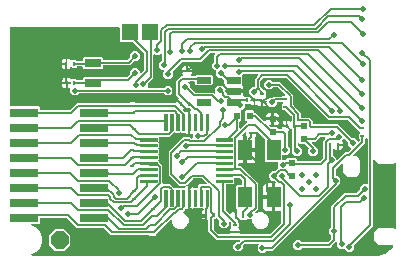
<source format=gbr>
G04 EAGLE Gerber RS-274X export*
G75*
%MOMM*%
%FSLAX34Y34*%
%LPD*%
%INBottom Copper*%
%IPPOS*%
%AMOC8*
5,1,8,0,0,1.08239X$1,22.5*%
G01*
%ADD10R,1.400000X0.700000*%
%ADD11R,1.200000X1.800000*%
%ADD12R,0.250000X0.350000*%
%ADD13R,0.350000X0.250000*%
%ADD14C,0.088500*%
%ADD15C,0.065000*%
%ADD16R,0.600000X0.500000*%
%ADD17C,0.504800*%
%ADD18R,1.400000X1.400000*%
%ADD19R,0.500000X0.600000*%
%ADD20R,2.400000X0.760000*%
%ADD21P,1.649562X8X22.500000*%
%ADD22C,0.152400*%

G36*
X386943Y422043D02*
X386943Y422043D01*
X386981Y422042D01*
X389484Y422239D01*
X389489Y422240D01*
X389495Y422240D01*
X389659Y422274D01*
X394421Y423821D01*
X394453Y423837D01*
X394487Y423846D01*
X394633Y423929D01*
X398683Y426872D01*
X398709Y426897D01*
X398739Y426916D01*
X398852Y427040D01*
X400892Y429849D01*
X400898Y429860D01*
X400906Y429868D01*
X400953Y429969D01*
X401003Y430069D01*
X401005Y430081D01*
X401010Y430091D01*
X401022Y430201D01*
X401038Y430312D01*
X401035Y430324D01*
X401037Y430336D01*
X401013Y430444D01*
X400993Y430554D01*
X400987Y430564D01*
X400985Y430576D01*
X400927Y430672D01*
X400873Y430769D01*
X400864Y430777D01*
X400858Y430787D01*
X400774Y430859D01*
X400691Y430935D01*
X400681Y430939D01*
X400671Y430947D01*
X400568Y430989D01*
X400466Y431034D01*
X400454Y431035D01*
X400443Y431039D01*
X400277Y431058D01*
X389233Y431058D01*
X386639Y432555D01*
X385142Y435149D01*
X385142Y439617D01*
X385140Y439629D01*
X385141Y439646D01*
X385087Y441083D01*
X386502Y443763D01*
X389089Y445390D01*
X389140Y445394D01*
X389183Y445412D01*
X389229Y445422D01*
X389252Y445435D01*
X390629Y445435D01*
X390640Y445437D01*
X390657Y445436D01*
X392040Y445488D01*
X392061Y445483D01*
X392133Y445454D01*
X392195Y445447D01*
X392224Y445439D01*
X392251Y445441D01*
X392299Y445435D01*
X397848Y445435D01*
X397928Y445449D01*
X398010Y445453D01*
X398049Y445468D01*
X398082Y445474D01*
X399503Y445436D01*
X399511Y445437D01*
X399523Y445435D01*
X400960Y445435D01*
X401010Y445414D01*
X401055Y445408D01*
X402525Y444506D01*
X402622Y444466D01*
X402718Y444421D01*
X402736Y444420D01*
X402752Y444413D01*
X402858Y444406D01*
X402962Y444394D01*
X402980Y444398D01*
X402998Y444397D01*
X403099Y444424D01*
X403203Y444447D01*
X403218Y444456D01*
X403235Y444461D01*
X403323Y444519D01*
X403414Y444573D01*
X403425Y444586D01*
X403440Y444596D01*
X403505Y444680D01*
X403574Y444760D01*
X403580Y444776D01*
X403591Y444791D01*
X403626Y444890D01*
X403666Y444988D01*
X403668Y445010D01*
X403673Y445023D01*
X403673Y445054D01*
X403684Y445155D01*
X403684Y500237D01*
X403669Y500331D01*
X403660Y500426D01*
X403649Y500452D01*
X403644Y500480D01*
X403600Y500564D01*
X403561Y500652D01*
X403542Y500673D01*
X403529Y500697D01*
X403460Y500763D01*
X403396Y500834D01*
X403371Y500847D01*
X403351Y500867D01*
X403264Y500907D01*
X403181Y500953D01*
X403153Y500959D01*
X403128Y500970D01*
X403033Y500981D01*
X402939Y500998D01*
X402911Y500994D01*
X402883Y500998D01*
X402790Y500977D01*
X402696Y500964D01*
X402663Y500950D01*
X402643Y500945D01*
X402615Y500928D01*
X402542Y500897D01*
X400890Y499942D01*
X389106Y499942D01*
X386512Y501440D01*
X385497Y503199D01*
X385467Y503236D01*
X385444Y503278D01*
X385389Y503331D01*
X385341Y503389D01*
X385301Y503415D01*
X385266Y503448D01*
X385197Y503480D01*
X385133Y503520D01*
X385086Y503531D01*
X385043Y503551D01*
X384967Y503560D01*
X384894Y503577D01*
X384846Y503573D01*
X384798Y503579D01*
X384724Y503562D01*
X384649Y503556D01*
X384605Y503536D01*
X384558Y503526D01*
X384493Y503487D01*
X384423Y503457D01*
X384388Y503425D01*
X384347Y503400D01*
X384298Y503343D01*
X384241Y503292D01*
X384218Y503250D01*
X384187Y503213D01*
X384158Y503143D01*
X384122Y503077D01*
X384113Y503030D01*
X384095Y502985D01*
X384081Y502857D01*
X384077Y502835D01*
X384078Y502828D01*
X384076Y502818D01*
X384076Y447031D01*
X368437Y431392D01*
X368384Y431318D01*
X368325Y431248D01*
X368312Y431218D01*
X368294Y431192D01*
X368267Y431105D01*
X368233Y431020D01*
X368228Y430979D01*
X368221Y430957D01*
X368222Y430925D01*
X368214Y430854D01*
X368214Y427941D01*
X365842Y425569D01*
X362488Y425569D01*
X360229Y427828D01*
X360213Y427840D01*
X360201Y427856D01*
X360114Y427912D01*
X360030Y427972D01*
X360010Y427978D01*
X359994Y427989D01*
X359893Y428014D01*
X359794Y428044D01*
X359774Y428044D01*
X359755Y428049D01*
X359652Y428041D01*
X359549Y428038D01*
X359530Y428031D01*
X359510Y428030D01*
X359415Y427989D01*
X359318Y427954D01*
X359308Y427946D01*
X355916Y427946D01*
X353545Y430318D01*
X353545Y432912D01*
X353533Y432983D01*
X353531Y433054D01*
X353513Y433103D01*
X353505Y433155D01*
X353471Y433218D01*
X353447Y433285D01*
X353414Y433326D01*
X353390Y433372D01*
X353338Y433421D01*
X353293Y433477D01*
X353249Y433506D01*
X353211Y433541D01*
X353146Y433572D01*
X353086Y433610D01*
X353036Y433623D01*
X352988Y433645D01*
X352917Y433653D01*
X352848Y433670D01*
X352796Y433666D01*
X352744Y433672D01*
X352674Y433657D01*
X352602Y433651D01*
X352555Y433631D01*
X352504Y433620D01*
X352442Y433583D01*
X352376Y433555D01*
X352320Y433510D01*
X352292Y433494D01*
X352277Y433476D01*
X352245Y433450D01*
X349125Y430330D01*
X347562Y428767D01*
X324335Y428767D01*
X324245Y428753D01*
X324154Y428745D01*
X324125Y428733D01*
X324093Y428728D01*
X324012Y428685D01*
X323928Y428649D01*
X323896Y428623D01*
X323875Y428612D01*
X323853Y428589D01*
X323797Y428544D01*
X322258Y427005D01*
X318904Y427005D01*
X316532Y429377D01*
X316532Y432731D01*
X318904Y435103D01*
X322258Y435103D01*
X323797Y433564D01*
X323871Y433511D01*
X323940Y433451D01*
X323971Y433439D01*
X323997Y433420D01*
X324084Y433393D01*
X324169Y433359D01*
X324210Y433355D01*
X324232Y433348D01*
X324264Y433349D01*
X324335Y433341D01*
X345353Y433341D01*
X345443Y433355D01*
X345534Y433363D01*
X345563Y433375D01*
X345595Y433380D01*
X345676Y433423D01*
X345760Y433459D01*
X345792Y433485D01*
X345813Y433496D01*
X345835Y433519D01*
X345891Y433564D01*
X348534Y436207D01*
X348587Y436281D01*
X348647Y436351D01*
X348659Y436381D01*
X348678Y436407D01*
X348705Y436494D01*
X348739Y436579D01*
X348743Y436620D01*
X348750Y436642D01*
X348749Y436674D01*
X348757Y436745D01*
X348757Y439476D01*
X348743Y439566D01*
X348735Y439657D01*
X348723Y439686D01*
X348718Y439718D01*
X348675Y439799D01*
X348639Y439883D01*
X348613Y439915D01*
X348602Y439936D01*
X348579Y439958D01*
X348534Y440014D01*
X346995Y441553D01*
X346995Y444907D01*
X348525Y446437D01*
X348578Y446511D01*
X348637Y446580D01*
X348650Y446610D01*
X348668Y446636D01*
X348695Y446723D01*
X348729Y446808D01*
X348734Y446849D01*
X348741Y446871D01*
X348740Y446904D01*
X348748Y446975D01*
X348748Y463839D01*
X360036Y475126D01*
X370149Y475126D01*
X370240Y475141D01*
X370330Y475148D01*
X370360Y475161D01*
X370392Y475166D01*
X370473Y475209D01*
X370557Y475244D01*
X370589Y475270D01*
X370610Y475281D01*
X370632Y475304D01*
X370688Y475349D01*
X372708Y477369D01*
X372761Y477443D01*
X372821Y477513D01*
X372833Y477543D01*
X372851Y477569D01*
X372878Y477656D01*
X372912Y477741D01*
X372917Y477782D01*
X372924Y477804D01*
X372923Y477836D01*
X372931Y477908D01*
X372931Y480084D01*
X375303Y482456D01*
X378742Y482456D01*
X378761Y482459D01*
X378781Y482457D01*
X378882Y482479D01*
X378984Y482496D01*
X379002Y482505D01*
X379022Y482509D01*
X379111Y482562D01*
X379202Y482611D01*
X379216Y482625D01*
X379233Y482635D01*
X379300Y482714D01*
X379371Y482789D01*
X379380Y482807D01*
X379393Y482822D01*
X379431Y482919D01*
X379475Y483012D01*
X379477Y483032D01*
X379484Y483050D01*
X379503Y483217D01*
X379503Y520625D01*
X379491Y520696D01*
X379490Y520768D01*
X379472Y520817D01*
X379463Y520868D01*
X379430Y520931D01*
X379405Y520999D01*
X379372Y521039D01*
X379348Y521085D01*
X379296Y521135D01*
X379251Y521191D01*
X379208Y521219D01*
X379170Y521255D01*
X379105Y521285D01*
X379044Y521324D01*
X378994Y521336D01*
X378947Y521358D01*
X378875Y521366D01*
X378806Y521384D01*
X378754Y521380D01*
X378702Y521385D01*
X378632Y521370D01*
X378561Y521365D01*
X378513Y521344D01*
X378462Y521333D01*
X378400Y521296D01*
X378334Y521268D01*
X378278Y521223D01*
X378251Y521207D01*
X378236Y521189D01*
X378203Y521163D01*
X377762Y520722D01*
X377708Y520647D01*
X377649Y520578D01*
X377637Y520548D01*
X377618Y520522D01*
X377591Y520435D01*
X377557Y520350D01*
X377553Y520309D01*
X377546Y520287D01*
X377547Y520255D01*
X377539Y520183D01*
X377539Y517616D01*
X375976Y516054D01*
X367465Y507543D01*
X367423Y507484D01*
X367374Y507432D01*
X367352Y507385D01*
X367321Y507343D01*
X367300Y507274D01*
X367270Y507209D01*
X367264Y507158D01*
X367249Y507108D01*
X367251Y507036D01*
X367243Y506965D01*
X367254Y506914D01*
X367255Y506862D01*
X367280Y506795D01*
X367295Y506725D01*
X367322Y506680D01*
X367340Y506631D01*
X367385Y506575D01*
X367421Y506513D01*
X367461Y506480D01*
X367494Y506439D01*
X367554Y506400D01*
X367608Y506353D01*
X367657Y506334D01*
X367700Y506306D01*
X367770Y506288D01*
X367836Y506262D01*
X367908Y506254D01*
X367939Y506246D01*
X367962Y506248D01*
X368003Y506243D01*
X369444Y506243D01*
X372038Y504746D01*
X373536Y502152D01*
X373536Y498971D01*
X373536Y493010D01*
X372038Y490416D01*
X369444Y488919D01*
X364689Y488919D01*
X364666Y488915D01*
X364625Y488916D01*
X363230Y488798D01*
X360386Y490135D01*
X358591Y492714D01*
X358584Y492799D01*
X358569Y492857D01*
X358564Y492916D01*
X358539Y492976D01*
X358524Y493038D01*
X358491Y493088D01*
X358468Y493143D01*
X358447Y493170D01*
X358447Y494387D01*
X358445Y494395D01*
X358446Y494398D01*
X358443Y494410D01*
X358444Y494451D01*
X358341Y495662D01*
X358360Y495709D01*
X358393Y495764D01*
X358406Y495822D01*
X358428Y495877D01*
X358439Y495973D01*
X358446Y496005D01*
X358444Y496020D01*
X358447Y496044D01*
X358447Y499134D01*
X358435Y499205D01*
X358433Y499277D01*
X358415Y499326D01*
X358407Y499377D01*
X358373Y499440D01*
X358349Y499508D01*
X358316Y499548D01*
X358292Y499594D01*
X358240Y499644D01*
X358195Y499700D01*
X358151Y499728D01*
X358113Y499764D01*
X358048Y499794D01*
X357988Y499833D01*
X357938Y499846D01*
X357890Y499867D01*
X357819Y499875D01*
X357750Y499893D01*
X357698Y499889D01*
X357646Y499895D01*
X357576Y499879D01*
X357504Y499874D01*
X357457Y499853D01*
X357406Y499842D01*
X357344Y499805D01*
X357278Y499777D01*
X357222Y499733D01*
X357194Y499716D01*
X357179Y499698D01*
X357147Y499673D01*
X352808Y495333D01*
X352754Y495259D01*
X352695Y495190D01*
X352683Y495160D01*
X352664Y495133D01*
X352637Y495046D01*
X352603Y494962D01*
X352599Y494921D01*
X352592Y494898D01*
X352593Y494866D01*
X352585Y494795D01*
X352585Y490356D01*
X352588Y490337D01*
X352586Y490317D01*
X352608Y490216D01*
X352624Y490114D01*
X352634Y490096D01*
X352638Y490077D01*
X352691Y489988D01*
X352739Y489896D01*
X352754Y489883D01*
X352764Y489865D01*
X352843Y489798D01*
X352918Y489727D01*
X352936Y489719D01*
X352951Y489706D01*
X353047Y489667D01*
X353141Y489623D01*
X353161Y489621D01*
X353179Y489614D01*
X353346Y489595D01*
X354178Y489595D01*
X356550Y487223D01*
X356550Y483869D01*
X355011Y482330D01*
X354958Y482256D01*
X354898Y482187D01*
X354886Y482157D01*
X354867Y482131D01*
X354841Y482044D01*
X354806Y481959D01*
X354802Y481918D01*
X354795Y481896D01*
X354796Y481863D01*
X354788Y481792D01*
X354788Y481666D01*
X299520Y426398D01*
X294204Y426398D01*
X294114Y426383D01*
X294023Y426376D01*
X293993Y426363D01*
X293961Y426358D01*
X293881Y426315D01*
X293797Y426280D01*
X293765Y426254D01*
X293744Y426243D01*
X293722Y426220D01*
X293666Y426175D01*
X292127Y424636D01*
X288773Y424636D01*
X286401Y427007D01*
X286401Y430361D01*
X287099Y431060D01*
X287141Y431118D01*
X287191Y431170D01*
X287213Y431217D01*
X287243Y431259D01*
X287264Y431328D01*
X287294Y431393D01*
X287300Y431445D01*
X287315Y431495D01*
X287313Y431566D01*
X287321Y431637D01*
X287310Y431688D01*
X287309Y431740D01*
X287284Y431808D01*
X287269Y431878D01*
X287242Y431922D01*
X287224Y431971D01*
X287180Y432027D01*
X287143Y432089D01*
X287103Y432123D01*
X287071Y432163D01*
X287010Y432202D01*
X286956Y432249D01*
X286908Y432268D01*
X286864Y432296D01*
X286794Y432314D01*
X286728Y432341D01*
X286657Y432349D01*
X286625Y432357D01*
X286602Y432355D01*
X286561Y432359D01*
X275953Y432360D01*
X275863Y432345D01*
X275772Y432338D01*
X275742Y432326D01*
X275710Y432320D01*
X275629Y432278D01*
X275545Y432242D01*
X275513Y432216D01*
X275493Y432205D01*
X275470Y432182D01*
X275415Y432137D01*
X274093Y430816D01*
X274040Y430742D01*
X273981Y430672D01*
X273969Y430642D01*
X273950Y430616D01*
X273923Y430529D01*
X273889Y430444D01*
X273884Y430403D01*
X273877Y430381D01*
X273878Y430349D01*
X273870Y430278D01*
X273870Y428101D01*
X271499Y425729D01*
X268145Y425729D01*
X265773Y428101D01*
X265773Y431455D01*
X268145Y433827D01*
X270321Y433827D01*
X270411Y433842D01*
X270502Y433849D01*
X270532Y433861D01*
X270564Y433867D01*
X270644Y433909D01*
X270728Y433945D01*
X270761Y433971D01*
X270781Y433982D01*
X270803Y434005D01*
X270859Y434050D01*
X271127Y434317D01*
X271169Y434376D01*
X271218Y434428D01*
X271240Y434475D01*
X271271Y434517D01*
X271292Y434586D01*
X271322Y434651D01*
X271328Y434702D01*
X271343Y434752D01*
X271341Y434824D01*
X271349Y434895D01*
X271338Y434946D01*
X271337Y434998D01*
X271312Y435065D01*
X271297Y435135D01*
X271270Y435180D01*
X271252Y435229D01*
X271207Y435285D01*
X271170Y435347D01*
X271131Y435380D01*
X271098Y435421D01*
X271038Y435460D01*
X270984Y435506D01*
X270935Y435526D01*
X270891Y435554D01*
X270822Y435572D01*
X270755Y435598D01*
X270684Y435606D01*
X270653Y435614D01*
X270630Y435612D01*
X270589Y435617D01*
X251596Y435617D01*
X250034Y437179D01*
X246251Y440962D01*
X244689Y442524D01*
X244689Y451724D01*
X244686Y451744D01*
X244688Y451763D01*
X244666Y451865D01*
X244649Y451967D01*
X244640Y451984D01*
X244636Y452004D01*
X244582Y452093D01*
X244534Y452184D01*
X244520Y452198D01*
X244509Y452215D01*
X244431Y452282D01*
X244356Y452353D01*
X244338Y452362D01*
X244323Y452375D01*
X244226Y452413D01*
X244133Y452457D01*
X244113Y452459D01*
X244094Y452467D01*
X243928Y452485D01*
X243688Y452485D01*
X243688Y456775D01*
X243685Y456795D01*
X243687Y456815D01*
X243665Y456916D01*
X243648Y457018D01*
X243639Y457036D01*
X243635Y457055D01*
X243582Y457144D01*
X243533Y457236D01*
X243519Y457249D01*
X243509Y457266D01*
X243508Y457267D01*
X243430Y457334D01*
X243355Y457405D01*
X243336Y457414D01*
X243321Y457427D01*
X243225Y457466D01*
X243131Y457509D01*
X243112Y457511D01*
X243093Y457519D01*
X242926Y457537D01*
X239136Y457537D01*
X239136Y458860D01*
X239309Y459507D01*
X239644Y460086D01*
X240117Y460559D01*
X240556Y460813D01*
X240650Y460889D01*
X240741Y460962D01*
X240743Y460966D01*
X240746Y460968D01*
X240811Y461070D01*
X240874Y461169D01*
X240875Y461173D01*
X240877Y461177D01*
X240905Y461294D01*
X240934Y461408D01*
X240934Y461412D01*
X240935Y461416D01*
X240924Y461534D01*
X240915Y461653D01*
X240913Y461657D01*
X240913Y461661D01*
X240865Y461769D01*
X240818Y461879D01*
X240815Y461883D01*
X240814Y461886D01*
X240805Y461896D01*
X240714Y462010D01*
X240605Y462119D01*
X240531Y462172D01*
X240462Y462231D01*
X240431Y462244D01*
X240405Y462262D01*
X240318Y462289D01*
X240233Y462323D01*
X240192Y462328D01*
X240170Y462335D01*
X240138Y462334D01*
X240067Y462342D01*
X236819Y462342D01*
X236598Y462562D01*
X236582Y462574D01*
X236570Y462590D01*
X236483Y462645D01*
X236399Y462706D01*
X236380Y462712D01*
X236363Y462723D01*
X236262Y462748D01*
X236164Y462778D01*
X236144Y462778D01*
X236124Y462783D01*
X236021Y462775D01*
X235918Y462772D01*
X235899Y462765D01*
X235879Y462763D01*
X235784Y462723D01*
X235687Y462687D01*
X235671Y462675D01*
X235653Y462667D01*
X235522Y462562D01*
X235301Y462342D01*
X232053Y462342D01*
X231963Y462327D01*
X231872Y462320D01*
X231843Y462307D01*
X231811Y462302D01*
X231730Y462259D01*
X231646Y462224D01*
X231614Y462198D01*
X231593Y462187D01*
X231571Y462164D01*
X231515Y462119D01*
X231295Y461898D01*
X230641Y461521D01*
X229912Y461326D01*
X229321Y461326D01*
X229321Y471066D01*
X229321Y471067D01*
X229321Y480807D01*
X229912Y480807D01*
X230641Y480612D01*
X231295Y480235D01*
X231515Y480014D01*
X231589Y479961D01*
X231658Y479902D01*
X231689Y479890D01*
X231715Y479871D01*
X231802Y479844D01*
X231887Y479810D01*
X231928Y479805D01*
X231950Y479798D01*
X231982Y479799D01*
X232053Y479791D01*
X235512Y479791D01*
X235532Y479794D01*
X235551Y479792D01*
X235653Y479814D01*
X235755Y479831D01*
X235772Y479840D01*
X235792Y479845D01*
X235881Y479898D01*
X235972Y479946D01*
X235986Y479961D01*
X236003Y479971D01*
X236070Y480049D01*
X236142Y480124D01*
X236150Y480142D01*
X236163Y480158D01*
X236202Y480254D01*
X236245Y480348D01*
X236247Y480367D01*
X236255Y480386D01*
X236273Y480553D01*
X236273Y481530D01*
X237613Y482870D01*
X242538Y482870D01*
X242609Y482881D01*
X242681Y482883D01*
X242730Y482901D01*
X242781Y482909D01*
X242844Y482943D01*
X242912Y482968D01*
X242952Y483000D01*
X242998Y483024D01*
X243048Y483076D01*
X243104Y483121D01*
X243132Y483165D01*
X243168Y483203D01*
X243198Y483268D01*
X243237Y483328D01*
X243249Y483379D01*
X243271Y483426D01*
X243279Y483497D01*
X243297Y483567D01*
X243293Y483619D01*
X243298Y483670D01*
X243283Y483741D01*
X243278Y483812D01*
X243257Y483860D01*
X243246Y483911D01*
X243209Y483972D01*
X243181Y484038D01*
X243136Y484094D01*
X243120Y484122D01*
X243102Y484137D01*
X243076Y484169D01*
X239902Y487344D01*
X239828Y487397D01*
X239758Y487456D01*
X239728Y487468D01*
X239702Y487487D01*
X239615Y487514D01*
X239530Y487548D01*
X239489Y487553D01*
X239467Y487560D01*
X239435Y487559D01*
X239364Y487567D01*
X232119Y487567D01*
X232029Y487552D01*
X231938Y487545D01*
X231909Y487532D01*
X231877Y487527D01*
X231796Y487484D01*
X231712Y487449D01*
X231680Y487423D01*
X231659Y487412D01*
X231637Y487389D01*
X231581Y487344D01*
X226262Y482024D01*
X226234Y481985D01*
X226199Y481953D01*
X226162Y481886D01*
X226118Y481825D01*
X226104Y481779D01*
X226081Y481737D01*
X226068Y481662D01*
X226046Y481590D01*
X226047Y481542D01*
X226039Y481494D01*
X226050Y481419D01*
X226052Y481344D01*
X226069Y481299D01*
X226076Y481251D01*
X226110Y481184D01*
X226137Y481113D01*
X226167Y481075D01*
X226189Y481033D01*
X226243Y480980D01*
X226290Y480921D01*
X226331Y480895D01*
X226365Y480861D01*
X226433Y480829D01*
X226497Y480788D01*
X226544Y480776D01*
X226587Y480755D01*
X226662Y480746D01*
X226736Y480728D01*
X226783Y480731D01*
X226831Y480725D01*
X226959Y480745D01*
X226981Y480747D01*
X226987Y480749D01*
X226997Y480751D01*
X227208Y480807D01*
X227799Y480807D01*
X227799Y471067D01*
X227799Y471066D01*
X227799Y461326D01*
X227208Y461326D01*
X226479Y461521D01*
X226277Y461637D01*
X226236Y461653D01*
X226200Y461677D01*
X226122Y461696D01*
X226047Y461724D01*
X226003Y461726D01*
X225961Y461737D01*
X225882Y461730D01*
X225802Y461733D01*
X225759Y461721D01*
X225716Y461718D01*
X225642Y461686D01*
X225566Y461664D01*
X225530Y461638D01*
X225489Y461621D01*
X225376Y461530D01*
X225364Y461522D01*
X225362Y461520D01*
X225359Y461516D01*
X224665Y460823D01*
X223298Y459456D01*
X223271Y459419D01*
X223237Y459388D01*
X223200Y459319D01*
X223155Y459256D01*
X223141Y459212D01*
X223119Y459172D01*
X223105Y459095D01*
X223082Y459021D01*
X223083Y458975D01*
X223075Y458930D01*
X223087Y458853D01*
X223089Y458775D01*
X223104Y458732D01*
X223111Y458687D01*
X223146Y458617D01*
X223173Y458544D01*
X223202Y458508D01*
X223222Y458467D01*
X223278Y458413D01*
X223327Y458352D01*
X223365Y458327D01*
X223398Y458295D01*
X223518Y458229D01*
X223534Y458219D01*
X223538Y458218D01*
X223545Y458214D01*
X224946Y457634D01*
X226926Y455654D01*
X227998Y453066D01*
X227998Y450265D01*
X226926Y447677D01*
X224946Y445696D01*
X222358Y444625D01*
X219557Y444625D01*
X216969Y445696D01*
X214989Y447677D01*
X213917Y450265D01*
X213917Y451998D01*
X213905Y452069D01*
X213903Y452140D01*
X213885Y452189D01*
X213877Y452241D01*
X213844Y452304D01*
X213819Y452371D01*
X213786Y452412D01*
X213762Y452458D01*
X213710Y452508D01*
X213665Y452564D01*
X213621Y452592D01*
X213584Y452628D01*
X213519Y452658D01*
X213458Y452697D01*
X213408Y452709D01*
X213361Y452731D01*
X213289Y452739D01*
X213220Y452757D01*
X213168Y452753D01*
X213116Y452758D01*
X213046Y452743D01*
X212975Y452737D01*
X212927Y452717D01*
X212876Y452706D01*
X212814Y452669D01*
X212748Y452641D01*
X212692Y452596D01*
X212665Y452580D01*
X212649Y452562D01*
X212617Y452536D01*
X201130Y441049D01*
X200835Y440754D01*
X200782Y440680D01*
X200723Y440611D01*
X200711Y440581D01*
X200692Y440555D01*
X200665Y440468D01*
X200631Y440383D01*
X200626Y440342D01*
X200619Y440320D01*
X200620Y440287D01*
X200612Y440216D01*
X200612Y439892D01*
X199719Y438999D01*
X194956Y438999D01*
X194691Y439264D01*
X194617Y439317D01*
X194548Y439376D01*
X194517Y439388D01*
X194491Y439407D01*
X194404Y439434D01*
X194319Y439468D01*
X194279Y439473D01*
X194256Y439480D01*
X194224Y439479D01*
X194153Y439487D01*
X162635Y439487D01*
X156467Y445655D01*
X156393Y445709D01*
X156323Y445768D01*
X156293Y445780D01*
X156267Y445799D01*
X156180Y445826D01*
X156095Y445860D01*
X156054Y445864D01*
X156032Y445871D01*
X156000Y445870D01*
X155928Y445878D01*
X133701Y445878D01*
X125397Y454182D01*
X125323Y454235D01*
X125253Y454295D01*
X125223Y454307D01*
X125197Y454326D01*
X125110Y454353D01*
X125025Y454387D01*
X124984Y454391D01*
X124962Y454398D01*
X124930Y454397D01*
X124858Y454405D01*
X102881Y454405D01*
X102861Y454402D01*
X102841Y454404D01*
X102740Y454382D01*
X102638Y454366D01*
X102620Y454356D01*
X102601Y454352D01*
X102512Y454299D01*
X102421Y454250D01*
X102407Y454236D01*
X102390Y454226D01*
X102322Y454147D01*
X102251Y454072D01*
X102243Y454054D01*
X102230Y454039D01*
X102191Y453943D01*
X102148Y453849D01*
X102145Y453829D01*
X102138Y453811D01*
X102119Y453644D01*
X102119Y449820D01*
X101226Y448926D01*
X95659Y448926D01*
X95563Y448911D01*
X95466Y448901D01*
X95442Y448891D01*
X95416Y448887D01*
X95330Y448841D01*
X95241Y448801D01*
X95222Y448784D01*
X95198Y448772D01*
X95131Y448701D01*
X95060Y448635D01*
X95047Y448612D01*
X95029Y448593D01*
X94988Y448505D01*
X94941Y448420D01*
X94936Y448394D01*
X94925Y448370D01*
X94915Y448274D01*
X94897Y448178D01*
X94901Y448152D01*
X94898Y448126D01*
X94919Y448031D01*
X94933Y447934D01*
X94945Y447911D01*
X94951Y447885D01*
X95001Y447802D01*
X95045Y447715D01*
X95063Y447697D01*
X95077Y447674D01*
X95151Y447611D01*
X95220Y447543D01*
X95249Y447527D01*
X95264Y447514D01*
X95294Y447502D01*
X95367Y447462D01*
X98620Y446115D01*
X102148Y442587D01*
X104057Y437978D01*
X104057Y432988D01*
X102148Y428379D01*
X98620Y424851D01*
X95367Y423504D01*
X95284Y423453D01*
X95198Y423407D01*
X95180Y423388D01*
X95158Y423374D01*
X95096Y423299D01*
X95029Y423229D01*
X95018Y423205D01*
X95001Y423185D01*
X94966Y423094D01*
X94925Y423006D01*
X94922Y422980D01*
X94913Y422955D01*
X94909Y422858D01*
X94898Y422761D01*
X94904Y422736D01*
X94902Y422710D01*
X94930Y422616D01*
X94950Y422521D01*
X94964Y422498D01*
X94971Y422473D01*
X95027Y422393D01*
X95076Y422310D01*
X95096Y422293D01*
X95111Y422271D01*
X95189Y422213D01*
X95263Y422150D01*
X95288Y422140D01*
X95309Y422125D01*
X95401Y422094D01*
X95492Y422058D01*
X95524Y422054D01*
X95543Y422048D01*
X95576Y422049D01*
X95658Y422040D01*
X386921Y422040D01*
X386943Y422043D01*
G37*
G36*
X127293Y545453D02*
X127293Y545453D01*
X127384Y545460D01*
X127413Y545472D01*
X127445Y545478D01*
X127526Y545520D01*
X127610Y545556D01*
X127642Y545582D01*
X127663Y545593D01*
X127685Y545616D01*
X127741Y545661D01*
X133604Y551524D01*
X177632Y551524D01*
X177722Y551539D01*
X177813Y551546D01*
X177842Y551558D01*
X177874Y551564D01*
X177955Y551606D01*
X178039Y551642D01*
X178071Y551668D01*
X178092Y551679D01*
X178114Y551702D01*
X178170Y551747D01*
X178225Y551802D01*
X182988Y551802D01*
X183253Y551537D01*
X183327Y551484D01*
X183397Y551425D01*
X183427Y551412D01*
X183453Y551394D01*
X183540Y551367D01*
X183625Y551333D01*
X183666Y551328D01*
X183688Y551321D01*
X183720Y551322D01*
X183792Y551314D01*
X217034Y551314D01*
X217053Y551317D01*
X217073Y551315D01*
X217174Y551337D01*
X217276Y551354D01*
X217294Y551363D01*
X217314Y551367D01*
X217403Y551421D01*
X217494Y551469D01*
X217508Y551483D01*
X217525Y551494D01*
X217592Y551572D01*
X217663Y551647D01*
X217672Y551665D01*
X217685Y551680D01*
X217723Y551777D01*
X217767Y551870D01*
X217769Y551890D01*
X217777Y551909D01*
X217795Y552075D01*
X217795Y552442D01*
X217968Y553088D01*
X218303Y553667D01*
X218776Y554140D01*
X219370Y554483D01*
X219462Y554559D01*
X219555Y554633D01*
X219557Y554637D01*
X219561Y554639D01*
X219623Y554738D01*
X219688Y554840D01*
X219689Y554844D01*
X219691Y554847D01*
X219719Y554962D01*
X219748Y555078D01*
X219748Y555083D01*
X219749Y555087D01*
X219738Y555206D01*
X219729Y555324D01*
X219727Y555327D01*
X219727Y555332D01*
X219679Y555441D01*
X219633Y555550D01*
X219630Y555554D01*
X219628Y555557D01*
X219619Y555567D01*
X219528Y555681D01*
X217574Y557634D01*
X217574Y570037D01*
X221841Y574304D01*
X222317Y574304D01*
X222388Y574315D01*
X222460Y574317D01*
X222509Y574335D01*
X222560Y574343D01*
X222623Y574377D01*
X222691Y574402D01*
X222731Y574434D01*
X222777Y574458D01*
X222827Y574510D01*
X222883Y574555D01*
X222911Y574599D01*
X222947Y574637D01*
X222977Y574702D01*
X223016Y574762D01*
X223029Y574813D01*
X223050Y574860D01*
X223058Y574931D01*
X223076Y575001D01*
X223072Y575053D01*
X223078Y575104D01*
X223062Y575174D01*
X223057Y575246D01*
X223036Y575294D01*
X223025Y575345D01*
X222988Y575406D01*
X222960Y575472D01*
X222916Y575528D01*
X222899Y575556D01*
X222881Y575571D01*
X222856Y575603D01*
X222752Y575707D01*
X222417Y576286D01*
X222244Y576932D01*
X222244Y577755D01*
X226535Y577755D01*
X230826Y577755D01*
X230826Y576932D01*
X230653Y576286D01*
X230318Y575707D01*
X230178Y575567D01*
X230136Y575508D01*
X230087Y575456D01*
X230065Y575409D01*
X230034Y575367D01*
X230013Y575298D01*
X229983Y575233D01*
X229977Y575182D01*
X229962Y575132D01*
X229964Y575060D01*
X229956Y574989D01*
X229967Y574938D01*
X229968Y574886D01*
X229993Y574819D01*
X230008Y574749D01*
X230035Y574704D01*
X230053Y574655D01*
X230098Y574599D01*
X230134Y574537D01*
X230174Y574504D01*
X230207Y574463D01*
X230267Y574424D01*
X230321Y574378D01*
X230370Y574358D01*
X230413Y574330D01*
X230483Y574312D01*
X230550Y574286D01*
X230621Y574278D01*
X230652Y574270D01*
X230675Y574272D01*
X230716Y574267D01*
X233017Y574267D01*
X233107Y574282D01*
X233198Y574289D01*
X233228Y574302D01*
X233260Y574307D01*
X233340Y574350D01*
X233424Y574385D01*
X233457Y574411D01*
X233477Y574422D01*
X233497Y574443D01*
X233499Y574444D01*
X233504Y574449D01*
X233555Y574490D01*
X234367Y575302D01*
X247212Y575302D01*
X248364Y574150D01*
X248364Y567505D01*
X247212Y566353D01*
X234367Y566353D01*
X233215Y567505D01*
X233215Y568932D01*
X233212Y568952D01*
X233214Y568972D01*
X233192Y569073D01*
X233175Y569175D01*
X233166Y569193D01*
X233162Y569212D01*
X233108Y569301D01*
X233060Y569393D01*
X233046Y569406D01*
X233035Y569423D01*
X232957Y569491D01*
X232882Y569562D01*
X232864Y569570D01*
X232848Y569583D01*
X232752Y569622D01*
X232659Y569666D01*
X232639Y569668D01*
X232620Y569675D01*
X232454Y569694D01*
X229683Y569694D01*
X229593Y569679D01*
X229502Y569672D01*
X229473Y569659D01*
X229441Y569654D01*
X229360Y569611D01*
X229276Y569576D01*
X229244Y569550D01*
X229223Y569539D01*
X229201Y569516D01*
X229145Y569471D01*
X228917Y569242D01*
X228627Y569242D01*
X228556Y569231D01*
X228485Y569229D01*
X228436Y569211D01*
X228384Y569202D01*
X228321Y569169D01*
X228254Y569144D01*
X228213Y569112D01*
X228167Y569087D01*
X228118Y569035D01*
X228062Y568991D01*
X228033Y568947D01*
X227998Y568909D01*
X227967Y568844D01*
X227929Y568784D01*
X227916Y568733D01*
X227894Y568686D01*
X227886Y568615D01*
X227869Y568545D01*
X227873Y568493D01*
X227867Y568441D01*
X227882Y568371D01*
X227888Y568300D01*
X227908Y568252D01*
X227919Y568201D01*
X227956Y568139D01*
X227984Y568074D01*
X228029Y568018D01*
X228045Y567990D01*
X228063Y567975D01*
X228089Y567943D01*
X229421Y566610D01*
X229421Y564670D01*
X229436Y564580D01*
X229443Y564489D01*
X229455Y564459D01*
X229461Y564427D01*
X229503Y564347D01*
X229539Y564263D01*
X229565Y564231D01*
X229576Y564210D01*
X229599Y564188D01*
X229644Y564132D01*
X233471Y560305D01*
X233545Y560251D01*
X233615Y560192D01*
X233645Y560180D01*
X233671Y560161D01*
X233758Y560134D01*
X233843Y560100D01*
X233884Y560095D01*
X233906Y560089D01*
X233938Y560089D01*
X234010Y560082D01*
X248703Y560082D01*
X249302Y559483D01*
X249360Y559441D01*
X249412Y559391D01*
X249459Y559369D01*
X249502Y559339D01*
X249570Y559318D01*
X249635Y559288D01*
X249687Y559282D01*
X249737Y559267D01*
X249809Y559269D01*
X249880Y559261D01*
X249931Y559272D01*
X249983Y559273D01*
X250050Y559298D01*
X250120Y559313D01*
X250165Y559340D01*
X250214Y559357D01*
X250270Y559402D01*
X250331Y559439D01*
X250365Y559479D01*
X250406Y559511D01*
X250444Y559571D01*
X250491Y559626D01*
X250511Y559674D01*
X250539Y559718D01*
X250556Y559788D01*
X250583Y559854D01*
X250591Y559925D01*
X250599Y559957D01*
X250597Y559980D01*
X250601Y560021D01*
X250601Y563680D01*
X252973Y566052D01*
X256327Y566052D01*
X256765Y565614D01*
X256782Y565602D01*
X256794Y565586D01*
X256881Y565530D01*
X256965Y565470D01*
X256984Y565464D01*
X257001Y565453D01*
X257101Y565428D01*
X257200Y565398D01*
X257220Y565398D01*
X257239Y565393D01*
X257343Y565401D01*
X257446Y565404D01*
X257465Y565411D01*
X257485Y565412D01*
X257580Y565453D01*
X257677Y565489D01*
X257693Y565501D01*
X257711Y565509D01*
X257842Y565614D01*
X258486Y566257D01*
X258497Y566274D01*
X258513Y566286D01*
X258569Y566373D01*
X258629Y566457D01*
X258635Y566476D01*
X258646Y566493D01*
X258671Y566593D01*
X258702Y566692D01*
X258701Y566712D01*
X258706Y566732D01*
X258698Y566835D01*
X258695Y566938D01*
X258688Y566957D01*
X258687Y566977D01*
X258646Y567072D01*
X258611Y567169D01*
X258598Y567185D01*
X258591Y567203D01*
X258486Y567334D01*
X258315Y567505D01*
X258315Y570610D01*
X258300Y570700D01*
X258293Y570791D01*
X258280Y570821D01*
X258275Y570853D01*
X258232Y570933D01*
X258197Y571017D01*
X258171Y571050D01*
X258160Y571070D01*
X258137Y571092D01*
X258092Y571148D01*
X256532Y572708D01*
X256458Y572761D01*
X256389Y572820D01*
X256359Y572833D01*
X256332Y572851D01*
X256245Y572878D01*
X256161Y572912D01*
X256120Y572917D01*
X256097Y572924D01*
X256065Y572923D01*
X255994Y572931D01*
X253817Y572931D01*
X251446Y575303D01*
X251446Y578240D01*
X251443Y578260D01*
X251445Y578280D01*
X251423Y578381D01*
X251406Y578483D01*
X251397Y578500D01*
X251392Y578520D01*
X251339Y578609D01*
X251291Y578700D01*
X251276Y578714D01*
X251266Y578731D01*
X251188Y578798D01*
X251113Y578870D01*
X251095Y578878D01*
X251079Y578891D01*
X250983Y578930D01*
X250889Y578973D01*
X250870Y578975D01*
X250851Y578983D01*
X250684Y579001D01*
X250469Y579001D01*
X248097Y581373D01*
X248097Y584727D01*
X249595Y586226D01*
X249649Y586300D01*
X249708Y586369D01*
X249720Y586399D01*
X249739Y586425D01*
X249766Y586512D01*
X249800Y586597D01*
X249805Y586638D01*
X249811Y586660D01*
X249811Y586693D01*
X249818Y586764D01*
X249818Y591678D01*
X250502Y592361D01*
X250544Y592419D01*
X250593Y592471D01*
X250615Y592519D01*
X250646Y592561D01*
X250667Y592629D01*
X250697Y592695D01*
X250703Y592746D01*
X250718Y592796D01*
X250716Y592868D01*
X250724Y592939D01*
X250713Y592990D01*
X250712Y593042D01*
X250687Y593109D01*
X250672Y593179D01*
X250645Y593224D01*
X250627Y593273D01*
X250582Y593329D01*
X250546Y593390D01*
X250506Y593424D01*
X250473Y593465D01*
X250413Y593504D01*
X250359Y593550D01*
X250310Y593570D01*
X250267Y593598D01*
X250197Y593615D01*
X250131Y593642D01*
X250059Y593650D01*
X250028Y593658D01*
X250005Y593656D01*
X249964Y593661D01*
X246497Y593661D01*
X246407Y593646D01*
X246316Y593639D01*
X246286Y593626D01*
X246254Y593621D01*
X246173Y593578D01*
X246089Y593543D01*
X246057Y593517D01*
X246037Y593506D01*
X246014Y593483D01*
X245959Y593438D01*
X238472Y585951D01*
X222761Y585951D01*
X222671Y585936D01*
X222580Y585929D01*
X222550Y585916D01*
X222518Y585911D01*
X222438Y585868D01*
X222354Y585833D01*
X222322Y585807D01*
X222301Y585796D01*
X222279Y585773D01*
X222223Y585728D01*
X214730Y578235D01*
X214677Y578161D01*
X214617Y578092D01*
X214605Y578061D01*
X214587Y578035D01*
X214560Y577948D01*
X214526Y577863D01*
X214521Y577823D01*
X214514Y577800D01*
X214515Y577768D01*
X214507Y577697D01*
X214507Y574145D01*
X212135Y571773D01*
X208781Y571773D01*
X206410Y574145D01*
X206410Y577499D01*
X206793Y577882D01*
X206835Y577941D01*
X206884Y577992D01*
X206906Y578040D01*
X206936Y578082D01*
X206957Y578150D01*
X206988Y578216D01*
X206993Y578267D01*
X207009Y578317D01*
X207007Y578389D01*
X207015Y578460D01*
X207004Y578511D01*
X207002Y578563D01*
X206978Y578630D01*
X206962Y578700D01*
X206936Y578745D01*
X206918Y578794D01*
X206873Y578850D01*
X206836Y578911D01*
X206797Y578945D01*
X206764Y578986D01*
X206704Y579025D01*
X206649Y579071D01*
X206601Y579091D01*
X206557Y579119D01*
X206488Y579137D01*
X206421Y579163D01*
X206350Y579171D01*
X206319Y579179D01*
X206295Y579177D01*
X206254Y579182D01*
X205286Y579182D01*
X202915Y581553D01*
X202915Y584908D01*
X205287Y587280D01*
X205341Y587354D01*
X205400Y587424D01*
X205412Y587454D01*
X205431Y587480D01*
X205458Y587567D01*
X205492Y587652D01*
X205496Y587693D01*
X205503Y587715D01*
X205502Y587747D01*
X205510Y587819D01*
X205510Y592536D01*
X205499Y592607D01*
X205497Y592678D01*
X205479Y592727D01*
X205471Y592779D01*
X205437Y592842D01*
X205412Y592909D01*
X205380Y592950D01*
X205356Y592996D01*
X205304Y593045D01*
X205259Y593101D01*
X205215Y593129D01*
X205177Y593165D01*
X205112Y593195D01*
X205052Y593234D01*
X205001Y593247D01*
X204954Y593269D01*
X204883Y593277D01*
X204813Y593294D01*
X204761Y593290D01*
X204710Y593296D01*
X204640Y593281D01*
X204568Y593275D01*
X204520Y593255D01*
X204469Y593244D01*
X204408Y593207D01*
X204342Y593179D01*
X204286Y593134D01*
X204258Y593118D01*
X204243Y593100D01*
X204211Y593074D01*
X203201Y592064D01*
X199847Y592064D01*
X199585Y592325D01*
X199527Y592367D01*
X199475Y592416D01*
X199428Y592438D01*
X199386Y592469D01*
X199317Y592490D01*
X199252Y592520D01*
X199200Y592526D01*
X199151Y592541D01*
X199079Y592539D01*
X199008Y592547D01*
X198957Y592536D01*
X198905Y592535D01*
X198837Y592510D01*
X198767Y592495D01*
X198723Y592468D01*
X198674Y592450D01*
X198618Y592405D01*
X198556Y592369D01*
X198522Y592329D01*
X198482Y592296D01*
X198443Y592236D01*
X198396Y592182D01*
X198377Y592133D01*
X198349Y592090D01*
X198331Y592020D01*
X198304Y591954D01*
X198296Y591882D01*
X198289Y591851D01*
X198290Y591828D01*
X198286Y591787D01*
X198286Y572292D01*
X196723Y570730D01*
X193967Y567973D01*
X193924Y567914D01*
X193879Y567866D01*
X193871Y567850D01*
X193854Y567830D01*
X193842Y567800D01*
X193823Y567773D01*
X193798Y567693D01*
X193775Y567643D01*
X193774Y567630D01*
X193762Y567602D01*
X193758Y567561D01*
X193751Y567538D01*
X193751Y567506D01*
X193744Y567435D01*
X193744Y565777D01*
X193415Y565448D01*
X193373Y565389D01*
X193323Y565338D01*
X193301Y565290D01*
X193271Y565248D01*
X193250Y565180D01*
X193220Y565114D01*
X193214Y565063D01*
X193199Y565013D01*
X193201Y564941D01*
X193193Y564870D01*
X193204Y564819D01*
X193205Y564767D01*
X193230Y564700D01*
X193245Y564630D01*
X193272Y564585D01*
X193289Y564536D01*
X193334Y564480D01*
X193371Y564419D01*
X193411Y564385D01*
X193443Y564344D01*
X193503Y564305D01*
X193558Y564259D01*
X193606Y564239D01*
X193650Y564211D01*
X193719Y564194D01*
X193786Y564167D01*
X193857Y564159D01*
X193889Y564151D01*
X193912Y564153D01*
X193953Y564148D01*
X206529Y564148D01*
X206620Y564163D01*
X206710Y564170D01*
X206740Y564183D01*
X206772Y564188D01*
X206853Y564231D01*
X206937Y564266D01*
X206969Y564292D01*
X206990Y564303D01*
X207012Y564326D01*
X207068Y564371D01*
X208606Y565909D01*
X211960Y565909D01*
X214332Y563538D01*
X214332Y560184D01*
X211960Y557812D01*
X208606Y557812D01*
X207066Y559352D01*
X206992Y559405D01*
X206923Y559464D01*
X206893Y559477D01*
X206866Y559495D01*
X206779Y559522D01*
X206695Y559556D01*
X206654Y559561D01*
X206631Y559568D01*
X206599Y559567D01*
X206528Y559575D01*
X135441Y559575D01*
X135351Y559560D01*
X135260Y559553D01*
X135231Y559540D01*
X135199Y559535D01*
X135118Y559492D01*
X135034Y559457D01*
X135002Y559431D01*
X134981Y559420D01*
X134959Y559397D01*
X134903Y559352D01*
X133401Y557850D01*
X130047Y557850D01*
X127676Y560222D01*
X127676Y563427D01*
X127657Y563543D01*
X127639Y563662D01*
X127637Y563665D01*
X127636Y563670D01*
X127581Y563774D01*
X127526Y563880D01*
X127523Y563883D01*
X127521Y563887D01*
X127435Y563968D01*
X127349Y564052D01*
X127346Y564053D01*
X127342Y564056D01*
X127235Y564106D01*
X127127Y564158D01*
X127123Y564158D01*
X127119Y564160D01*
X127002Y564173D01*
X126883Y564187D01*
X126878Y564187D01*
X126875Y564187D01*
X126861Y564184D01*
X126717Y564162D01*
X126297Y564050D01*
X125474Y564050D01*
X125474Y567579D01*
X127677Y567579D01*
X127696Y567582D01*
X127716Y567580D01*
X127817Y567602D01*
X127919Y567619D01*
X127937Y567628D01*
X127956Y567632D01*
X128046Y567685D01*
X128137Y567734D01*
X128150Y567748D01*
X128168Y567758D01*
X128235Y567837D01*
X128306Y567912D01*
X128315Y567930D01*
X128328Y567945D01*
X128366Y568041D01*
X128410Y568135D01*
X128412Y568155D01*
X128419Y568173D01*
X128438Y568340D01*
X128435Y568360D01*
X128437Y568380D01*
X128415Y568481D01*
X128398Y568583D01*
X128389Y568601D01*
X128385Y568620D01*
X128331Y568709D01*
X128283Y568801D01*
X128269Y568814D01*
X128258Y568831D01*
X128180Y568899D01*
X128105Y568970D01*
X128087Y568978D01*
X128072Y568991D01*
X127975Y569030D01*
X127882Y569074D01*
X127862Y569076D01*
X127843Y569083D01*
X127677Y569102D01*
X125474Y569102D01*
X125474Y572631D01*
X126297Y572631D01*
X126943Y572458D01*
X127523Y572123D01*
X127996Y571650D01*
X128001Y571641D01*
X128077Y571548D01*
X128151Y571456D01*
X128155Y571453D01*
X128157Y571450D01*
X128257Y571388D01*
X128358Y571323D01*
X128362Y571322D01*
X128366Y571319D01*
X128481Y571292D01*
X128596Y571263D01*
X128601Y571263D01*
X128605Y571262D01*
X128723Y571272D01*
X128842Y571282D01*
X128846Y571283D01*
X128850Y571284D01*
X128958Y571331D01*
X129068Y571378D01*
X129072Y571381D01*
X129075Y571382D01*
X129085Y571392D01*
X129199Y571483D01*
X129331Y571615D01*
X133094Y571615D01*
X133859Y570850D01*
X133933Y570797D01*
X134003Y570737D01*
X134033Y570725D01*
X134059Y570706D01*
X134146Y570680D01*
X134231Y570645D01*
X134272Y570641D01*
X134294Y570634D01*
X134326Y570635D01*
X134398Y570627D01*
X137602Y570627D01*
X137622Y570630D01*
X137642Y570628D01*
X137743Y570650D01*
X137845Y570667D01*
X137863Y570676D01*
X137882Y570680D01*
X137971Y570733D01*
X138062Y570782D01*
X138076Y570796D01*
X138093Y570806D01*
X138160Y570885D01*
X138232Y570960D01*
X138240Y570978D01*
X138253Y570993D01*
X138292Y571090D01*
X138335Y571183D01*
X138338Y571203D01*
X138345Y571222D01*
X138363Y571388D01*
X138363Y572636D01*
X139257Y573529D01*
X154530Y573529D01*
X154569Y573501D01*
X154638Y573441D01*
X154668Y573429D01*
X154695Y573410D01*
X154782Y573384D01*
X154866Y573349D01*
X154907Y573345D01*
X154930Y573338D01*
X154962Y573339D01*
X155033Y573331D01*
X175250Y573331D01*
X175340Y573346D01*
X175431Y573353D01*
X175461Y573365D01*
X175493Y573371D01*
X175574Y573413D01*
X175657Y573449D01*
X175690Y573475D01*
X175710Y573486D01*
X175732Y573509D01*
X175788Y573554D01*
X178285Y576050D01*
X178329Y576112D01*
X178361Y576145D01*
X178367Y576158D01*
X178397Y576194D01*
X178409Y576224D01*
X178428Y576250D01*
X178455Y576337D01*
X178489Y576422D01*
X178494Y576463D01*
X178501Y576485D01*
X178500Y576517D01*
X178508Y576588D01*
X178508Y578765D01*
X180879Y581137D01*
X184233Y581137D01*
X186605Y578765D01*
X186605Y577512D01*
X186617Y577442D01*
X186619Y577370D01*
X186636Y577321D01*
X186645Y577270D01*
X186678Y577206D01*
X186703Y577139D01*
X186736Y577098D01*
X186760Y577052D01*
X186812Y577003D01*
X186857Y576947D01*
X186901Y576919D01*
X186938Y576883D01*
X187003Y576853D01*
X187064Y576814D01*
X187114Y576801D01*
X187161Y576779D01*
X187233Y576771D01*
X187302Y576754D01*
X187354Y576758D01*
X187406Y576752D01*
X187476Y576767D01*
X187547Y576773D01*
X187595Y576793D01*
X187646Y576804D01*
X187708Y576841D01*
X187774Y576869D01*
X187830Y576914D01*
X187857Y576931D01*
X187873Y576948D01*
X187905Y576974D01*
X190264Y579334D01*
X190317Y579408D01*
X190377Y579477D01*
X190389Y579507D01*
X190408Y579533D01*
X190435Y579621D01*
X190469Y579705D01*
X190473Y579746D01*
X190480Y579768D01*
X190479Y579801D01*
X190487Y579872D01*
X190487Y593092D01*
X190473Y593182D01*
X190465Y593273D01*
X190453Y593302D01*
X190448Y593334D01*
X190405Y593415D01*
X190369Y593499D01*
X190343Y593531D01*
X190332Y593552D01*
X190309Y593574D01*
X190264Y593630D01*
X181081Y602813D01*
X181007Y602866D01*
X180938Y602926D01*
X180908Y602938D01*
X180881Y602957D01*
X180794Y602983D01*
X180710Y603018D01*
X180669Y603022D01*
X180646Y603029D01*
X180614Y603028D01*
X180543Y603036D01*
X170501Y603036D01*
X169608Y603929D01*
X169608Y614680D01*
X169605Y614700D01*
X169607Y614719D01*
X169585Y614821D01*
X169568Y614923D01*
X169559Y614940D01*
X169555Y614960D01*
X169501Y615049D01*
X169453Y615140D01*
X169439Y615154D01*
X169429Y615171D01*
X169350Y615238D01*
X169275Y615310D01*
X169257Y615318D01*
X169242Y615331D01*
X169145Y615370D01*
X169052Y615413D01*
X169032Y615415D01*
X169013Y615423D01*
X168847Y615441D01*
X77295Y615441D01*
X77275Y615438D01*
X77255Y615440D01*
X77154Y615418D01*
X77052Y615402D01*
X77034Y615392D01*
X77015Y615388D01*
X76926Y615335D01*
X76835Y615286D01*
X76821Y615272D01*
X76804Y615262D01*
X76736Y615183D01*
X76665Y615108D01*
X76657Y615090D01*
X76644Y615075D01*
X76605Y614979D01*
X76562Y614885D01*
X76559Y614865D01*
X76552Y614847D01*
X76533Y614680D01*
X76533Y549237D01*
X76537Y549217D01*
X76535Y549198D01*
X76557Y549096D01*
X76573Y548994D01*
X76583Y548977D01*
X76587Y548957D01*
X76640Y548868D01*
X76688Y548777D01*
X76703Y548763D01*
X76713Y548746D01*
X76792Y548679D01*
X76867Y548608D01*
X76885Y548599D01*
X76900Y548586D01*
X76996Y548547D01*
X77090Y548504D01*
X77109Y548502D01*
X77128Y548494D01*
X77295Y548476D01*
X101226Y548476D01*
X102119Y547583D01*
X102119Y546199D01*
X102123Y546179D01*
X102121Y546160D01*
X102143Y546058D01*
X102159Y545956D01*
X102169Y545939D01*
X102173Y545919D01*
X102226Y545830D01*
X102274Y545739D01*
X102289Y545725D01*
X102299Y545708D01*
X102378Y545641D01*
X102453Y545570D01*
X102471Y545561D01*
X102486Y545548D01*
X102582Y545509D01*
X102676Y545466D01*
X102695Y545464D01*
X102714Y545456D01*
X102881Y545438D01*
X127203Y545438D01*
X127293Y545453D01*
G37*
G36*
X262178Y440194D02*
X262178Y440194D01*
X262198Y440191D01*
X262299Y440213D01*
X262401Y440230D01*
X262419Y440239D01*
X262438Y440244D01*
X262527Y440297D01*
X262619Y440345D01*
X262632Y440360D01*
X262649Y440370D01*
X262717Y440449D01*
X262788Y440524D01*
X262796Y440542D01*
X262809Y440557D01*
X262848Y440653D01*
X262892Y440747D01*
X262894Y440766D01*
X262901Y440785D01*
X262920Y440952D01*
X262920Y440994D01*
X267210Y440994D01*
X267211Y440994D01*
X271501Y440994D01*
X271501Y440952D01*
X271504Y440932D01*
X271502Y440912D01*
X271524Y440811D01*
X271541Y440709D01*
X271550Y440691D01*
X271554Y440672D01*
X271608Y440583D01*
X271656Y440491D01*
X271670Y440478D01*
X271681Y440461D01*
X271759Y440393D01*
X271834Y440322D01*
X271852Y440314D01*
X271868Y440301D01*
X271964Y440262D01*
X272057Y440218D01*
X272077Y440216D01*
X272096Y440209D01*
X272262Y440190D01*
X296433Y440190D01*
X296523Y440205D01*
X296614Y440212D01*
X296643Y440225D01*
X296675Y440230D01*
X296756Y440273D01*
X296840Y440309D01*
X296872Y440334D01*
X296893Y440345D01*
X296915Y440369D01*
X296971Y440413D01*
X306329Y449771D01*
X306382Y449845D01*
X306441Y449915D01*
X306454Y449945D01*
X306472Y449971D01*
X306499Y450058D01*
X306533Y450143D01*
X306538Y450184D01*
X306545Y450206D01*
X306544Y450238D01*
X306552Y450310D01*
X306552Y459429D01*
X306549Y459449D01*
X306551Y459469D01*
X306529Y459570D01*
X306512Y459672D01*
X306503Y459690D01*
X306499Y459709D01*
X306445Y459798D01*
X306397Y459889D01*
X306383Y459903D01*
X306372Y459920D01*
X306294Y459988D01*
X306219Y460059D01*
X306201Y460067D01*
X306185Y460080D01*
X306089Y460119D01*
X305996Y460162D01*
X305976Y460165D01*
X305957Y460172D01*
X305791Y460191D01*
X301452Y460191D01*
X301452Y470969D01*
X301449Y470989D01*
X301451Y471009D01*
X301429Y471110D01*
X301413Y471212D01*
X301403Y471230D01*
X301399Y471249D01*
X301346Y471338D01*
X301298Y471429D01*
X301283Y471443D01*
X301273Y471460D01*
X301194Y471527D01*
X301119Y471599D01*
X301101Y471607D01*
X301086Y471620D01*
X300990Y471659D01*
X300896Y471702D01*
X300876Y471705D01*
X300858Y471712D01*
X300691Y471730D01*
X299928Y471730D01*
X299928Y471732D01*
X300691Y471732D01*
X300711Y471735D01*
X300731Y471733D01*
X300832Y471755D01*
X300934Y471772D01*
X300952Y471781D01*
X300971Y471785D01*
X301060Y471839D01*
X301151Y471887D01*
X301165Y471901D01*
X301182Y471912D01*
X301249Y471990D01*
X301321Y472065D01*
X301329Y472083D01*
X301342Y472099D01*
X301381Y472195D01*
X301424Y472288D01*
X301427Y472308D01*
X301434Y472327D01*
X301452Y472493D01*
X301452Y483367D01*
X301462Y483370D01*
X301502Y483402D01*
X301548Y483427D01*
X301598Y483479D01*
X301654Y483524D01*
X301682Y483567D01*
X301718Y483605D01*
X301748Y483670D01*
X301787Y483731D01*
X301799Y483781D01*
X301821Y483828D01*
X301829Y483900D01*
X301847Y483969D01*
X301843Y484021D01*
X301848Y484073D01*
X301833Y484143D01*
X301828Y484214D01*
X301807Y484262D01*
X301796Y484313D01*
X301759Y484375D01*
X301731Y484441D01*
X301686Y484497D01*
X301670Y484524D01*
X301652Y484539D01*
X301626Y484572D01*
X300790Y485408D01*
X300716Y485461D01*
X300647Y485520D01*
X300617Y485532D01*
X300591Y485551D01*
X300504Y485578D01*
X300419Y485612D01*
X300378Y485617D01*
X300356Y485623D01*
X300323Y485623D01*
X300252Y485631D01*
X298871Y485631D01*
X296499Y488002D01*
X296499Y491356D01*
X298871Y493728D01*
X300999Y493728D01*
X301089Y493743D01*
X301180Y493750D01*
X301210Y493762D01*
X301242Y493768D01*
X301322Y493810D01*
X301406Y493846D01*
X301438Y493872D01*
X301459Y493883D01*
X301481Y493906D01*
X301537Y493951D01*
X303847Y496261D01*
X303859Y496277D01*
X303874Y496290D01*
X303931Y496377D01*
X303991Y496461D01*
X303997Y496480D01*
X304007Y496497D01*
X304033Y496597D01*
X304063Y496696D01*
X304063Y496716D01*
X304068Y496735D01*
X304059Y496838D01*
X304057Y496942D01*
X304050Y496961D01*
X304048Y496980D01*
X304008Y497075D01*
X303972Y497173D01*
X303960Y497188D01*
X303952Y497207D01*
X303847Y497338D01*
X303775Y497410D01*
X303775Y500445D01*
X303772Y500465D01*
X303774Y500485D01*
X303752Y500586D01*
X303735Y500688D01*
X303726Y500706D01*
X303722Y500725D01*
X303668Y500814D01*
X303620Y500905D01*
X303606Y500919D01*
X303595Y500936D01*
X303517Y501004D01*
X303442Y501075D01*
X303424Y501083D01*
X303409Y501096D01*
X303312Y501135D01*
X303219Y501178D01*
X303199Y501181D01*
X303180Y501188D01*
X303014Y501207D01*
X293298Y501207D01*
X292405Y502100D01*
X292405Y520877D01*
X292390Y520967D01*
X292383Y521058D01*
X292370Y521088D01*
X292365Y521120D01*
X292322Y521200D01*
X292286Y521284D01*
X292261Y521316D01*
X292250Y521337D01*
X292226Y521359D01*
X292182Y521415D01*
X286509Y527087D01*
X286451Y527129D01*
X286399Y527179D01*
X286352Y527201D01*
X286309Y527231D01*
X286241Y527252D01*
X286176Y527282D01*
X286124Y527288D01*
X286074Y527303D01*
X286003Y527302D01*
X285931Y527309D01*
X285881Y527298D01*
X285828Y527297D01*
X285761Y527272D01*
X285691Y527257D01*
X285646Y527230D01*
X285597Y527213D01*
X285541Y527168D01*
X285480Y527131D01*
X285446Y527091D01*
X285405Y527059D01*
X285367Y526999D01*
X285320Y526944D01*
X285301Y526896D01*
X285272Y526852D01*
X285255Y526782D01*
X285228Y526716D01*
X285220Y526645D01*
X285212Y526613D01*
X285213Y526609D01*
X280919Y526609D01*
X280900Y526605D01*
X280880Y526608D01*
X280779Y526586D01*
X280677Y526569D01*
X280659Y526560D01*
X280639Y526555D01*
X280550Y526502D01*
X280459Y526454D01*
X280445Y526439D01*
X280428Y526429D01*
X280361Y526350D01*
X280290Y526275D01*
X280281Y526257D01*
X280268Y526242D01*
X280230Y526146D01*
X280186Y526052D01*
X280184Y526033D01*
X280176Y526014D01*
X280158Y525847D01*
X280161Y525828D01*
X280159Y525808D01*
X280181Y525706D01*
X280198Y525604D01*
X280207Y525587D01*
X280211Y525567D01*
X280265Y525478D01*
X280313Y525387D01*
X280327Y525373D01*
X280337Y525356D01*
X280416Y525289D01*
X280491Y525218D01*
X280509Y525209D01*
X280524Y525196D01*
X280621Y525157D01*
X280714Y525114D01*
X280734Y525112D01*
X280753Y525104D01*
X280919Y525086D01*
X285210Y525086D01*
X285210Y524263D01*
X285037Y523617D01*
X284702Y523037D01*
X284373Y522708D01*
X284348Y522673D01*
X284315Y522643D01*
X284276Y522573D01*
X284230Y522509D01*
X284217Y522467D01*
X284195Y522428D01*
X284181Y522350D01*
X284157Y522274D01*
X284158Y522230D01*
X284150Y522187D01*
X284162Y522108D01*
X284164Y522028D01*
X284179Y521986D01*
X284185Y521943D01*
X284243Y521810D01*
X284248Y521797D01*
X284250Y521794D01*
X284252Y521789D01*
X284297Y521712D01*
X284470Y521066D01*
X284470Y513254D01*
X277452Y513254D01*
X277452Y522405D01*
X277438Y522495D01*
X277431Y522586D01*
X277418Y522616D01*
X277413Y522648D01*
X277370Y522729D01*
X277334Y522813D01*
X277309Y522845D01*
X277298Y522865D01*
X277274Y522888D01*
X277229Y522944D01*
X277136Y523037D01*
X276801Y523617D01*
X276628Y524263D01*
X276628Y525827D01*
X276617Y525897D01*
X276615Y525969D01*
X276597Y526018D01*
X276588Y526069D01*
X276555Y526132D01*
X276530Y526200D01*
X276498Y526241D01*
X276473Y526287D01*
X276421Y526336D01*
X276377Y526392D01*
X276333Y526420D01*
X276295Y526456D01*
X276230Y526486D01*
X276170Y526525D01*
X276119Y526538D01*
X276072Y526560D01*
X276001Y526568D01*
X275931Y526585D01*
X275879Y526581D01*
X275827Y526587D01*
X275757Y526571D01*
X275686Y526566D01*
X275638Y526546D01*
X275587Y526534D01*
X275525Y526498D01*
X275460Y526470D01*
X275404Y526425D01*
X275376Y526408D01*
X275361Y526391D01*
X275329Y526365D01*
X273535Y524572D01*
X273494Y524513D01*
X273444Y524461D01*
X273422Y524414D01*
X273392Y524372D01*
X273371Y524303D01*
X273341Y524238D01*
X273335Y524187D01*
X273320Y524137D01*
X273321Y524065D01*
X273314Y523994D01*
X273325Y523943D01*
X273326Y523891D01*
X273351Y523823D01*
X273366Y523753D01*
X273392Y523709D01*
X273410Y523660D01*
X273455Y523604D01*
X273492Y523542D01*
X273532Y523509D01*
X273564Y523468D01*
X273624Y523429D01*
X273679Y523382D01*
X273727Y523363D01*
X273771Y523335D01*
X273840Y523317D01*
X273907Y523291D01*
X273978Y523283D01*
X274010Y523275D01*
X274033Y523277D01*
X274074Y523272D01*
X274406Y523272D01*
X274406Y512493D01*
X274409Y512474D01*
X274407Y512454D01*
X274429Y512353D01*
X274446Y512251D01*
X274455Y512233D01*
X274459Y512214D01*
X274513Y512125D01*
X274561Y512033D01*
X274575Y512020D01*
X274586Y512002D01*
X274664Y511935D01*
X274739Y511864D01*
X274757Y511856D01*
X274772Y511843D01*
X274869Y511804D01*
X274962Y511760D01*
X274982Y511758D01*
X275001Y511751D01*
X275167Y511732D01*
X275930Y511732D01*
X275930Y511730D01*
X275167Y511730D01*
X275148Y511727D01*
X275128Y511729D01*
X275027Y511707D01*
X274925Y511691D01*
X274907Y511681D01*
X274888Y511677D01*
X274798Y511624D01*
X274707Y511576D01*
X274694Y511561D01*
X274676Y511551D01*
X274609Y511472D01*
X274538Y511397D01*
X274529Y511379D01*
X274516Y511364D01*
X274478Y511268D01*
X274434Y511174D01*
X274432Y511154D01*
X274425Y511136D01*
X274406Y510969D01*
X274406Y500191D01*
X270541Y500191D01*
X270522Y500187D01*
X270502Y500190D01*
X270401Y500168D01*
X270299Y500151D01*
X270281Y500142D01*
X270262Y500137D01*
X270173Y500084D01*
X270081Y500036D01*
X270068Y500021D01*
X270050Y500011D01*
X269983Y499932D01*
X269912Y499857D01*
X269904Y499839D01*
X269891Y499824D01*
X269852Y499728D01*
X269808Y499634D01*
X269806Y499615D01*
X269799Y499596D01*
X269780Y499429D01*
X269780Y498619D01*
X269783Y498599D01*
X269781Y498579D01*
X269803Y498478D01*
X269820Y498376D01*
X269829Y498358D01*
X269833Y498339D01*
X269887Y498249D01*
X269935Y498158D01*
X269949Y498145D01*
X269960Y498128D01*
X270038Y498060D01*
X270113Y497989D01*
X270131Y497981D01*
X270147Y497968D01*
X270243Y497929D01*
X270336Y497885D01*
X270356Y497883D01*
X270375Y497876D01*
X270541Y497857D01*
X272543Y497857D01*
X286974Y483426D01*
X286974Y461310D01*
X285412Y459747D01*
X284824Y459159D01*
X284767Y459080D01*
X284705Y459005D01*
X284696Y458981D01*
X284680Y458959D01*
X284652Y458866D01*
X284617Y458775D01*
X284616Y458749D01*
X284608Y458724D01*
X284610Y458627D01*
X284606Y458530D01*
X284614Y458505D01*
X284614Y458478D01*
X284648Y458387D01*
X284675Y458293D01*
X284690Y458272D01*
X284699Y458247D01*
X284760Y458171D01*
X284815Y458091D01*
X284836Y458076D01*
X284852Y458055D01*
X284934Y458003D01*
X285012Y457945D01*
X285037Y457936D01*
X285059Y457922D01*
X285154Y457899D01*
X285246Y457868D01*
X285273Y457869D01*
X285298Y457862D01*
X285395Y457870D01*
X285492Y457871D01*
X285524Y457880D01*
X285543Y457881D01*
X285574Y457894D01*
X285653Y457918D01*
X287557Y458706D01*
X290358Y458706D01*
X292946Y457634D01*
X294926Y455654D01*
X295998Y453066D01*
X295998Y450265D01*
X294926Y447677D01*
X292946Y445696D01*
X290358Y444625D01*
X287557Y444625D01*
X284969Y445696D01*
X282989Y447677D01*
X281917Y450265D01*
X281917Y452017D01*
X281914Y452036D01*
X281916Y452056D01*
X281894Y452157D01*
X281877Y452259D01*
X281868Y452277D01*
X281864Y452296D01*
X281810Y452385D01*
X281762Y452477D01*
X281748Y452490D01*
X281737Y452508D01*
X281659Y452575D01*
X281584Y452646D01*
X281566Y452655D01*
X281550Y452667D01*
X281454Y452706D01*
X281361Y452750D01*
X281341Y452752D01*
X281322Y452759D01*
X281156Y452778D01*
X278576Y452778D01*
X278217Y453138D01*
X278200Y453149D01*
X278188Y453165D01*
X278101Y453221D01*
X278017Y453281D01*
X277998Y453287D01*
X277981Y453298D01*
X277881Y453323D01*
X277782Y453354D01*
X277762Y453353D01*
X277743Y453358D01*
X277640Y453350D01*
X277536Y453347D01*
X277517Y453340D01*
X277497Y453339D01*
X277402Y453298D01*
X277305Y453263D01*
X277289Y453250D01*
X277271Y453243D01*
X277140Y453138D01*
X276381Y452378D01*
X272618Y452378D01*
X272485Y452510D01*
X272390Y452579D01*
X272293Y452650D01*
X272289Y452652D01*
X272286Y452654D01*
X272173Y452689D01*
X272059Y452725D01*
X272055Y452725D01*
X272051Y452726D01*
X271932Y452723D01*
X271813Y452722D01*
X271809Y452720D01*
X271805Y452720D01*
X271694Y452680D01*
X271581Y452640D01*
X271578Y452637D01*
X271574Y452636D01*
X271481Y452561D01*
X271387Y452488D01*
X271384Y452484D01*
X271382Y452482D01*
X271374Y452470D01*
X271288Y452353D01*
X271282Y452343D01*
X270809Y451870D01*
X270364Y451613D01*
X270331Y451586D01*
X270308Y451573D01*
X270279Y451543D01*
X270272Y451538D01*
X270179Y451464D01*
X270177Y451460D01*
X270174Y451457D01*
X270110Y451356D01*
X270046Y451257D01*
X270045Y451253D01*
X270043Y451249D01*
X270015Y451133D01*
X269986Y451018D01*
X269987Y451014D01*
X269986Y451010D01*
X269996Y450891D01*
X270006Y450773D01*
X270007Y450769D01*
X270008Y450765D01*
X270056Y450655D01*
X270102Y450547D01*
X270105Y450543D01*
X270106Y450540D01*
X270116Y450529D01*
X270207Y450416D01*
X270485Y450137D01*
X270485Y446374D01*
X270353Y446242D01*
X270285Y446146D01*
X270213Y446049D01*
X270212Y446045D01*
X270210Y446042D01*
X270175Y445929D01*
X270138Y445815D01*
X270138Y445811D01*
X270137Y445807D01*
X270140Y445687D01*
X270142Y445569D01*
X270143Y445565D01*
X270144Y445561D01*
X270184Y445450D01*
X270224Y445337D01*
X270227Y445334D01*
X270228Y445330D01*
X270302Y445237D01*
X270376Y445144D01*
X270380Y445141D01*
X270382Y445138D01*
X270393Y445131D01*
X270511Y445044D01*
X270521Y445039D01*
X270994Y444566D01*
X271328Y443986D01*
X271501Y443340D01*
X271501Y442517D01*
X267211Y442517D01*
X267210Y442517D01*
X262920Y442517D01*
X262920Y443340D01*
X263093Y443986D01*
X263427Y444566D01*
X263900Y445039D01*
X263910Y445044D01*
X264002Y445119D01*
X264095Y445194D01*
X264097Y445197D01*
X264101Y445200D01*
X264163Y445300D01*
X264228Y445401D01*
X264229Y445405D01*
X264231Y445408D01*
X264259Y445522D01*
X264288Y445639D01*
X264288Y445643D01*
X264289Y445648D01*
X264278Y445766D01*
X264269Y445885D01*
X264267Y445888D01*
X264267Y445893D01*
X264220Y446000D01*
X264173Y446111D01*
X264170Y446115D01*
X264168Y446118D01*
X264159Y446128D01*
X264068Y446242D01*
X263936Y446374D01*
X263936Y449861D01*
X263921Y449951D01*
X263914Y450042D01*
X263901Y450071D01*
X263896Y450103D01*
X263853Y450184D01*
X263818Y450268D01*
X263792Y450300D01*
X263781Y450321D01*
X263758Y450343D01*
X263713Y450399D01*
X263461Y450651D01*
X263402Y450693D01*
X263350Y450742D01*
X263303Y450764D01*
X263261Y450795D01*
X263192Y450816D01*
X263127Y450846D01*
X263076Y450852D01*
X263026Y450867D01*
X262954Y450865D01*
X262883Y450873D01*
X262832Y450862D01*
X262780Y450861D01*
X262713Y450836D01*
X262642Y450821D01*
X262598Y450794D01*
X262549Y450776D01*
X262493Y450731D01*
X262431Y450695D01*
X262397Y450655D01*
X262357Y450623D01*
X262318Y450562D01*
X262271Y450508D01*
X262252Y450459D01*
X262224Y450416D01*
X262206Y450346D01*
X262179Y450280D01*
X262172Y450208D01*
X262164Y450177D01*
X262166Y450154D01*
X262161Y450113D01*
X262161Y447629D01*
X259789Y445257D01*
X256435Y445257D01*
X254064Y447629D01*
X254064Y450991D01*
X254107Y451059D01*
X254167Y451143D01*
X254173Y451162D01*
X254184Y451178D01*
X254209Y451279D01*
X254240Y451378D01*
X254239Y451398D01*
X254244Y451417D01*
X254236Y451520D01*
X254233Y451624D01*
X254226Y451642D01*
X254225Y451662D01*
X254184Y451757D01*
X254149Y451855D01*
X254136Y451870D01*
X254129Y451889D01*
X254024Y452020D01*
X252464Y453580D01*
X252447Y453591D01*
X252435Y453607D01*
X252348Y453663D01*
X252264Y453723D01*
X252245Y453729D01*
X252228Y453740D01*
X252128Y453765D01*
X252029Y453796D01*
X252009Y453795D01*
X251990Y453800D01*
X251887Y453792D01*
X251783Y453789D01*
X251764Y453782D01*
X251744Y453781D01*
X251649Y453740D01*
X251552Y453705D01*
X251536Y453692D01*
X251518Y453685D01*
X251387Y453580D01*
X251308Y453501D01*
X250024Y453501D01*
X250004Y453498D01*
X249984Y453500D01*
X249883Y453478D01*
X249781Y453461D01*
X249763Y453452D01*
X249744Y453448D01*
X249655Y453395D01*
X249564Y453346D01*
X249550Y453332D01*
X249533Y453322D01*
X249465Y453243D01*
X249394Y453168D01*
X249386Y453150D01*
X249373Y453135D01*
X249334Y453038D01*
X249291Y452945D01*
X249288Y452925D01*
X249281Y452907D01*
X249262Y452740D01*
X249262Y444734D01*
X249277Y444644D01*
X249284Y444553D01*
X249297Y444523D01*
X249302Y444491D01*
X249345Y444410D01*
X249381Y444326D01*
X249406Y444294D01*
X249417Y444274D01*
X249441Y444251D01*
X249485Y444195D01*
X253268Y440413D01*
X253341Y440360D01*
X253411Y440301D01*
X253441Y440289D01*
X253467Y440270D01*
X253554Y440243D01*
X253639Y440209D01*
X253680Y440204D01*
X253702Y440197D01*
X253735Y440198D01*
X253806Y440190D01*
X262159Y440190D01*
X262178Y440194D01*
G37*
G36*
X371878Y518646D02*
X371878Y518646D01*
X371950Y518651D01*
X371997Y518672D01*
X372048Y518683D01*
X372110Y518720D01*
X372176Y518748D01*
X372232Y518792D01*
X372260Y518809D01*
X372275Y518827D01*
X372307Y518852D01*
X372742Y519288D01*
X372796Y519362D01*
X372855Y519431D01*
X372867Y519461D01*
X372886Y519488D01*
X372913Y519575D01*
X372947Y519659D01*
X372951Y519700D01*
X372958Y519723D01*
X372957Y519755D01*
X372965Y519826D01*
X372965Y520183D01*
X372950Y520273D01*
X372943Y520364D01*
X372931Y520394D01*
X372925Y520426D01*
X372883Y520507D01*
X372847Y520591D01*
X372821Y520623D01*
X372810Y520643D01*
X372787Y520666D01*
X372742Y520722D01*
X371977Y521487D01*
X371977Y525250D01*
X372807Y526080D01*
X372819Y526096D01*
X372835Y526109D01*
X372891Y526196D01*
X372951Y526280D01*
X372957Y526299D01*
X372968Y526315D01*
X372993Y526416D01*
X373023Y526515D01*
X373023Y526535D01*
X373028Y526554D01*
X373020Y526657D01*
X373017Y526761D01*
X373010Y526779D01*
X373009Y526799D01*
X372968Y526894D01*
X372932Y526992D01*
X372920Y527007D01*
X372912Y527026D01*
X372807Y527156D01*
X372605Y527359D01*
X372531Y527412D01*
X372462Y527471D01*
X372432Y527483D01*
X372406Y527502D01*
X372328Y527526D01*
X362841Y537014D01*
X362767Y537067D01*
X362697Y537126D01*
X362667Y537138D01*
X362641Y537157D01*
X362554Y537184D01*
X362469Y537218D01*
X362428Y537223D01*
X362406Y537230D01*
X362374Y537229D01*
X362302Y537237D01*
X348511Y537237D01*
X346302Y537237D01*
X344739Y538799D01*
X310920Y572618D01*
X310846Y572671D01*
X310777Y572731D01*
X310747Y572743D01*
X310721Y572762D01*
X310634Y572788D01*
X310549Y572822D01*
X310508Y572827D01*
X310485Y572834D01*
X310453Y572833D01*
X310382Y572841D01*
X291792Y572841D01*
X291702Y572826D01*
X291611Y572819D01*
X291581Y572806D01*
X291549Y572801D01*
X291468Y572758D01*
X291384Y572723D01*
X291352Y572697D01*
X291332Y572686D01*
X291309Y572663D01*
X291253Y572618D01*
X288937Y570301D01*
X288884Y570227D01*
X288824Y570158D01*
X288812Y570128D01*
X288793Y570101D01*
X288766Y570014D01*
X288732Y569930D01*
X288728Y569889D01*
X288721Y569866D01*
X288722Y569834D01*
X288714Y569763D01*
X288714Y565076D01*
X288728Y564986D01*
X288736Y564895D01*
X288748Y564866D01*
X288753Y564834D01*
X288796Y564753D01*
X288832Y564669D01*
X288858Y564637D01*
X288868Y564616D01*
X288892Y564594D01*
X288937Y564538D01*
X290902Y562573D01*
X291297Y562178D01*
X291371Y562124D01*
X291441Y562065D01*
X291471Y562053D01*
X291497Y562034D01*
X291584Y562007D01*
X291669Y561973D01*
X291710Y561968D01*
X291732Y561962D01*
X291764Y561962D01*
X291836Y561954D01*
X292559Y561954D01*
X293452Y561061D01*
X293452Y557298D01*
X293320Y557166D01*
X293251Y557071D01*
X293180Y556974D01*
X293179Y556970D01*
X293176Y556966D01*
X293141Y556853D01*
X293105Y556739D01*
X293105Y556735D01*
X293104Y556731D01*
X293107Y556613D01*
X293109Y556493D01*
X293110Y556490D01*
X293110Y556485D01*
X293151Y556374D01*
X293191Y556262D01*
X293193Y556258D01*
X293195Y556254D01*
X293269Y556161D01*
X293342Y556068D01*
X293346Y556065D01*
X293348Y556062D01*
X293360Y556055D01*
X293478Y555968D01*
X293487Y555963D01*
X293960Y555490D01*
X294295Y554911D01*
X294301Y554886D01*
X294340Y554800D01*
X294373Y554710D01*
X294391Y554688D01*
X294402Y554662D01*
X294467Y554592D01*
X294527Y554518D01*
X294551Y554503D01*
X294570Y554482D01*
X294653Y554437D01*
X294734Y554385D01*
X294761Y554378D01*
X294786Y554365D01*
X294880Y554348D01*
X294972Y554325D01*
X295000Y554327D01*
X295028Y554322D01*
X295123Y554337D01*
X295218Y554344D01*
X295243Y554355D01*
X295271Y554359D01*
X295356Y554403D01*
X295444Y554440D01*
X295471Y554462D01*
X295490Y554472D01*
X295513Y554496D01*
X295575Y554545D01*
X296908Y555878D01*
X299084Y555878D01*
X299174Y555893D01*
X299265Y555900D01*
X299295Y555912D01*
X299327Y555918D01*
X299408Y555960D01*
X299491Y555996D01*
X299524Y556022D01*
X299544Y556033D01*
X299566Y556056D01*
X299622Y556101D01*
X300327Y556806D01*
X306588Y556806D01*
X306679Y556820D01*
X306769Y556827D01*
X306799Y556840D01*
X306831Y556845D01*
X306912Y556888D01*
X306996Y556924D01*
X307028Y556950D01*
X307049Y556960D01*
X307071Y556984D01*
X307127Y557029D01*
X307671Y557573D01*
X308902Y557573D01*
X308972Y557585D01*
X309044Y557586D01*
X309093Y557604D01*
X309144Y557613D01*
X309208Y557646D01*
X309275Y557671D01*
X309316Y557703D01*
X309362Y557728D01*
X309411Y557780D01*
X309467Y557825D01*
X309495Y557868D01*
X309531Y557906D01*
X309561Y557971D01*
X309600Y558032D01*
X309613Y558082D01*
X309635Y558129D01*
X309643Y558201D01*
X309660Y558270D01*
X309656Y558322D01*
X309662Y558374D01*
X309647Y558444D01*
X309641Y558515D01*
X309621Y558563D01*
X309610Y558614D01*
X309573Y558676D01*
X309545Y558742D01*
X309500Y558798D01*
X309483Y558825D01*
X309466Y558840D01*
X309440Y558873D01*
X303827Y564486D01*
X303753Y564539D01*
X303683Y564598D01*
X303653Y564610D01*
X303627Y564629D01*
X303540Y564656D01*
X303455Y564690D01*
X303414Y564695D01*
X303392Y564702D01*
X303360Y564701D01*
X303288Y564709D01*
X299563Y564709D01*
X299473Y564694D01*
X299382Y564687D01*
X299352Y564674D01*
X299320Y564669D01*
X299240Y564626D01*
X299156Y564590D01*
X299124Y564565D01*
X299103Y564554D01*
X299081Y564531D01*
X299025Y564486D01*
X297486Y562947D01*
X294132Y562947D01*
X291760Y565318D01*
X291760Y568672D01*
X294132Y571044D01*
X297486Y571044D01*
X299025Y569505D01*
X299099Y569452D01*
X299168Y569393D01*
X299198Y569380D01*
X299225Y569362D01*
X299312Y569335D01*
X299396Y569301D01*
X299437Y569296D01*
X299460Y569289D01*
X299492Y569290D01*
X299563Y569282D01*
X305498Y569282D01*
X316736Y558044D01*
X316736Y549716D01*
X316751Y549626D01*
X316758Y549535D01*
X316771Y549505D01*
X316776Y549473D01*
X316819Y549393D01*
X316854Y549309D01*
X316880Y549277D01*
X316891Y549256D01*
X316914Y549234D01*
X316959Y549178D01*
X322831Y543306D01*
X322831Y539802D01*
X322834Y539783D01*
X322832Y539763D01*
X322854Y539662D01*
X322871Y539560D01*
X322880Y539542D01*
X322884Y539522D01*
X322938Y539433D01*
X322986Y539342D01*
X323000Y539328D01*
X323011Y539311D01*
X323089Y539244D01*
X323164Y539173D01*
X323182Y539164D01*
X323197Y539151D01*
X323294Y539113D01*
X323387Y539069D01*
X323407Y539067D01*
X323426Y539060D01*
X323592Y539041D01*
X330499Y539041D01*
X333178Y536362D01*
X333178Y534171D01*
X333181Y534152D01*
X333179Y534132D01*
X333201Y534031D01*
X333218Y533929D01*
X333227Y533911D01*
X333231Y533892D01*
X333284Y533803D01*
X333333Y533711D01*
X333347Y533698D01*
X333357Y533680D01*
X333436Y533613D01*
X333511Y533542D01*
X333529Y533534D01*
X333544Y533521D01*
X333640Y533482D01*
X333734Y533438D01*
X333754Y533436D01*
X333772Y533429D01*
X333939Y533410D01*
X354273Y533410D01*
X365831Y521852D01*
X365905Y521799D01*
X365974Y521740D01*
X366005Y521728D01*
X366031Y521709D01*
X366118Y521682D01*
X366203Y521648D01*
X366244Y521643D01*
X366266Y521636D01*
X366298Y521637D01*
X366369Y521629D01*
X368636Y521629D01*
X371023Y519242D01*
X371039Y519199D01*
X371047Y519148D01*
X371081Y519085D01*
X371105Y519017D01*
X371138Y518977D01*
X371162Y518931D01*
X371214Y518881D01*
X371259Y518825D01*
X371303Y518797D01*
X371341Y518761D01*
X371406Y518731D01*
X371466Y518692D01*
X371516Y518680D01*
X371564Y518658D01*
X371635Y518650D01*
X371704Y518632D01*
X371756Y518636D01*
X371808Y518630D01*
X371878Y518646D01*
G37*
G36*
X306464Y529194D02*
X306464Y529194D01*
X306484Y529192D01*
X306585Y529214D01*
X306687Y529231D01*
X306705Y529240D01*
X306724Y529244D01*
X306813Y529298D01*
X306904Y529346D01*
X306918Y529360D01*
X306935Y529370D01*
X307003Y529449D01*
X307074Y529524D01*
X307082Y529542D01*
X307095Y529557D01*
X307134Y529653D01*
X307177Y529747D01*
X307180Y529767D01*
X307187Y529786D01*
X307206Y529952D01*
X307206Y531191D01*
X310996Y531191D01*
X311016Y531194D01*
X311035Y531192D01*
X311137Y531214D01*
X311239Y531231D01*
X311256Y531240D01*
X311276Y531244D01*
X311365Y531297D01*
X311456Y531346D01*
X311470Y531360D01*
X311487Y531370D01*
X311487Y531371D01*
X311555Y531449D01*
X311625Y531524D01*
X311626Y531524D01*
X311634Y531542D01*
X311647Y531558D01*
X311686Y531654D01*
X311730Y531748D01*
X311732Y531767D01*
X311739Y531786D01*
X311758Y531953D01*
X311758Y536243D01*
X312581Y536243D01*
X313227Y536070D01*
X313806Y535735D01*
X313910Y535632D01*
X313968Y535590D01*
X314020Y535540D01*
X314068Y535518D01*
X314110Y535488D01*
X314178Y535467D01*
X314243Y535437D01*
X314295Y535431D01*
X314345Y535416D01*
X314417Y535418D01*
X314488Y535410D01*
X314539Y535421D01*
X314591Y535422D01*
X314658Y535447D01*
X314728Y535462D01*
X314773Y535489D01*
X314822Y535506D01*
X314878Y535551D01*
X314939Y535588D01*
X314973Y535628D01*
X315014Y535660D01*
X315052Y535720D01*
X315099Y535775D01*
X315119Y535823D01*
X315147Y535867D01*
X315164Y535937D01*
X315191Y536003D01*
X315199Y536074D01*
X315207Y536106D01*
X315205Y536129D01*
X315210Y536170D01*
X315210Y539834D01*
X315195Y539924D01*
X315188Y540015D01*
X315175Y540044D01*
X315170Y540076D01*
X315127Y540157D01*
X315091Y540241D01*
X315066Y540273D01*
X315055Y540294D01*
X315031Y540316D01*
X314987Y540372D01*
X310058Y545301D01*
X309984Y545354D01*
X309915Y545413D01*
X309884Y545425D01*
X309858Y545444D01*
X309771Y545471D01*
X309686Y545505D01*
X309645Y545510D01*
X309623Y545517D01*
X309591Y545516D01*
X309520Y545524D01*
X307671Y545524D01*
X306778Y546417D01*
X306778Y550180D01*
X307531Y550933D01*
X307573Y550991D01*
X307622Y551043D01*
X307644Y551090D01*
X307674Y551132D01*
X307695Y551201D01*
X307726Y551266D01*
X307731Y551318D01*
X307747Y551367D01*
X307745Y551439D01*
X307753Y551510D01*
X307742Y551561D01*
X307740Y551613D01*
X307716Y551681D01*
X307700Y551751D01*
X307674Y551795D01*
X307656Y551844D01*
X307611Y551900D01*
X307574Y551962D01*
X307535Y551996D01*
X307502Y552036D01*
X307442Y552075D01*
X307387Y552122D01*
X307339Y552141D01*
X307295Y552169D01*
X307226Y552187D01*
X307159Y552214D01*
X307088Y552222D01*
X307057Y552229D01*
X307033Y552228D01*
X306992Y552232D01*
X303395Y552232D01*
X303375Y552229D01*
X303355Y552231D01*
X303254Y552209D01*
X303152Y552192D01*
X303134Y552183D01*
X303115Y552179D01*
X303026Y552126D01*
X302934Y552077D01*
X302921Y552063D01*
X302904Y552053D01*
X302836Y551974D01*
X302765Y551899D01*
X302757Y551881D01*
X302744Y551866D01*
X302705Y551770D01*
X302661Y551676D01*
X302659Y551656D01*
X302652Y551638D01*
X302633Y551471D01*
X302633Y550152D01*
X300262Y547780D01*
X296908Y547780D01*
X294928Y549760D01*
X294911Y549772D01*
X294899Y549788D01*
X294812Y549844D01*
X294728Y549904D01*
X294709Y549910D01*
X294692Y549921D01*
X294592Y549946D01*
X294493Y549976D01*
X294473Y549976D01*
X294453Y549981D01*
X294350Y549973D01*
X294247Y549970D01*
X294228Y549963D01*
X294208Y549961D01*
X294113Y549921D01*
X294016Y549885D01*
X294000Y549873D01*
X293982Y549865D01*
X293851Y549760D01*
X293487Y549397D01*
X292908Y549062D01*
X292262Y548889D01*
X290939Y548889D01*
X290939Y551918D01*
X293775Y551918D01*
X293794Y551922D01*
X293814Y551919D01*
X293915Y551941D01*
X294017Y551958D01*
X294035Y551967D01*
X294054Y551972D01*
X294143Y552025D01*
X294235Y552073D01*
X294248Y552088D01*
X294266Y552098D01*
X294333Y552177D01*
X294404Y552252D01*
X294412Y552270D01*
X294425Y552285D01*
X294464Y552381D01*
X294508Y552475D01*
X294510Y552494D01*
X294517Y552513D01*
X294536Y552680D01*
X294533Y552699D01*
X294535Y552719D01*
X294513Y552821D01*
X294496Y552923D01*
X294487Y552940D01*
X294483Y552960D01*
X294429Y553049D01*
X294381Y553140D01*
X294367Y553154D01*
X294356Y553171D01*
X294278Y553238D01*
X294203Y553309D01*
X294185Y553318D01*
X294169Y553331D01*
X294073Y553370D01*
X293980Y553413D01*
X293960Y553415D01*
X293941Y553423D01*
X293775Y553441D01*
X290178Y553441D01*
X290158Y553438D01*
X290138Y553440D01*
X290037Y553418D01*
X289935Y553401D01*
X289917Y553392D01*
X289898Y553388D01*
X289809Y553335D01*
X289717Y553286D01*
X289704Y553272D01*
X289687Y553262D01*
X289686Y553261D01*
X289619Y553182D01*
X289548Y553107D01*
X289539Y553089D01*
X289526Y553074D01*
X289487Y552978D01*
X289444Y552884D01*
X289442Y552865D01*
X289434Y552846D01*
X289416Y552679D01*
X289416Y548889D01*
X288093Y548889D01*
X287447Y549062D01*
X286780Y549447D01*
X286775Y549449D01*
X286719Y549489D01*
X286677Y549502D01*
X286638Y549524D01*
X286560Y549538D01*
X286484Y549562D01*
X286440Y549560D01*
X286396Y549569D01*
X286317Y549557D01*
X286238Y549555D01*
X286197Y549540D01*
X286153Y549534D01*
X286021Y549476D01*
X286007Y549471D01*
X286004Y549469D01*
X285999Y549467D01*
X285970Y549450D01*
X285324Y549277D01*
X284501Y549277D01*
X284501Y553567D01*
X284498Y553587D01*
X284500Y553607D01*
X284478Y553708D01*
X284461Y553810D01*
X284452Y553828D01*
X284448Y553847D01*
X284395Y553936D01*
X284346Y554027D01*
X284346Y554028D01*
X284332Y554041D01*
X284322Y554058D01*
X284321Y554059D01*
X284242Y554126D01*
X284167Y554197D01*
X284149Y554206D01*
X284134Y554219D01*
X284038Y554257D01*
X283944Y554301D01*
X283925Y554303D01*
X283906Y554311D01*
X283739Y554329D01*
X280776Y554329D01*
X280756Y554326D01*
X280736Y554328D01*
X280635Y554306D01*
X280533Y554289D01*
X280515Y554280D01*
X280496Y554276D01*
X280407Y554222D01*
X280315Y554174D01*
X280302Y554160D01*
X280285Y554150D01*
X280217Y554071D01*
X280146Y553996D01*
X280138Y553978D01*
X280125Y553963D01*
X280086Y553866D01*
X280042Y553773D01*
X280040Y553753D01*
X280033Y553734D01*
X280014Y553568D01*
X280014Y553567D01*
X280018Y553548D01*
X280015Y553528D01*
X280037Y553427D01*
X280054Y553325D01*
X280063Y553307D01*
X280068Y553288D01*
X280121Y553199D01*
X280169Y553107D01*
X280184Y553094D01*
X280194Y553076D01*
X280273Y553009D01*
X280348Y552938D01*
X280366Y552930D01*
X280381Y552917D01*
X280477Y552878D01*
X280571Y552834D01*
X280590Y552832D01*
X280609Y552825D01*
X280776Y552806D01*
X282978Y552806D01*
X282978Y549277D01*
X282155Y549277D01*
X281509Y549450D01*
X280930Y549784D01*
X280457Y550257D01*
X280451Y550267D01*
X280377Y550358D01*
X280301Y550452D01*
X280298Y550455D01*
X280295Y550458D01*
X280196Y550520D01*
X280094Y550585D01*
X280090Y550586D01*
X280087Y550588D01*
X279971Y550616D01*
X279856Y550645D01*
X279852Y550645D01*
X279848Y550646D01*
X279729Y550635D01*
X279611Y550626D01*
X279607Y550625D01*
X279603Y550624D01*
X279494Y550577D01*
X279384Y550530D01*
X279380Y550527D01*
X279377Y550525D01*
X279367Y550516D01*
X279253Y550425D01*
X279121Y550293D01*
X276662Y550293D01*
X276643Y550290D01*
X276623Y550292D01*
X276522Y550270D01*
X276419Y550253D01*
X276402Y550244D01*
X276382Y550240D01*
X276293Y550186D01*
X276202Y550138D01*
X276188Y550124D01*
X276171Y550113D01*
X276104Y550035D01*
X276033Y549960D01*
X276024Y549942D01*
X276011Y549926D01*
X275973Y549830D01*
X275929Y549737D01*
X275927Y549717D01*
X275919Y549698D01*
X275901Y549532D01*
X275901Y547904D01*
X273529Y545533D01*
X273184Y545533D01*
X273113Y545521D01*
X273041Y545519D01*
X272992Y545501D01*
X272941Y545493D01*
X272878Y545460D01*
X272810Y545435D01*
X272770Y545402D01*
X272724Y545378D01*
X272674Y545326D01*
X272618Y545281D01*
X272590Y545237D01*
X272554Y545200D01*
X272524Y545135D01*
X272485Y545074D01*
X272473Y545024D01*
X272451Y544977D01*
X272443Y544905D01*
X272425Y544836D01*
X272429Y544784D01*
X272424Y544732D01*
X272439Y544662D01*
X272444Y544591D01*
X272465Y544543D01*
X272476Y544492D01*
X272513Y544430D01*
X272541Y544364D01*
X272586Y544308D01*
X272602Y544281D01*
X272620Y544265D01*
X272646Y544233D01*
X272710Y544169D01*
X272710Y536906D01*
X271817Y536012D01*
X271733Y536012D01*
X271714Y536009D01*
X271694Y536011D01*
X271593Y535989D01*
X271491Y535973D01*
X271473Y535963D01*
X271454Y535959D01*
X271364Y535906D01*
X271273Y535858D01*
X271260Y535843D01*
X271242Y535833D01*
X271175Y535754D01*
X271104Y535679D01*
X271095Y535661D01*
X271082Y535646D01*
X271044Y535550D01*
X271000Y535456D01*
X270998Y535436D01*
X270991Y535418D01*
X270972Y535251D01*
X270972Y530314D01*
X270984Y530243D01*
X270986Y530171D01*
X271003Y530122D01*
X271012Y530071D01*
X271045Y530008D01*
X271070Y529940D01*
X271103Y529900D01*
X271127Y529854D01*
X271179Y529804D01*
X271224Y529748D01*
X271268Y529720D01*
X271305Y529684D01*
X271370Y529654D01*
X271431Y529615D01*
X271481Y529603D01*
X271528Y529581D01*
X271600Y529573D01*
X271669Y529555D01*
X271721Y529559D01*
X271773Y529554D01*
X271843Y529569D01*
X271914Y529574D01*
X271962Y529595D01*
X272013Y529606D01*
X272075Y529643D01*
X272141Y529671D01*
X272197Y529715D01*
X272224Y529732D01*
X272239Y529750D01*
X272272Y529776D01*
X277209Y534713D01*
X277251Y534771D01*
X277300Y534823D01*
X277322Y534870D01*
X277353Y534913D01*
X277374Y534981D01*
X277404Y535046D01*
X277410Y535098D01*
X277425Y535148D01*
X277423Y535220D01*
X277431Y535291D01*
X277420Y535342D01*
X277419Y535394D01*
X277394Y535461D01*
X277379Y535531D01*
X277352Y535576D01*
X277334Y535625D01*
X277289Y535681D01*
X277253Y535742D01*
X277213Y535776D01*
X277180Y535817D01*
X277120Y535855D01*
X277066Y535902D01*
X277017Y535922D01*
X276973Y535950D01*
X276904Y535967D01*
X276837Y535994D01*
X276766Y536002D01*
X276735Y536010D01*
X276712Y536008D01*
X276671Y536012D01*
X276554Y536012D01*
X275661Y536906D01*
X275661Y544169D01*
X276554Y545062D01*
X282817Y545062D01*
X283710Y544169D01*
X283710Y543727D01*
X283714Y543700D01*
X283712Y543674D01*
X283734Y543579D01*
X283750Y543484D01*
X283762Y543460D01*
X283769Y543434D01*
X283820Y543352D01*
X283865Y543267D01*
X283884Y543248D01*
X283899Y543225D01*
X283973Y543164D01*
X284043Y543097D01*
X284068Y543086D01*
X284088Y543069D01*
X284179Y543034D01*
X284266Y542994D01*
X284293Y542991D01*
X284318Y542981D01*
X284485Y542966D01*
X285254Y542980D01*
X285921Y542313D01*
X285925Y542309D01*
X285931Y542303D01*
X286705Y541557D01*
X286706Y541554D01*
X286738Y541514D01*
X286751Y541490D01*
X286773Y541470D01*
X286811Y541423D01*
X292268Y535966D01*
X292326Y535924D01*
X292378Y535875D01*
X292425Y535853D01*
X292467Y535822D01*
X292536Y535801D01*
X292601Y535771D01*
X292653Y535765D01*
X292702Y535750D01*
X292774Y535752D01*
X292845Y535744D01*
X292896Y535755D01*
X292948Y535756D01*
X293016Y535781D01*
X293086Y535796D01*
X293130Y535823D01*
X293179Y535841D01*
X293235Y535886D01*
X293297Y535922D01*
X293331Y535962D01*
X293371Y535995D01*
X293410Y536055D01*
X293457Y536109D01*
X293476Y536158D01*
X293504Y536201D01*
X293522Y536271D01*
X293549Y536338D01*
X293557Y536409D01*
X293564Y536440D01*
X293563Y536463D01*
X293567Y536504D01*
X293567Y536655D01*
X297859Y536655D01*
X297859Y532864D01*
X297208Y532864D01*
X297137Y532852D01*
X297065Y532850D01*
X297017Y532832D01*
X296965Y532824D01*
X296902Y532790D01*
X296834Y532766D01*
X296794Y532733D01*
X296748Y532709D01*
X296698Y532657D01*
X296642Y532612D01*
X296614Y532568D01*
X296578Y532530D01*
X296548Y532465D01*
X296509Y532405D01*
X296497Y532355D01*
X296475Y532307D01*
X296467Y532236D01*
X296449Y532166D01*
X296453Y532115D01*
X296448Y532063D01*
X296463Y531993D01*
X296468Y531921D01*
X296489Y531873D01*
X296500Y531822D01*
X296537Y531761D01*
X296565Y531695D01*
X296610Y531639D01*
X296626Y531611D01*
X296644Y531596D01*
X296670Y531564D01*
X297082Y531152D01*
X297156Y531099D01*
X297225Y531039D01*
X297255Y531027D01*
X297281Y531008D01*
X297368Y530982D01*
X297453Y530947D01*
X297494Y530943D01*
X297516Y530936D01*
X297549Y530937D01*
X297620Y530929D01*
X302739Y530929D01*
X303633Y530036D01*
X303633Y529952D01*
X303636Y529933D01*
X303634Y529913D01*
X303656Y529812D01*
X303672Y529709D01*
X303682Y529692D01*
X303686Y529672D01*
X303739Y529583D01*
X303787Y529492D01*
X303802Y529478D01*
X303812Y529461D01*
X303891Y529394D01*
X303966Y529323D01*
X303984Y529314D01*
X303999Y529301D01*
X304095Y529263D01*
X304189Y529219D01*
X304209Y529217D01*
X304227Y529209D01*
X304394Y529191D01*
X306444Y529191D01*
X306464Y529194D01*
G37*
G36*
X221099Y479359D02*
X221099Y479359D01*
X221202Y479361D01*
X221221Y479368D01*
X221241Y479370D01*
X221336Y479410D01*
X221433Y479446D01*
X221449Y479458D01*
X221467Y479466D01*
X221598Y479571D01*
X221819Y479791D01*
X225067Y479791D01*
X225157Y479806D01*
X225248Y479813D01*
X225277Y479826D01*
X225309Y479831D01*
X225390Y479874D01*
X225474Y479909D01*
X225506Y479935D01*
X225527Y479946D01*
X225549Y479969D01*
X225605Y480014D01*
X225718Y480128D01*
X225760Y480186D01*
X225810Y480238D01*
X225832Y480285D01*
X225862Y480327D01*
X225883Y480396D01*
X225913Y480461D01*
X225919Y480513D01*
X225934Y480563D01*
X225933Y480634D01*
X225940Y480706D01*
X225929Y480756D01*
X225928Y480808D01*
X225903Y480876D01*
X225888Y480946D01*
X225861Y480991D01*
X225844Y481039D01*
X225799Y481095D01*
X225762Y481157D01*
X225722Y481191D01*
X225690Y481231D01*
X225630Y481270D01*
X225575Y481317D01*
X225527Y481336D01*
X225483Y481364D01*
X225414Y481382D01*
X225347Y481409D01*
X225276Y481417D01*
X225245Y481425D01*
X225221Y481423D01*
X225180Y481427D01*
X219785Y481427D01*
X211082Y490131D01*
X211082Y510310D01*
X212644Y511872D01*
X223062Y522290D01*
X228941Y522290D01*
X229733Y521499D01*
X229807Y521445D01*
X229876Y521386D01*
X229906Y521374D01*
X229932Y521355D01*
X230019Y521328D01*
X230104Y521294D01*
X230145Y521290D01*
X230167Y521283D01*
X230200Y521284D01*
X230271Y521276D01*
X230770Y521276D01*
X230790Y521279D01*
X230809Y521277D01*
X230911Y521299D01*
X231013Y521315D01*
X231030Y521325D01*
X231050Y521329D01*
X231139Y521382D01*
X231230Y521430D01*
X231244Y521445D01*
X231261Y521455D01*
X231328Y521534D01*
X231399Y521609D01*
X231408Y521627D01*
X231421Y521642D01*
X231460Y521738D01*
X231503Y521832D01*
X231505Y521852D01*
X231513Y521870D01*
X231531Y522037D01*
X231531Y524668D01*
X231512Y524784D01*
X231494Y524902D01*
X231492Y524906D01*
X231491Y524910D01*
X231437Y525013D01*
X231381Y525121D01*
X231378Y525124D01*
X231376Y525128D01*
X231291Y525209D01*
X231205Y525292D01*
X231201Y525294D01*
X231198Y525297D01*
X231091Y525347D01*
X230983Y525398D01*
X230979Y525399D01*
X230975Y525401D01*
X230857Y525414D01*
X230739Y525428D01*
X230734Y525427D01*
X230730Y525428D01*
X230717Y525425D01*
X230573Y525403D01*
X229912Y525226D01*
X229321Y525226D01*
X229321Y534966D01*
X229321Y534967D01*
X229321Y544707D01*
X229416Y544707D01*
X229486Y544719D01*
X229558Y544721D01*
X229607Y544739D01*
X229658Y544747D01*
X229722Y544781D01*
X229789Y544805D01*
X229830Y544838D01*
X229876Y544862D01*
X229925Y544914D01*
X229981Y544959D01*
X230009Y545003D01*
X230045Y545040D01*
X230075Y545106D01*
X230114Y545166D01*
X230127Y545216D01*
X230149Y545264D01*
X230157Y545335D01*
X230174Y545404D01*
X230170Y545456D01*
X230176Y545508D01*
X230161Y545578D01*
X230155Y545650D01*
X230135Y545697D01*
X230124Y545748D01*
X230087Y545810D01*
X230059Y545876D01*
X230014Y545932D01*
X229997Y545959D01*
X229980Y545975D01*
X229954Y546007D01*
X229101Y546859D01*
X229027Y546913D01*
X228958Y546972D01*
X228928Y546984D01*
X228902Y547003D01*
X228814Y547030D01*
X228730Y547064D01*
X228689Y547068D01*
X228666Y547075D01*
X228634Y547074D01*
X228563Y547082D01*
X226204Y547082D01*
X226072Y547214D01*
X225977Y547283D01*
X225880Y547354D01*
X225876Y547356D01*
X225872Y547358D01*
X225759Y547393D01*
X225645Y547429D01*
X225641Y547429D01*
X225637Y547430D01*
X225519Y547427D01*
X225399Y547425D01*
X225395Y547424D01*
X225391Y547424D01*
X225280Y547383D01*
X225168Y547344D01*
X225164Y547341D01*
X225160Y547340D01*
X225067Y547265D01*
X224974Y547192D01*
X224971Y547188D01*
X224968Y547186D01*
X224961Y547174D01*
X224874Y547057D01*
X224869Y547047D01*
X224396Y546574D01*
X223743Y546197D01*
X223650Y546121D01*
X223558Y546047D01*
X223555Y546044D01*
X223552Y546041D01*
X223489Y545940D01*
X223425Y545840D01*
X223424Y545836D01*
X223421Y545833D01*
X223394Y545717D01*
X223365Y545602D01*
X223365Y545598D01*
X223364Y545594D01*
X223374Y545476D01*
X223384Y545357D01*
X223385Y545353D01*
X223386Y545349D01*
X223433Y545241D01*
X223480Y545130D01*
X223483Y545126D01*
X223485Y545123D01*
X223494Y545113D01*
X223585Y544999D01*
X224599Y543985D01*
X224615Y543973D01*
X224628Y543958D01*
X224715Y543902D01*
X224799Y543841D01*
X224818Y543836D01*
X224835Y543825D01*
X224935Y543800D01*
X225034Y543769D01*
X225054Y543770D01*
X225073Y543765D01*
X225176Y543773D01*
X225280Y543775D01*
X225299Y543782D01*
X225319Y543784D01*
X225414Y543824D01*
X225511Y543860D01*
X225526Y543872D01*
X225545Y543880D01*
X225676Y543985D01*
X225825Y544135D01*
X226479Y544512D01*
X227208Y544707D01*
X227799Y544707D01*
X227799Y534967D01*
X227799Y534966D01*
X227799Y525226D01*
X227208Y525226D01*
X226479Y525421D01*
X225825Y525798D01*
X225605Y526019D01*
X225531Y526072D01*
X225462Y526131D01*
X225431Y526144D01*
X225405Y526162D01*
X225318Y526189D01*
X225233Y526223D01*
X225192Y526228D01*
X225170Y526235D01*
X225138Y526234D01*
X225067Y526242D01*
X221819Y526242D01*
X221598Y526462D01*
X221582Y526474D01*
X221570Y526490D01*
X221482Y526546D01*
X221399Y526606D01*
X221380Y526612D01*
X221363Y526623D01*
X221262Y526648D01*
X221163Y526678D01*
X221143Y526678D01*
X221124Y526683D01*
X221021Y526675D01*
X220918Y526672D01*
X220899Y526665D01*
X220879Y526663D01*
X220784Y526623D01*
X220687Y526587D01*
X220671Y526575D01*
X220653Y526567D01*
X220522Y526462D01*
X220301Y526242D01*
X216817Y526242D01*
X216807Y526249D01*
X216794Y526265D01*
X216707Y526321D01*
X216623Y526381D01*
X216604Y526387D01*
X216587Y526398D01*
X216487Y526423D01*
X216388Y526454D01*
X216368Y526453D01*
X216349Y526458D01*
X216246Y526450D01*
X216142Y526447D01*
X216123Y526441D01*
X216103Y526439D01*
X216008Y526398D01*
X215911Y526363D01*
X215896Y526351D01*
X215877Y526343D01*
X215746Y526238D01*
X214284Y524776D01*
X212461Y522952D01*
X203596Y522952D01*
X203576Y522949D01*
X203557Y522951D01*
X203455Y522929D01*
X203353Y522912D01*
X203336Y522903D01*
X203316Y522899D01*
X203227Y522846D01*
X203136Y522797D01*
X203122Y522783D01*
X203105Y522773D01*
X203038Y522694D01*
X202966Y522619D01*
X202958Y522601D01*
X202945Y522586D01*
X202906Y522490D01*
X202863Y522396D01*
X202861Y522376D01*
X202853Y522358D01*
X202835Y522191D01*
X202835Y518775D01*
X202614Y518555D01*
X202603Y518539D01*
X202587Y518526D01*
X202531Y518439D01*
X202471Y518355D01*
X202465Y518336D01*
X202454Y518319D01*
X202429Y518219D01*
X202398Y518120D01*
X202399Y518100D01*
X202394Y518081D01*
X202402Y517978D01*
X202405Y517874D01*
X202412Y517855D01*
X202413Y517835D01*
X202453Y517741D01*
X202489Y517643D01*
X202502Y517627D01*
X202509Y517609D01*
X202614Y517478D01*
X202835Y517258D01*
X202835Y513775D01*
X202614Y513555D01*
X202603Y513539D01*
X202587Y513526D01*
X202531Y513439D01*
X202471Y513355D01*
X202465Y513336D01*
X202454Y513319D01*
X202429Y513218D01*
X202398Y513120D01*
X202399Y513100D01*
X202394Y513081D01*
X202402Y512978D01*
X202405Y512874D01*
X202412Y512855D01*
X202413Y512835D01*
X202453Y512741D01*
X202489Y512643D01*
X202502Y512627D01*
X202509Y512609D01*
X202614Y512478D01*
X202835Y512258D01*
X202835Y508775D01*
X202614Y508555D01*
X202603Y508539D01*
X202587Y508526D01*
X202531Y508439D01*
X202471Y508355D01*
X202465Y508336D01*
X202454Y508319D01*
X202429Y508219D01*
X202398Y508120D01*
X202399Y508100D01*
X202394Y508081D01*
X202402Y507978D01*
X202405Y507874D01*
X202412Y507855D01*
X202413Y507836D01*
X202453Y507741D01*
X202489Y507643D01*
X202502Y507628D01*
X202509Y507609D01*
X202614Y507478D01*
X202835Y507258D01*
X202835Y503775D01*
X202614Y503555D01*
X202603Y503539D01*
X202587Y503526D01*
X202531Y503439D01*
X202471Y503355D01*
X202465Y503336D01*
X202454Y503319D01*
X202429Y503219D01*
X202398Y503120D01*
X202399Y503100D01*
X202394Y503081D01*
X202402Y502978D01*
X202405Y502874D01*
X202412Y502855D01*
X202413Y502835D01*
X202453Y502741D01*
X202489Y502643D01*
X202502Y502627D01*
X202509Y502609D01*
X202614Y502478D01*
X202835Y502258D01*
X202835Y501883D01*
X202849Y501793D01*
X202857Y501702D01*
X202869Y501673D01*
X202874Y501641D01*
X202917Y501560D01*
X202953Y501476D01*
X202979Y501444D01*
X202990Y501423D01*
X203013Y501401D01*
X203058Y501345D01*
X204320Y500083D01*
X205883Y498520D01*
X205883Y483601D01*
X205886Y483581D01*
X205884Y483561D01*
X205906Y483460D01*
X205922Y483358D01*
X205932Y483340D01*
X205936Y483321D01*
X205989Y483232D01*
X206038Y483140D01*
X206052Y483127D01*
X206062Y483110D01*
X206141Y483042D01*
X206216Y482971D01*
X206234Y482963D01*
X206249Y482950D01*
X206345Y482911D01*
X206439Y482867D01*
X206459Y482865D01*
X206477Y482858D01*
X206644Y482839D01*
X212425Y482839D01*
X214284Y480980D01*
X215607Y479656D01*
X215624Y479645D01*
X215636Y479629D01*
X215723Y479573D01*
X215807Y479513D01*
X215826Y479507D01*
X215843Y479496D01*
X215943Y479471D01*
X216042Y479441D01*
X216062Y479441D01*
X216082Y479436D01*
X216185Y479444D01*
X216288Y479447D01*
X216307Y479454D01*
X216327Y479455D01*
X216422Y479496D01*
X216519Y479531D01*
X216535Y479544D01*
X216553Y479552D01*
X216684Y479657D01*
X216819Y479791D01*
X220301Y479791D01*
X220522Y479571D01*
X220538Y479559D01*
X220550Y479544D01*
X220638Y479487D01*
X220721Y479427D01*
X220740Y479421D01*
X220757Y479411D01*
X220858Y479385D01*
X220957Y479355D01*
X220977Y479355D01*
X220996Y479350D01*
X221099Y479359D01*
G37*
%LPC*%
G36*
X125347Y580356D02*
X125347Y580356D01*
X125347Y584647D01*
X125347Y588938D01*
X126170Y588938D01*
X126816Y588765D01*
X127396Y588430D01*
X127869Y587957D01*
X127874Y587947D01*
X127949Y587856D01*
X128024Y587762D01*
X128028Y587760D01*
X128030Y587757D01*
X128130Y587695D01*
X128231Y587629D01*
X128235Y587628D01*
X128239Y587626D01*
X128354Y587598D01*
X128469Y587569D01*
X128474Y587570D01*
X128478Y587569D01*
X128596Y587579D01*
X128715Y587589D01*
X128719Y587590D01*
X128723Y587591D01*
X128831Y587638D01*
X128941Y587685D01*
X128945Y587688D01*
X128948Y587689D01*
X128958Y587698D01*
X129072Y587790D01*
X129204Y587922D01*
X132967Y587922D01*
X133732Y587157D01*
X133806Y587104D01*
X133876Y587044D01*
X133906Y587032D01*
X133932Y587013D01*
X134019Y586986D01*
X134104Y586952D01*
X134145Y586948D01*
X134167Y586941D01*
X134199Y586942D01*
X134271Y586934D01*
X137602Y586934D01*
X137622Y586937D01*
X137642Y586935D01*
X137743Y586957D01*
X137845Y586974D01*
X137863Y586983D01*
X137882Y586987D01*
X137971Y587040D01*
X138062Y587089D01*
X138076Y587103D01*
X138093Y587113D01*
X138160Y587192D01*
X138232Y587267D01*
X138240Y587285D01*
X138253Y587300D01*
X138292Y587396D01*
X138335Y587490D01*
X138338Y587510D01*
X138345Y587528D01*
X138363Y587695D01*
X138363Y589636D01*
X139257Y590529D01*
X154520Y590529D01*
X155413Y589636D01*
X155413Y588552D01*
X155416Y588532D01*
X155414Y588513D01*
X155436Y588411D01*
X155453Y588309D01*
X155462Y588292D01*
X155466Y588272D01*
X155519Y588183D01*
X155568Y588092D01*
X155582Y588078D01*
X155592Y588061D01*
X155671Y587994D01*
X155746Y587923D01*
X155764Y587914D01*
X155779Y587901D01*
X155876Y587863D01*
X155969Y587819D01*
X155989Y587817D01*
X156007Y587809D01*
X156174Y587791D01*
X175892Y587791D01*
X175983Y587806D01*
X176073Y587813D01*
X176103Y587825D01*
X176135Y587831D01*
X176216Y587873D01*
X176300Y587909D01*
X176332Y587935D01*
X176353Y587946D01*
X176375Y587969D01*
X176431Y588014D01*
X178386Y589969D01*
X178439Y590043D01*
X178499Y590113D01*
X178511Y590143D01*
X178530Y590169D01*
X178557Y590256D01*
X178591Y590341D01*
X178595Y590382D01*
X178602Y590404D01*
X178601Y590436D01*
X178609Y590508D01*
X178609Y592684D01*
X180981Y595056D01*
X184335Y595056D01*
X186707Y592684D01*
X186707Y589330D01*
X184335Y586958D01*
X182159Y586958D01*
X182068Y586944D01*
X181978Y586937D01*
X181948Y586924D01*
X181916Y586919D01*
X181835Y586876D01*
X181751Y586840D01*
X181719Y586815D01*
X181698Y586804D01*
X181676Y586780D01*
X181620Y586736D01*
X178102Y583217D01*
X156174Y583217D01*
X156154Y583214D01*
X156135Y583216D01*
X156033Y583194D01*
X155931Y583178D01*
X155914Y583168D01*
X155894Y583164D01*
X155805Y583111D01*
X155714Y583063D01*
X155700Y583048D01*
X155683Y583038D01*
X155616Y582959D01*
X155545Y582884D01*
X155536Y582866D01*
X155523Y582851D01*
X155485Y582755D01*
X155441Y582661D01*
X155439Y582641D01*
X155431Y582623D01*
X155413Y582456D01*
X155413Y581373D01*
X154520Y580479D01*
X139257Y580479D01*
X138363Y581373D01*
X138363Y581599D01*
X138360Y581619D01*
X138362Y581639D01*
X138340Y581740D01*
X138324Y581842D01*
X138314Y581859D01*
X138310Y581879D01*
X138257Y581968D01*
X138209Y582059D01*
X138194Y582073D01*
X138184Y582090D01*
X138105Y582157D01*
X138030Y582229D01*
X138012Y582237D01*
X137997Y582250D01*
X137901Y582289D01*
X137807Y582332D01*
X137787Y582334D01*
X137769Y582342D01*
X137602Y582360D01*
X134271Y582360D01*
X134180Y582346D01*
X134090Y582338D01*
X134060Y582326D01*
X134028Y582321D01*
X133947Y582278D01*
X133863Y582242D01*
X133831Y582216D01*
X133810Y582206D01*
X133788Y582182D01*
X133732Y582137D01*
X132967Y581372D01*
X129204Y581372D01*
X129072Y581504D01*
X128977Y581573D01*
X128880Y581644D01*
X128876Y581646D01*
X128872Y581648D01*
X128759Y581683D01*
X128645Y581719D01*
X128641Y581719D01*
X128637Y581720D01*
X128519Y581717D01*
X128399Y581716D01*
X128395Y581714D01*
X128391Y581714D01*
X128280Y581673D01*
X128167Y581634D01*
X128164Y581631D01*
X128160Y581630D01*
X128067Y581555D01*
X127974Y581482D01*
X127971Y581478D01*
X127968Y581476D01*
X127961Y581464D01*
X127874Y581347D01*
X127869Y581337D01*
X127396Y580864D01*
X126816Y580529D01*
X126170Y580356D01*
X125347Y580356D01*
G37*
%LPD*%
G36*
X339191Y502378D02*
X339191Y502378D01*
X339282Y502385D01*
X339312Y502397D01*
X339344Y502403D01*
X339425Y502445D01*
X339509Y502481D01*
X339541Y502507D01*
X339561Y502518D01*
X339584Y502541D01*
X339640Y502586D01*
X341732Y504678D01*
X341785Y504752D01*
X341844Y504821D01*
X341856Y504852D01*
X341875Y504878D01*
X341902Y504965D01*
X341936Y505050D01*
X341941Y505090D01*
X341948Y505113D01*
X341947Y505145D01*
X341955Y505216D01*
X341955Y519323D01*
X343835Y521203D01*
X343877Y521261D01*
X343926Y521313D01*
X343948Y521361D01*
X343978Y521403D01*
X343999Y521471D01*
X344030Y521536D01*
X344035Y521588D01*
X344051Y521638D01*
X344049Y521710D01*
X344057Y521781D01*
X344046Y521832D01*
X344044Y521884D01*
X344020Y521951D01*
X344004Y522021D01*
X343978Y522066D01*
X343960Y522115D01*
X343915Y522171D01*
X343878Y522232D01*
X343839Y522266D01*
X343806Y522307D01*
X343746Y522346D01*
X343691Y522392D01*
X343643Y522412D01*
X343599Y522440D01*
X343530Y522457D01*
X343463Y522484D01*
X343392Y522492D01*
X343361Y522500D01*
X343337Y522498D01*
X343296Y522503D01*
X340089Y522503D01*
X339999Y522488D01*
X339908Y522481D01*
X339879Y522468D01*
X339847Y522463D01*
X339766Y522420D01*
X339682Y522385D01*
X339650Y522359D01*
X339629Y522348D01*
X339607Y522324D01*
X339551Y522280D01*
X335953Y518682D01*
X332964Y518682D01*
X332893Y518670D01*
X332821Y518668D01*
X332772Y518650D01*
X332721Y518642D01*
X332657Y518608D01*
X332590Y518584D01*
X332549Y518551D01*
X332503Y518527D01*
X332454Y518475D01*
X332398Y518430D01*
X332370Y518386D01*
X332334Y518348D01*
X332304Y518283D01*
X332265Y518223D01*
X332252Y518173D01*
X332230Y518125D01*
X332223Y518054D01*
X332205Y517985D01*
X332209Y517933D01*
X332203Y517881D01*
X332219Y517811D01*
X332224Y517739D01*
X332245Y517691D01*
X332256Y517641D01*
X332292Y517579D01*
X332320Y517513D01*
X332365Y517457D01*
X332382Y517429D01*
X332400Y517414D01*
X332425Y517382D01*
X334853Y514954D01*
X334927Y514901D01*
X334997Y514841D01*
X335027Y514829D01*
X335047Y514815D01*
X337502Y512359D01*
X337502Y509005D01*
X335131Y506633D01*
X331777Y506633D01*
X329405Y509005D01*
X329405Y512359D01*
X329654Y512609D01*
X329666Y512625D01*
X329682Y512637D01*
X329738Y512724D01*
X329798Y512808D01*
X329804Y512827D01*
X329815Y512844D01*
X329840Y512944D01*
X329870Y513043D01*
X329870Y513063D01*
X329875Y513083D01*
X329867Y513186D01*
X329864Y513289D01*
X329857Y513308D01*
X329855Y513328D01*
X329815Y513423D01*
X329779Y513520D01*
X329767Y513536D01*
X329759Y513554D01*
X329654Y513685D01*
X326619Y516721D01*
X326545Y516774D01*
X326476Y516833D01*
X326445Y516845D01*
X326419Y516864D01*
X326332Y516891D01*
X326247Y516925D01*
X326206Y516930D01*
X326184Y516937D01*
X326152Y516936D01*
X326081Y516944D01*
X321974Y516944D01*
X321810Y517107D01*
X321752Y517149D01*
X321700Y517198D01*
X321653Y517220D01*
X321610Y517251D01*
X321542Y517272D01*
X321477Y517302D01*
X321425Y517308D01*
X321375Y517323D01*
X321303Y517321D01*
X321232Y517329D01*
X321181Y517318D01*
X321129Y517317D01*
X321062Y517292D01*
X320992Y517277D01*
X320947Y517250D01*
X320898Y517232D01*
X320842Y517187D01*
X320781Y517151D01*
X320747Y517111D01*
X320706Y517079D01*
X320668Y517018D01*
X320621Y516964D01*
X320601Y516915D01*
X320573Y516872D01*
X320556Y516802D01*
X320529Y516736D01*
X320521Y516664D01*
X320513Y516633D01*
X320515Y516610D01*
X320510Y516569D01*
X320510Y515629D01*
X320514Y515609D01*
X320512Y515589D01*
X320534Y515488D01*
X320550Y515386D01*
X320560Y515368D01*
X320564Y515349D01*
X320617Y515260D01*
X320665Y515169D01*
X320680Y515155D01*
X320690Y515138D01*
X320769Y515070D01*
X320844Y514999D01*
X320862Y514991D01*
X320877Y514978D01*
X320973Y514939D01*
X321067Y514896D01*
X321086Y514893D01*
X321105Y514886D01*
X321272Y514867D01*
X321626Y514867D01*
X323997Y512496D01*
X323997Y509142D01*
X321626Y506770D01*
X318271Y506770D01*
X315900Y509142D01*
X315900Y512635D01*
X315919Y512682D01*
X315923Y512723D01*
X315930Y512745D01*
X315929Y512777D01*
X315937Y512848D01*
X315937Y528040D01*
X315922Y528130D01*
X315915Y528221D01*
X315902Y528251D01*
X315897Y528283D01*
X315855Y528363D01*
X315819Y528447D01*
X315793Y528479D01*
X315782Y528500D01*
X315759Y528522D01*
X315714Y528578D01*
X315483Y528810D01*
X315387Y528879D01*
X315290Y528949D01*
X315286Y528951D01*
X315283Y528953D01*
X315169Y528988D01*
X315056Y529024D01*
X315052Y529024D01*
X315048Y529026D01*
X314929Y529022D01*
X314810Y529021D01*
X314806Y529019D01*
X314802Y529019D01*
X314691Y528979D01*
X314578Y528939D01*
X314575Y528936D01*
X314571Y528935D01*
X314478Y528860D01*
X314384Y528787D01*
X314381Y528783D01*
X314379Y528781D01*
X314371Y528769D01*
X314285Y528652D01*
X314279Y528642D01*
X313806Y528169D01*
X313227Y527835D01*
X312581Y527661D01*
X312517Y527661D01*
X312446Y527650D01*
X312374Y527648D01*
X312326Y527630D01*
X312274Y527622D01*
X312211Y527588D01*
X312143Y527564D01*
X312103Y527531D01*
X312057Y527507D01*
X312007Y527455D01*
X311951Y527410D01*
X311923Y527366D01*
X311887Y527328D01*
X311857Y527263D01*
X311818Y527203D01*
X311806Y527152D01*
X311784Y527105D01*
X311776Y527034D01*
X311758Y526964D01*
X311762Y526912D01*
X311757Y526861D01*
X311772Y526791D01*
X311778Y526719D01*
X311798Y526671D01*
X311809Y526620D01*
X311846Y526559D01*
X311874Y526493D01*
X311919Y526437D01*
X311935Y526409D01*
X311953Y526394D01*
X311979Y526362D01*
X312289Y526052D01*
X312289Y525109D01*
X312289Y523843D01*
X312289Y523842D01*
X312289Y515468D01*
X312303Y515378D01*
X312311Y515287D01*
X312323Y515257D01*
X312328Y515225D01*
X312371Y515144D01*
X312407Y515060D01*
X312433Y515028D01*
X312443Y515008D01*
X312467Y514986D01*
X312512Y514930D01*
X314051Y513391D01*
X314051Y510036D01*
X311679Y507665D01*
X308215Y507665D01*
X308196Y507662D01*
X308176Y507664D01*
X308075Y507642D01*
X307973Y507625D01*
X307955Y507616D01*
X307935Y507611D01*
X307846Y507558D01*
X307755Y507510D01*
X307741Y507496D01*
X307724Y507485D01*
X307657Y507407D01*
X307586Y507332D01*
X307577Y507314D01*
X307564Y507298D01*
X307526Y507202D01*
X307482Y507109D01*
X307480Y507089D01*
X307472Y507070D01*
X307454Y506904D01*
X307454Y503897D01*
X307457Y503877D01*
X307455Y503857D01*
X307477Y503756D01*
X307494Y503654D01*
X307503Y503637D01*
X307507Y503617D01*
X307561Y503528D01*
X307609Y503437D01*
X307623Y503423D01*
X307633Y503406D01*
X307712Y503339D01*
X307787Y503267D01*
X307805Y503259D01*
X307820Y503246D01*
X307917Y503207D01*
X308010Y503164D01*
X308030Y503162D01*
X308049Y503154D01*
X308215Y503136D01*
X309517Y503136D01*
X309561Y503094D01*
X309608Y503072D01*
X309650Y503042D01*
X309719Y503021D01*
X309784Y502991D01*
X309836Y502985D01*
X309885Y502970D01*
X309957Y502972D01*
X310028Y502964D01*
X310079Y502975D01*
X310131Y502976D01*
X310199Y503001D01*
X310269Y503016D01*
X310313Y503043D01*
X310362Y503061D01*
X310418Y503105D01*
X310480Y503142D01*
X310514Y503182D01*
X310554Y503214D01*
X310593Y503275D01*
X310640Y503329D01*
X310659Y503377D01*
X310687Y503421D01*
X310705Y503491D01*
X310732Y503557D01*
X310740Y503628D01*
X310748Y503660D01*
X310746Y503683D01*
X310747Y503692D01*
X311643Y504589D01*
X318907Y504589D01*
X319800Y503695D01*
X319800Y503124D01*
X319803Y503104D01*
X319801Y503085D01*
X319823Y502983D01*
X319839Y502881D01*
X319849Y502864D01*
X319853Y502844D01*
X319906Y502755D01*
X319955Y502664D01*
X319969Y502650D01*
X319979Y502633D01*
X320058Y502566D01*
X320133Y502495D01*
X320151Y502486D01*
X320166Y502473D01*
X320262Y502435D01*
X320356Y502391D01*
X320376Y502389D01*
X320394Y502381D01*
X320561Y502363D01*
X339101Y502363D01*
X339191Y502378D01*
G37*
%LPC*%
G36*
X115049Y426003D02*
X115049Y426003D01*
X109692Y431360D01*
X109692Y438936D01*
X115049Y444292D01*
X122624Y444292D01*
X127981Y438936D01*
X127981Y431360D01*
X122624Y426003D01*
X115049Y426003D01*
G37*
%LPD*%
G36*
X268072Y452904D02*
X268072Y452904D01*
X268106Y452903D01*
X268192Y452930D01*
X268279Y452949D01*
X268308Y452966D01*
X268341Y452976D01*
X268413Y453029D01*
X268490Y453075D01*
X268512Y453101D01*
X268540Y453121D01*
X268592Y453194D01*
X268650Y453262D01*
X268663Y453293D01*
X268683Y453321D01*
X268709Y453407D01*
X268742Y453490D01*
X268747Y453533D01*
X268754Y453557D01*
X268753Y453588D01*
X268761Y453657D01*
X268761Y455653D01*
X268761Y459950D01*
X268793Y459955D01*
X268865Y459957D01*
X268914Y459975D01*
X268965Y459984D01*
X269029Y460017D01*
X269096Y460042D01*
X269137Y460074D01*
X269183Y460099D01*
X269232Y460151D01*
X269288Y460195D01*
X269316Y460239D01*
X269352Y460277D01*
X269382Y460342D01*
X269421Y460402D01*
X269434Y460453D01*
X269456Y460500D01*
X269464Y460571D01*
X269481Y460641D01*
X269477Y460693D01*
X269483Y460745D01*
X269468Y460815D01*
X269462Y460886D01*
X269442Y460934D01*
X269431Y460985D01*
X269394Y461046D01*
X269366Y461112D01*
X269321Y461168D01*
X269304Y461196D01*
X269287Y461211D01*
X269261Y461243D01*
X268405Y462100D01*
X268405Y481363D01*
X269298Y482256D01*
X272881Y482256D01*
X272901Y482259D01*
X272921Y482257D01*
X273022Y482279D01*
X273124Y482296D01*
X273142Y482305D01*
X273161Y482309D01*
X273250Y482363D01*
X273341Y482411D01*
X273355Y482425D01*
X273372Y482436D01*
X273440Y482514D01*
X273511Y482589D01*
X273519Y482607D01*
X273532Y482622D01*
X273571Y482719D01*
X273614Y482812D01*
X273617Y482832D01*
X273624Y482851D01*
X273643Y483017D01*
X273643Y485664D01*
X273628Y485754D01*
X273621Y485845D01*
X273608Y485875D01*
X273603Y485907D01*
X273560Y485988D01*
X273524Y486071D01*
X273499Y486104D01*
X273488Y486124D01*
X273464Y486146D01*
X273420Y486202D01*
X271691Y487931D01*
X271617Y487984D01*
X271548Y488043D01*
X271518Y488055D01*
X271492Y488074D01*
X271405Y488101D01*
X271320Y488135D01*
X271279Y488140D01*
X271257Y488147D01*
X271224Y488146D01*
X271153Y488154D01*
X267496Y488154D01*
X267476Y488150D01*
X267457Y488153D01*
X267355Y488131D01*
X267253Y488114D01*
X267236Y488105D01*
X267216Y488100D01*
X267127Y488047D01*
X267036Y487999D01*
X267022Y487984D01*
X267005Y487974D01*
X266938Y487895D01*
X266866Y487820D01*
X266858Y487802D01*
X266845Y487787D01*
X266806Y487691D01*
X266763Y487597D01*
X266761Y487578D01*
X266753Y487559D01*
X266735Y487392D01*
X266735Y483775D01*
X265651Y482692D01*
X260540Y482692D01*
X260521Y482689D01*
X260501Y482691D01*
X260400Y482669D01*
X260298Y482652D01*
X260280Y482643D01*
X260261Y482639D01*
X260172Y482585D01*
X260080Y482537D01*
X260067Y482523D01*
X260050Y482512D01*
X259982Y482434D01*
X259911Y482359D01*
X259903Y482341D01*
X259890Y482325D01*
X259851Y482229D01*
X259807Y482136D01*
X259805Y482116D01*
X259798Y482097D01*
X259779Y481931D01*
X259779Y461116D01*
X259794Y461026D01*
X259801Y460935D01*
X259814Y460905D01*
X259819Y460873D01*
X259862Y460792D01*
X259897Y460708D01*
X259923Y460676D01*
X259934Y460656D01*
X259957Y460633D01*
X260002Y460577D01*
X262987Y457592D01*
X263065Y457537D01*
X263138Y457475D01*
X263164Y457465D01*
X263187Y457449D01*
X263278Y457421D01*
X263367Y457386D01*
X263395Y457385D01*
X263422Y457376D01*
X263518Y457379D01*
X263613Y457374D01*
X263640Y457382D01*
X263668Y457383D01*
X263758Y457415D01*
X263849Y457441D01*
X263873Y457457D01*
X263899Y457467D01*
X263974Y457527D01*
X264052Y457581D01*
X264069Y457603D01*
X264091Y457621D01*
X264143Y457701D01*
X264200Y457777D01*
X264213Y457810D01*
X264224Y457828D01*
X264232Y457860D01*
X264261Y457933D01*
X264382Y458384D01*
X264716Y458963D01*
X265189Y459436D01*
X265768Y459771D01*
X266415Y459944D01*
X267238Y459944D01*
X267238Y455653D01*
X267238Y453657D01*
X267250Y453585D01*
X267252Y453512D01*
X267269Y453464D01*
X267277Y453414D01*
X267312Y453350D01*
X267337Y453281D01*
X267378Y453225D01*
X267393Y453197D01*
X267410Y453180D01*
X267436Y453145D01*
X267506Y453089D01*
X267571Y453027D01*
X267602Y453013D01*
X267629Y452992D01*
X267713Y452961D01*
X267794Y452924D01*
X267828Y452920D01*
X267860Y452908D01*
X267950Y452906D01*
X268039Y452897D01*
X268072Y452904D01*
G37*
G36*
X279806Y556497D02*
X279806Y556497D01*
X279926Y556499D01*
X279930Y556501D01*
X279934Y556501D01*
X280045Y556541D01*
X280158Y556581D01*
X280161Y556584D01*
X280165Y556585D01*
X280258Y556660D01*
X280352Y556733D01*
X280354Y556737D01*
X280357Y556739D01*
X280365Y556750D01*
X280451Y556868D01*
X280457Y556878D01*
X280590Y557011D01*
X280602Y557028D01*
X280617Y557040D01*
X280646Y557085D01*
X280674Y557114D01*
X280692Y557153D01*
X280734Y557211D01*
X280740Y557230D01*
X280750Y557247D01*
X280768Y557317D01*
X280777Y557337D01*
X280780Y557362D01*
X280806Y557446D01*
X280806Y557466D01*
X280811Y557485D01*
X280804Y557573D01*
X280805Y557581D01*
X280802Y557591D01*
X280800Y557692D01*
X280793Y557711D01*
X280791Y557731D01*
X280751Y557826D01*
X280715Y557923D01*
X280703Y557939D01*
X280695Y557957D01*
X280590Y558088D01*
X279521Y559158D01*
X279521Y562512D01*
X281892Y564883D01*
X283379Y564883D01*
X283399Y564887D01*
X283418Y564884D01*
X283520Y564906D01*
X283622Y564923D01*
X283639Y564932D01*
X283659Y564937D01*
X283748Y564990D01*
X283839Y565038D01*
X283853Y565053D01*
X283870Y565063D01*
X283937Y565141D01*
X284008Y565216D01*
X284017Y565235D01*
X284030Y565250D01*
X284069Y565346D01*
X284112Y565440D01*
X284114Y565459D01*
X284122Y565478D01*
X284140Y565645D01*
X284140Y571973D01*
X285703Y573535D01*
X286919Y574751D01*
X286961Y574810D01*
X287010Y574862D01*
X287032Y574909D01*
X287063Y574951D01*
X287084Y575020D01*
X287114Y575085D01*
X287120Y575136D01*
X287135Y575186D01*
X287133Y575258D01*
X287141Y575329D01*
X287130Y575380D01*
X287129Y575432D01*
X287104Y575499D01*
X287089Y575569D01*
X287062Y575614D01*
X287044Y575663D01*
X286999Y575719D01*
X286963Y575781D01*
X286923Y575814D01*
X286890Y575855D01*
X286830Y575894D01*
X286776Y575940D01*
X286727Y575960D01*
X286683Y575988D01*
X286614Y576006D01*
X286547Y576032D01*
X286476Y576040D01*
X286445Y576048D01*
X286422Y576046D01*
X286381Y576051D01*
X274831Y576051D01*
X274741Y576036D01*
X274650Y576029D01*
X274620Y576016D01*
X274588Y576011D01*
X274507Y575968D01*
X274423Y575933D01*
X274391Y575907D01*
X274371Y575896D01*
X274348Y575873D01*
X274292Y575828D01*
X273578Y575113D01*
X273566Y575097D01*
X273550Y575084D01*
X273494Y574997D01*
X273434Y574913D01*
X273428Y574894D01*
X273417Y574877D01*
X273392Y574777D01*
X273362Y574678D01*
X273362Y574658D01*
X273357Y574639D01*
X273365Y574536D01*
X273368Y574432D01*
X273375Y574413D01*
X273376Y574394D01*
X273417Y574298D01*
X273452Y574201D01*
X273464Y574186D01*
X273464Y567505D01*
X273293Y567334D01*
X273282Y567318D01*
X273266Y567305D01*
X273210Y567218D01*
X273150Y567134D01*
X273144Y567115D01*
X273133Y567098D01*
X273108Y566998D01*
X273077Y566899D01*
X273078Y566879D01*
X273073Y566860D01*
X273081Y566757D01*
X273084Y566653D01*
X273091Y566635D01*
X273092Y566615D01*
X273133Y566520D01*
X273168Y566422D01*
X273181Y566407D01*
X273188Y566388D01*
X273293Y566257D01*
X273884Y565666D01*
X274277Y564986D01*
X274480Y564228D01*
X274480Y562802D01*
X266603Y562802D01*
X266583Y562798D01*
X266563Y562801D01*
X266462Y562779D01*
X266360Y562762D01*
X266342Y562753D01*
X266323Y562748D01*
X266234Y562695D01*
X266143Y562647D01*
X266129Y562632D01*
X266112Y562622D01*
X266044Y562543D01*
X265973Y562468D01*
X265965Y562450D01*
X265952Y562435D01*
X265913Y562339D01*
X265892Y562294D01*
X265889Y562301D01*
X265884Y562320D01*
X265831Y562409D01*
X265783Y562500D01*
X265768Y562514D01*
X265758Y562531D01*
X265679Y562599D01*
X265604Y562670D01*
X265586Y562678D01*
X265571Y562691D01*
X265475Y562730D01*
X265381Y562773D01*
X265362Y562776D01*
X265343Y562783D01*
X265176Y562802D01*
X259460Y562802D01*
X259441Y562798D01*
X259421Y562801D01*
X259319Y562779D01*
X259217Y562762D01*
X259200Y562753D01*
X259180Y562748D01*
X259091Y562695D01*
X259000Y562647D01*
X258986Y562632D01*
X258969Y562622D01*
X258902Y562543D01*
X258831Y562468D01*
X258822Y562450D01*
X258809Y562435D01*
X258771Y562339D01*
X258727Y562245D01*
X258725Y562226D01*
X258717Y562207D01*
X258699Y562040D01*
X258699Y561503D01*
X258714Y561413D01*
X258721Y561322D01*
X258733Y561293D01*
X258739Y561261D01*
X258781Y561180D01*
X258817Y561096D01*
X258843Y561064D01*
X258854Y561043D01*
X258877Y561021D01*
X258922Y560965D01*
X259269Y560618D01*
X259269Y560614D01*
X259272Y560595D01*
X259270Y560575D01*
X259292Y560474D01*
X259309Y560372D01*
X259318Y560354D01*
X259322Y560334D01*
X259375Y560245D01*
X259424Y560154D01*
X259438Y560140D01*
X259448Y560123D01*
X259527Y560056D01*
X259602Y559985D01*
X259620Y559976D01*
X259635Y559963D01*
X259731Y559925D01*
X259825Y559881D01*
X259845Y559879D01*
X259863Y559871D01*
X260030Y559853D01*
X265176Y559853D01*
X265196Y559856D01*
X265216Y559854D01*
X265317Y559876D01*
X265419Y559893D01*
X265437Y559902D01*
X265456Y559906D01*
X265545Y559960D01*
X265636Y560008D01*
X265650Y560022D01*
X265667Y560032D01*
X265735Y560111D01*
X265806Y560186D01*
X265814Y560204D01*
X265827Y560219D01*
X265866Y560316D01*
X265887Y560361D01*
X265891Y560354D01*
X265895Y560334D01*
X265948Y560245D01*
X265996Y560154D01*
X266011Y560140D01*
X266021Y560123D01*
X266100Y560056D01*
X266175Y559985D01*
X266193Y559976D01*
X266208Y559963D01*
X266304Y559925D01*
X266398Y559881D01*
X266417Y559879D01*
X266436Y559871D01*
X266603Y559853D01*
X274480Y559853D01*
X274480Y558427D01*
X274312Y557801D01*
X274300Y557681D01*
X274287Y557564D01*
X274288Y557560D01*
X274288Y557556D01*
X274314Y557440D01*
X274340Y557324D01*
X274342Y557320D01*
X274343Y557316D01*
X274404Y557216D01*
X274466Y557113D01*
X274469Y557110D01*
X274471Y557106D01*
X274561Y557031D01*
X274653Y556953D01*
X274657Y556951D01*
X274660Y556949D01*
X274769Y556906D01*
X274881Y556861D01*
X274886Y556860D01*
X274889Y556859D01*
X274903Y556858D01*
X275048Y556842D01*
X279121Y556842D01*
X279253Y556710D01*
X279349Y556642D01*
X279446Y556570D01*
X279450Y556569D01*
X279453Y556567D01*
X279566Y556532D01*
X279680Y556495D01*
X279684Y556495D01*
X279688Y556494D01*
X279806Y556497D01*
G37*
G36*
X353985Y503201D02*
X353985Y503201D01*
X354057Y503206D01*
X354104Y503227D01*
X354155Y503238D01*
X354217Y503274D01*
X354283Y503302D01*
X354339Y503347D01*
X354367Y503364D01*
X354382Y503382D01*
X354414Y503407D01*
X360476Y509469D01*
X362608Y509469D01*
X362699Y509484D01*
X362789Y509491D01*
X362819Y509504D01*
X362851Y509509D01*
X362932Y509552D01*
X363016Y509587D01*
X363048Y509613D01*
X363069Y509624D01*
X363091Y509647D01*
X363147Y509692D01*
X365687Y512232D01*
X365729Y512291D01*
X365778Y512343D01*
X365800Y512390D01*
X365830Y512432D01*
X365851Y512501D01*
X365882Y512566D01*
X365887Y512617D01*
X365903Y512667D01*
X365901Y512739D01*
X365909Y512810D01*
X365898Y512861D01*
X365896Y512913D01*
X365872Y512980D01*
X365857Y513050D01*
X365830Y513095D01*
X365812Y513144D01*
X365767Y513200D01*
X365730Y513262D01*
X365691Y513295D01*
X365658Y513336D01*
X365598Y513375D01*
X365543Y513421D01*
X365495Y513441D01*
X365451Y513469D01*
X365382Y513487D01*
X365315Y513513D01*
X365298Y513515D01*
X362910Y515904D01*
X362910Y517990D01*
X362895Y518080D01*
X362888Y518171D01*
X362875Y518201D01*
X362870Y518233D01*
X362828Y518314D01*
X362792Y518398D01*
X362766Y518430D01*
X362755Y518450D01*
X362732Y518473D01*
X362687Y518529D01*
X360202Y521014D01*
X360186Y521025D01*
X360173Y521041D01*
X360086Y521097D01*
X360002Y521157D01*
X359983Y521163D01*
X359966Y521174D01*
X359866Y521199D01*
X359767Y521229D01*
X359747Y521229D01*
X359728Y521234D01*
X359625Y521226D01*
X359521Y521223D01*
X359503Y521216D01*
X359483Y521215D01*
X359388Y521174D01*
X359290Y521139D01*
X359275Y521126D01*
X359256Y521118D01*
X359125Y521014D01*
X358104Y519992D01*
X358078Y519956D01*
X358046Y519927D01*
X358007Y519857D01*
X357960Y519792D01*
X357947Y519750D01*
X357926Y519712D01*
X357911Y519633D01*
X357888Y519557D01*
X357889Y519513D01*
X357881Y519470D01*
X357892Y519391D01*
X357894Y519311D01*
X357909Y519270D01*
X357915Y519226D01*
X357974Y519093D01*
X357979Y519080D01*
X357981Y519077D01*
X357983Y519073D01*
X358221Y518661D01*
X358394Y518014D01*
X358394Y516691D01*
X354603Y516691D01*
X354584Y516688D01*
X354564Y516690D01*
X354463Y516668D01*
X354361Y516652D01*
X354343Y516642D01*
X354324Y516638D01*
X354235Y516585D01*
X354143Y516536D01*
X354129Y516522D01*
X354112Y516512D01*
X354112Y516511D01*
X354045Y516433D01*
X353973Y516358D01*
X353965Y516340D01*
X353952Y516324D01*
X353913Y516228D01*
X353870Y516135D01*
X353868Y516115D01*
X353860Y516096D01*
X353842Y515930D01*
X353842Y511639D01*
X353019Y511639D01*
X352372Y511812D01*
X351793Y512147D01*
X351689Y512250D01*
X351631Y512292D01*
X351579Y512342D01*
X351532Y512364D01*
X351490Y512394D01*
X351421Y512415D01*
X351356Y512445D01*
X351304Y512451D01*
X351255Y512466D01*
X351183Y512465D01*
X351112Y512472D01*
X351061Y512461D01*
X351009Y512460D01*
X350941Y512435D01*
X350871Y512420D01*
X350827Y512394D01*
X350778Y512376D01*
X350722Y512331D01*
X350660Y512294D01*
X350626Y512254D01*
X350586Y512222D01*
X350547Y512162D01*
X350500Y512107D01*
X350481Y512059D01*
X350453Y512015D01*
X350435Y511946D01*
X350408Y511879D01*
X350400Y511808D01*
X350393Y511777D01*
X350394Y511753D01*
X350390Y511712D01*
X350390Y507653D01*
X350405Y507563D01*
X350412Y507472D01*
X350424Y507442D01*
X350430Y507410D01*
X350472Y507330D01*
X350508Y507246D01*
X350534Y507213D01*
X350545Y507193D01*
X350568Y507171D01*
X350613Y507115D01*
X353114Y504613D01*
X353114Y503946D01*
X353126Y503875D01*
X353128Y503803D01*
X353146Y503754D01*
X353154Y503703D01*
X353188Y503639D01*
X353212Y503572D01*
X353245Y503531D01*
X353269Y503485D01*
X353321Y503436D01*
X353366Y503380D01*
X353410Y503352D01*
X353448Y503316D01*
X353513Y503286D01*
X353573Y503247D01*
X353623Y503234D01*
X353671Y503212D01*
X353742Y503205D01*
X353811Y503187D01*
X353863Y503191D01*
X353915Y503185D01*
X353985Y503201D01*
G37*
%LPC*%
G36*
X277452Y500191D02*
X277452Y500191D01*
X277452Y510208D01*
X284470Y510208D01*
X284470Y502397D01*
X284297Y501751D01*
X283962Y501171D01*
X283489Y500698D01*
X282910Y500364D01*
X282264Y500191D01*
X277452Y500191D01*
G37*
%LPD*%
%LPC*%
G36*
X291389Y473254D02*
X291389Y473254D01*
X291389Y481066D01*
X291562Y481712D01*
X291896Y482291D01*
X292369Y482764D01*
X292949Y483099D01*
X293595Y483272D01*
X298406Y483272D01*
X298406Y473254D01*
X291389Y473254D01*
G37*
%LPD*%
%LPC*%
G36*
X293595Y460191D02*
X293595Y460191D01*
X292949Y460364D01*
X292369Y460698D01*
X291896Y461171D01*
X291562Y461751D01*
X291389Y462397D01*
X291389Y470208D01*
X298406Y470208D01*
X298406Y460191D01*
X293595Y460191D01*
G37*
%LPD*%
%LPC*%
G36*
X300357Y539154D02*
X300357Y539154D01*
X300357Y542945D01*
X302442Y542945D01*
X303089Y542772D01*
X303668Y542437D01*
X304141Y541964D01*
X304475Y541385D01*
X304649Y540739D01*
X304649Y539154D01*
X300357Y539154D01*
G37*
%LPD*%
%LPC*%
G36*
X293567Y539154D02*
X293567Y539154D01*
X293567Y540739D01*
X293740Y541385D01*
X294075Y541964D01*
X294548Y542437D01*
X295127Y542772D01*
X295773Y542945D01*
X297859Y542945D01*
X297859Y539154D01*
X293567Y539154D01*
G37*
%LPD*%
%LPC*%
G36*
X300357Y532864D02*
X300357Y532864D01*
X300357Y536655D01*
X304649Y536655D01*
X304649Y535070D01*
X304475Y534424D01*
X304141Y533844D01*
X303668Y533371D01*
X303089Y533037D01*
X302442Y532864D01*
X300357Y532864D01*
G37*
%LPD*%
%LPC*%
G36*
X227296Y579278D02*
X227296Y579278D01*
X227296Y582308D01*
X228619Y582308D01*
X229266Y582134D01*
X229845Y581800D01*
X230318Y581327D01*
X230653Y580748D01*
X230826Y580101D01*
X230826Y579278D01*
X227296Y579278D01*
G37*
%LPD*%
%LPC*%
G36*
X222244Y579278D02*
X222244Y579278D01*
X222244Y580101D01*
X222417Y580748D01*
X222752Y581327D01*
X223225Y581800D01*
X223804Y582134D01*
X224451Y582308D01*
X225774Y582308D01*
X225774Y579278D01*
X222244Y579278D01*
G37*
%LPD*%
%LPC*%
G36*
X120795Y585408D02*
X120795Y585408D01*
X120795Y586732D01*
X120968Y587378D01*
X121303Y587957D01*
X121776Y588430D01*
X122355Y588765D01*
X123001Y588938D01*
X123824Y588938D01*
X123824Y585408D01*
X120795Y585408D01*
G37*
%LPD*%
%LPC*%
G36*
X120922Y569102D02*
X120922Y569102D01*
X120922Y570425D01*
X121095Y571071D01*
X121430Y571650D01*
X121903Y572123D01*
X122482Y572458D01*
X123128Y572631D01*
X123951Y572631D01*
X123951Y569102D01*
X120922Y569102D01*
G37*
%LPD*%
%LPC*%
G36*
X307206Y532714D02*
X307206Y532714D01*
X307206Y534037D01*
X307379Y534683D01*
X307713Y535262D01*
X308186Y535735D01*
X308766Y536070D01*
X309412Y536243D01*
X310235Y536243D01*
X310235Y532714D01*
X307206Y532714D01*
G37*
%LPD*%
%LPC*%
G36*
X355364Y511639D02*
X355364Y511639D01*
X355364Y515168D01*
X358394Y515168D01*
X358394Y513845D01*
X358221Y513199D01*
X357886Y512620D01*
X357413Y512147D01*
X356834Y511812D01*
X356188Y511639D01*
X355364Y511639D01*
G37*
%LPD*%
%LPC*%
G36*
X123001Y580356D02*
X123001Y580356D01*
X122355Y580529D01*
X121776Y580864D01*
X121303Y581337D01*
X120968Y581916D01*
X120795Y582563D01*
X120795Y583886D01*
X123824Y583886D01*
X123824Y580356D01*
X123001Y580356D01*
G37*
%LPD*%
%LPC*%
G36*
X123128Y564050D02*
X123128Y564050D01*
X122482Y564223D01*
X121903Y564557D01*
X121430Y565030D01*
X121095Y565610D01*
X120922Y566256D01*
X120922Y567579D01*
X123951Y567579D01*
X123951Y564050D01*
X123128Y564050D01*
G37*
%LPD*%
%LPC*%
G36*
X241342Y452485D02*
X241342Y452485D01*
X240696Y452658D01*
X240117Y452993D01*
X239644Y453466D01*
X239309Y454045D01*
X239136Y454691D01*
X239136Y456014D01*
X242165Y456014D01*
X242165Y452485D01*
X241342Y452485D01*
G37*
%LPD*%
D10*
X146888Y568504D03*
X146888Y585504D03*
D11*
X299929Y511731D03*
X275929Y511731D03*
X275929Y471731D03*
X299929Y471731D03*
D12*
X124713Y568340D03*
X131213Y568340D03*
X124586Y584647D03*
X131086Y584647D03*
X274499Y455653D03*
X267999Y455653D03*
D13*
X280919Y532347D03*
X280919Y525847D03*
D14*
X260282Y568319D02*
X260282Y573335D01*
X271498Y573335D01*
X271498Y568319D01*
X260282Y568319D01*
X260282Y569160D02*
X271498Y569160D01*
X271498Y570001D02*
X260282Y570001D01*
X260282Y570842D02*
X271498Y570842D01*
X271498Y571683D02*
X260282Y571683D01*
X260282Y572524D02*
X271498Y572524D01*
X235182Y554335D02*
X235182Y549319D01*
X235182Y554335D02*
X246398Y554335D01*
X246398Y549319D01*
X235182Y549319D01*
X235182Y550160D02*
X246398Y550160D01*
X246398Y551001D02*
X235182Y551001D01*
X235182Y551842D02*
X246398Y551842D01*
X246398Y552683D02*
X235182Y552683D01*
X235182Y553524D02*
X246398Y553524D01*
X260282Y558819D02*
X260282Y563835D01*
X271498Y563835D01*
X271498Y558819D01*
X260282Y558819D01*
X260282Y559660D02*
X271498Y559660D01*
X271498Y560501D02*
X260282Y560501D01*
X260282Y561342D02*
X271498Y561342D01*
X271498Y562183D02*
X260282Y562183D01*
X260282Y563024D02*
X271498Y563024D01*
X260282Y554335D02*
X260282Y549319D01*
X260282Y554335D02*
X271498Y554335D01*
X271498Y549319D01*
X260282Y549319D01*
X260282Y550160D02*
X271498Y550160D01*
X271498Y551001D02*
X260282Y551001D01*
X260282Y551842D02*
X271498Y551842D01*
X271498Y552683D02*
X260282Y552683D01*
X260282Y553524D02*
X271498Y553524D01*
X235182Y568319D02*
X235182Y573335D01*
X246398Y573335D01*
X246398Y568319D01*
X235182Y568319D01*
X235182Y569160D02*
X246398Y569160D01*
X246398Y570001D02*
X235182Y570001D01*
X235182Y570842D02*
X246398Y570842D01*
X246398Y571683D02*
X235182Y571683D01*
X235182Y572524D02*
X246398Y572524D01*
D12*
X221586Y550357D03*
X228086Y550357D03*
D13*
X267211Y448256D03*
X267211Y441756D03*
D12*
X277240Y553568D03*
X283740Y553568D03*
D13*
X226535Y572017D03*
X226535Y578517D03*
D15*
X207585Y541842D02*
X207585Y528092D01*
X207585Y541842D02*
X209535Y541842D01*
X209535Y528092D01*
X207585Y528092D01*
X207585Y528709D02*
X209535Y528709D01*
X209535Y529326D02*
X207585Y529326D01*
X207585Y529943D02*
X209535Y529943D01*
X209535Y530560D02*
X207585Y530560D01*
X207585Y531177D02*
X209535Y531177D01*
X209535Y531794D02*
X207585Y531794D01*
X207585Y532411D02*
X209535Y532411D01*
X209535Y533028D02*
X207585Y533028D01*
X207585Y533645D02*
X209535Y533645D01*
X209535Y534262D02*
X207585Y534262D01*
X207585Y534879D02*
X209535Y534879D01*
X209535Y535496D02*
X207585Y535496D01*
X207585Y536113D02*
X209535Y536113D01*
X209535Y536730D02*
X207585Y536730D01*
X207585Y537347D02*
X209535Y537347D01*
X209535Y537964D02*
X207585Y537964D01*
X207585Y538581D02*
X209535Y538581D01*
X209535Y539198D02*
X207585Y539198D01*
X207585Y539815D02*
X209535Y539815D01*
X209535Y540432D02*
X207585Y540432D01*
X207585Y541049D02*
X209535Y541049D01*
X209535Y541666D02*
X207585Y541666D01*
X212585Y541842D02*
X212585Y528092D01*
X212585Y541842D02*
X214535Y541842D01*
X214535Y528092D01*
X212585Y528092D01*
X212585Y528709D02*
X214535Y528709D01*
X214535Y529326D02*
X212585Y529326D01*
X212585Y529943D02*
X214535Y529943D01*
X214535Y530560D02*
X212585Y530560D01*
X212585Y531177D02*
X214535Y531177D01*
X214535Y531794D02*
X212585Y531794D01*
X212585Y532411D02*
X214535Y532411D01*
X214535Y533028D02*
X212585Y533028D01*
X212585Y533645D02*
X214535Y533645D01*
X214535Y534262D02*
X212585Y534262D01*
X212585Y534879D02*
X214535Y534879D01*
X214535Y535496D02*
X212585Y535496D01*
X212585Y536113D02*
X214535Y536113D01*
X214535Y536730D02*
X212585Y536730D01*
X212585Y537347D02*
X214535Y537347D01*
X214535Y537964D02*
X212585Y537964D01*
X212585Y538581D02*
X214535Y538581D01*
X214535Y539198D02*
X212585Y539198D01*
X212585Y539815D02*
X214535Y539815D01*
X214535Y540432D02*
X212585Y540432D01*
X212585Y541049D02*
X214535Y541049D01*
X214535Y541666D02*
X212585Y541666D01*
X217585Y541842D02*
X217585Y528092D01*
X217585Y541842D02*
X219535Y541842D01*
X219535Y528092D01*
X217585Y528092D01*
X217585Y528709D02*
X219535Y528709D01*
X219535Y529326D02*
X217585Y529326D01*
X217585Y529943D02*
X219535Y529943D01*
X219535Y530560D02*
X217585Y530560D01*
X217585Y531177D02*
X219535Y531177D01*
X219535Y531794D02*
X217585Y531794D01*
X217585Y532411D02*
X219535Y532411D01*
X219535Y533028D02*
X217585Y533028D01*
X217585Y533645D02*
X219535Y533645D01*
X219535Y534262D02*
X217585Y534262D01*
X217585Y534879D02*
X219535Y534879D01*
X219535Y535496D02*
X217585Y535496D01*
X217585Y536113D02*
X219535Y536113D01*
X219535Y536730D02*
X217585Y536730D01*
X217585Y537347D02*
X219535Y537347D01*
X219535Y537964D02*
X217585Y537964D01*
X217585Y538581D02*
X219535Y538581D01*
X219535Y539198D02*
X217585Y539198D01*
X217585Y539815D02*
X219535Y539815D01*
X219535Y540432D02*
X217585Y540432D01*
X217585Y541049D02*
X219535Y541049D01*
X219535Y541666D02*
X217585Y541666D01*
X222585Y541842D02*
X222585Y528092D01*
X222585Y541842D02*
X224535Y541842D01*
X224535Y528092D01*
X222585Y528092D01*
X222585Y528709D02*
X224535Y528709D01*
X224535Y529326D02*
X222585Y529326D01*
X222585Y529943D02*
X224535Y529943D01*
X224535Y530560D02*
X222585Y530560D01*
X222585Y531177D02*
X224535Y531177D01*
X224535Y531794D02*
X222585Y531794D01*
X222585Y532411D02*
X224535Y532411D01*
X224535Y533028D02*
X222585Y533028D01*
X222585Y533645D02*
X224535Y533645D01*
X224535Y534262D02*
X222585Y534262D01*
X222585Y534879D02*
X224535Y534879D01*
X224535Y535496D02*
X222585Y535496D01*
X222585Y536113D02*
X224535Y536113D01*
X224535Y536730D02*
X222585Y536730D01*
X222585Y537347D02*
X224535Y537347D01*
X224535Y537964D02*
X222585Y537964D01*
X222585Y538581D02*
X224535Y538581D01*
X224535Y539198D02*
X222585Y539198D01*
X222585Y539815D02*
X224535Y539815D01*
X224535Y540432D02*
X222585Y540432D01*
X222585Y541049D02*
X224535Y541049D01*
X224535Y541666D02*
X222585Y541666D01*
X227585Y541842D02*
X227585Y528092D01*
X227585Y541842D02*
X229535Y541842D01*
X229535Y528092D01*
X227585Y528092D01*
X227585Y528709D02*
X229535Y528709D01*
X229535Y529326D02*
X227585Y529326D01*
X227585Y529943D02*
X229535Y529943D01*
X229535Y530560D02*
X227585Y530560D01*
X227585Y531177D02*
X229535Y531177D01*
X229535Y531794D02*
X227585Y531794D01*
X227585Y532411D02*
X229535Y532411D01*
X229535Y533028D02*
X227585Y533028D01*
X227585Y533645D02*
X229535Y533645D01*
X229535Y534262D02*
X227585Y534262D01*
X227585Y534879D02*
X229535Y534879D01*
X229535Y535496D02*
X227585Y535496D01*
X227585Y536113D02*
X229535Y536113D01*
X229535Y536730D02*
X227585Y536730D01*
X227585Y537347D02*
X229535Y537347D01*
X229535Y537964D02*
X227585Y537964D01*
X227585Y538581D02*
X229535Y538581D01*
X229535Y539198D02*
X227585Y539198D01*
X227585Y539815D02*
X229535Y539815D01*
X229535Y540432D02*
X227585Y540432D01*
X227585Y541049D02*
X229535Y541049D01*
X229535Y541666D02*
X227585Y541666D01*
X232585Y541842D02*
X232585Y528092D01*
X232585Y541842D02*
X234535Y541842D01*
X234535Y528092D01*
X232585Y528092D01*
X232585Y528709D02*
X234535Y528709D01*
X234535Y529326D02*
X232585Y529326D01*
X232585Y529943D02*
X234535Y529943D01*
X234535Y530560D02*
X232585Y530560D01*
X232585Y531177D02*
X234535Y531177D01*
X234535Y531794D02*
X232585Y531794D01*
X232585Y532411D02*
X234535Y532411D01*
X234535Y533028D02*
X232585Y533028D01*
X232585Y533645D02*
X234535Y533645D01*
X234535Y534262D02*
X232585Y534262D01*
X232585Y534879D02*
X234535Y534879D01*
X234535Y535496D02*
X232585Y535496D01*
X232585Y536113D02*
X234535Y536113D01*
X234535Y536730D02*
X232585Y536730D01*
X232585Y537347D02*
X234535Y537347D01*
X234535Y537964D02*
X232585Y537964D01*
X232585Y538581D02*
X234535Y538581D01*
X234535Y539198D02*
X232585Y539198D01*
X232585Y539815D02*
X234535Y539815D01*
X234535Y540432D02*
X232585Y540432D01*
X232585Y541049D02*
X234535Y541049D01*
X234535Y541666D02*
X232585Y541666D01*
X237585Y541842D02*
X237585Y528092D01*
X237585Y541842D02*
X239535Y541842D01*
X239535Y528092D01*
X237585Y528092D01*
X237585Y528709D02*
X239535Y528709D01*
X239535Y529326D02*
X237585Y529326D01*
X237585Y529943D02*
X239535Y529943D01*
X239535Y530560D02*
X237585Y530560D01*
X237585Y531177D02*
X239535Y531177D01*
X239535Y531794D02*
X237585Y531794D01*
X237585Y532411D02*
X239535Y532411D01*
X239535Y533028D02*
X237585Y533028D01*
X237585Y533645D02*
X239535Y533645D01*
X239535Y534262D02*
X237585Y534262D01*
X237585Y534879D02*
X239535Y534879D01*
X239535Y535496D02*
X237585Y535496D01*
X237585Y536113D02*
X239535Y536113D01*
X239535Y536730D02*
X237585Y536730D01*
X237585Y537347D02*
X239535Y537347D01*
X239535Y537964D02*
X237585Y537964D01*
X237585Y538581D02*
X239535Y538581D01*
X239535Y539198D02*
X237585Y539198D01*
X237585Y539815D02*
X239535Y539815D01*
X239535Y540432D02*
X237585Y540432D01*
X237585Y541049D02*
X239535Y541049D01*
X239535Y541666D02*
X237585Y541666D01*
X242585Y541842D02*
X242585Y528092D01*
X242585Y541842D02*
X244535Y541842D01*
X244535Y528092D01*
X242585Y528092D01*
X242585Y528709D02*
X244535Y528709D01*
X244535Y529326D02*
X242585Y529326D01*
X242585Y529943D02*
X244535Y529943D01*
X244535Y530560D02*
X242585Y530560D01*
X242585Y531177D02*
X244535Y531177D01*
X244535Y531794D02*
X242585Y531794D01*
X242585Y532411D02*
X244535Y532411D01*
X244535Y533028D02*
X242585Y533028D01*
X242585Y533645D02*
X244535Y533645D01*
X244535Y534262D02*
X242585Y534262D01*
X242585Y534879D02*
X244535Y534879D01*
X244535Y535496D02*
X242585Y535496D01*
X242585Y536113D02*
X244535Y536113D01*
X244535Y536730D02*
X242585Y536730D01*
X242585Y537347D02*
X244535Y537347D01*
X244535Y537964D02*
X242585Y537964D01*
X242585Y538581D02*
X244535Y538581D01*
X244535Y539198D02*
X242585Y539198D01*
X242585Y539815D02*
X244535Y539815D01*
X244535Y540432D02*
X242585Y540432D01*
X242585Y541049D02*
X244535Y541049D01*
X244535Y541666D02*
X242585Y541666D01*
X242585Y477942D02*
X242585Y464192D01*
X242585Y477942D02*
X244535Y477942D01*
X244535Y464192D01*
X242585Y464192D01*
X242585Y464809D02*
X244535Y464809D01*
X244535Y465426D02*
X242585Y465426D01*
X242585Y466043D02*
X244535Y466043D01*
X244535Y466660D02*
X242585Y466660D01*
X242585Y467277D02*
X244535Y467277D01*
X244535Y467894D02*
X242585Y467894D01*
X242585Y468511D02*
X244535Y468511D01*
X244535Y469128D02*
X242585Y469128D01*
X242585Y469745D02*
X244535Y469745D01*
X244535Y470362D02*
X242585Y470362D01*
X242585Y470979D02*
X244535Y470979D01*
X244535Y471596D02*
X242585Y471596D01*
X242585Y472213D02*
X244535Y472213D01*
X244535Y472830D02*
X242585Y472830D01*
X242585Y473447D02*
X244535Y473447D01*
X244535Y474064D02*
X242585Y474064D01*
X242585Y474681D02*
X244535Y474681D01*
X244535Y475298D02*
X242585Y475298D01*
X242585Y475915D02*
X244535Y475915D01*
X244535Y476532D02*
X242585Y476532D01*
X242585Y477149D02*
X244535Y477149D01*
X244535Y477766D02*
X242585Y477766D01*
X237585Y477942D02*
X237585Y464192D01*
X237585Y477942D02*
X239535Y477942D01*
X239535Y464192D01*
X237585Y464192D01*
X237585Y464809D02*
X239535Y464809D01*
X239535Y465426D02*
X237585Y465426D01*
X237585Y466043D02*
X239535Y466043D01*
X239535Y466660D02*
X237585Y466660D01*
X237585Y467277D02*
X239535Y467277D01*
X239535Y467894D02*
X237585Y467894D01*
X237585Y468511D02*
X239535Y468511D01*
X239535Y469128D02*
X237585Y469128D01*
X237585Y469745D02*
X239535Y469745D01*
X239535Y470362D02*
X237585Y470362D01*
X237585Y470979D02*
X239535Y470979D01*
X239535Y471596D02*
X237585Y471596D01*
X237585Y472213D02*
X239535Y472213D01*
X239535Y472830D02*
X237585Y472830D01*
X237585Y473447D02*
X239535Y473447D01*
X239535Y474064D02*
X237585Y474064D01*
X237585Y474681D02*
X239535Y474681D01*
X239535Y475298D02*
X237585Y475298D01*
X237585Y475915D02*
X239535Y475915D01*
X239535Y476532D02*
X237585Y476532D01*
X237585Y477149D02*
X239535Y477149D01*
X239535Y477766D02*
X237585Y477766D01*
X232585Y477942D02*
X232585Y464192D01*
X232585Y477942D02*
X234535Y477942D01*
X234535Y464192D01*
X232585Y464192D01*
X232585Y464809D02*
X234535Y464809D01*
X234535Y465426D02*
X232585Y465426D01*
X232585Y466043D02*
X234535Y466043D01*
X234535Y466660D02*
X232585Y466660D01*
X232585Y467277D02*
X234535Y467277D01*
X234535Y467894D02*
X232585Y467894D01*
X232585Y468511D02*
X234535Y468511D01*
X234535Y469128D02*
X232585Y469128D01*
X232585Y469745D02*
X234535Y469745D01*
X234535Y470362D02*
X232585Y470362D01*
X232585Y470979D02*
X234535Y470979D01*
X234535Y471596D02*
X232585Y471596D01*
X232585Y472213D02*
X234535Y472213D01*
X234535Y472830D02*
X232585Y472830D01*
X232585Y473447D02*
X234535Y473447D01*
X234535Y474064D02*
X232585Y474064D01*
X232585Y474681D02*
X234535Y474681D01*
X234535Y475298D02*
X232585Y475298D01*
X232585Y475915D02*
X234535Y475915D01*
X234535Y476532D02*
X232585Y476532D01*
X232585Y477149D02*
X234535Y477149D01*
X234535Y477766D02*
X232585Y477766D01*
X227585Y477942D02*
X227585Y464192D01*
X227585Y477942D02*
X229535Y477942D01*
X229535Y464192D01*
X227585Y464192D01*
X227585Y464809D02*
X229535Y464809D01*
X229535Y465426D02*
X227585Y465426D01*
X227585Y466043D02*
X229535Y466043D01*
X229535Y466660D02*
X227585Y466660D01*
X227585Y467277D02*
X229535Y467277D01*
X229535Y467894D02*
X227585Y467894D01*
X227585Y468511D02*
X229535Y468511D01*
X229535Y469128D02*
X227585Y469128D01*
X227585Y469745D02*
X229535Y469745D01*
X229535Y470362D02*
X227585Y470362D01*
X227585Y470979D02*
X229535Y470979D01*
X229535Y471596D02*
X227585Y471596D01*
X227585Y472213D02*
X229535Y472213D01*
X229535Y472830D02*
X227585Y472830D01*
X227585Y473447D02*
X229535Y473447D01*
X229535Y474064D02*
X227585Y474064D01*
X227585Y474681D02*
X229535Y474681D01*
X229535Y475298D02*
X227585Y475298D01*
X227585Y475915D02*
X229535Y475915D01*
X229535Y476532D02*
X227585Y476532D01*
X227585Y477149D02*
X229535Y477149D01*
X229535Y477766D02*
X227585Y477766D01*
X222585Y477942D02*
X222585Y464192D01*
X222585Y477942D02*
X224535Y477942D01*
X224535Y464192D01*
X222585Y464192D01*
X222585Y464809D02*
X224535Y464809D01*
X224535Y465426D02*
X222585Y465426D01*
X222585Y466043D02*
X224535Y466043D01*
X224535Y466660D02*
X222585Y466660D01*
X222585Y467277D02*
X224535Y467277D01*
X224535Y467894D02*
X222585Y467894D01*
X222585Y468511D02*
X224535Y468511D01*
X224535Y469128D02*
X222585Y469128D01*
X222585Y469745D02*
X224535Y469745D01*
X224535Y470362D02*
X222585Y470362D01*
X222585Y470979D02*
X224535Y470979D01*
X224535Y471596D02*
X222585Y471596D01*
X222585Y472213D02*
X224535Y472213D01*
X224535Y472830D02*
X222585Y472830D01*
X222585Y473447D02*
X224535Y473447D01*
X224535Y474064D02*
X222585Y474064D01*
X222585Y474681D02*
X224535Y474681D01*
X224535Y475298D02*
X222585Y475298D01*
X222585Y475915D02*
X224535Y475915D01*
X224535Y476532D02*
X222585Y476532D01*
X222585Y477149D02*
X224535Y477149D01*
X224535Y477766D02*
X222585Y477766D01*
X217585Y477942D02*
X217585Y464192D01*
X217585Y477942D02*
X219535Y477942D01*
X219535Y464192D01*
X217585Y464192D01*
X217585Y464809D02*
X219535Y464809D01*
X219535Y465426D02*
X217585Y465426D01*
X217585Y466043D02*
X219535Y466043D01*
X219535Y466660D02*
X217585Y466660D01*
X217585Y467277D02*
X219535Y467277D01*
X219535Y467894D02*
X217585Y467894D01*
X217585Y468511D02*
X219535Y468511D01*
X219535Y469128D02*
X217585Y469128D01*
X217585Y469745D02*
X219535Y469745D01*
X219535Y470362D02*
X217585Y470362D01*
X217585Y470979D02*
X219535Y470979D01*
X219535Y471596D02*
X217585Y471596D01*
X217585Y472213D02*
X219535Y472213D01*
X219535Y472830D02*
X217585Y472830D01*
X217585Y473447D02*
X219535Y473447D01*
X219535Y474064D02*
X217585Y474064D01*
X217585Y474681D02*
X219535Y474681D01*
X219535Y475298D02*
X217585Y475298D01*
X217585Y475915D02*
X219535Y475915D01*
X219535Y476532D02*
X217585Y476532D01*
X217585Y477149D02*
X219535Y477149D01*
X219535Y477766D02*
X217585Y477766D01*
X212585Y477942D02*
X212585Y464192D01*
X212585Y477942D02*
X214535Y477942D01*
X214535Y464192D01*
X212585Y464192D01*
X212585Y464809D02*
X214535Y464809D01*
X214535Y465426D02*
X212585Y465426D01*
X212585Y466043D02*
X214535Y466043D01*
X214535Y466660D02*
X212585Y466660D01*
X212585Y467277D02*
X214535Y467277D01*
X214535Y467894D02*
X212585Y467894D01*
X212585Y468511D02*
X214535Y468511D01*
X214535Y469128D02*
X212585Y469128D01*
X212585Y469745D02*
X214535Y469745D01*
X214535Y470362D02*
X212585Y470362D01*
X212585Y470979D02*
X214535Y470979D01*
X214535Y471596D02*
X212585Y471596D01*
X212585Y472213D02*
X214535Y472213D01*
X214535Y472830D02*
X212585Y472830D01*
X212585Y473447D02*
X214535Y473447D01*
X214535Y474064D02*
X212585Y474064D01*
X212585Y474681D02*
X214535Y474681D01*
X214535Y475298D02*
X212585Y475298D01*
X212585Y475915D02*
X214535Y475915D01*
X214535Y476532D02*
X212585Y476532D01*
X212585Y477149D02*
X214535Y477149D01*
X214535Y477766D02*
X212585Y477766D01*
X207585Y477942D02*
X207585Y464192D01*
X207585Y477942D02*
X209535Y477942D01*
X209535Y464192D01*
X207585Y464192D01*
X207585Y464809D02*
X209535Y464809D01*
X209535Y465426D02*
X207585Y465426D01*
X207585Y466043D02*
X209535Y466043D01*
X209535Y466660D02*
X207585Y466660D01*
X207585Y467277D02*
X209535Y467277D01*
X209535Y467894D02*
X207585Y467894D01*
X207585Y468511D02*
X209535Y468511D01*
X209535Y469128D02*
X207585Y469128D01*
X207585Y469745D02*
X209535Y469745D01*
X209535Y470362D02*
X207585Y470362D01*
X207585Y470979D02*
X209535Y470979D01*
X209535Y471596D02*
X207585Y471596D01*
X207585Y472213D02*
X209535Y472213D01*
X209535Y472830D02*
X207585Y472830D01*
X207585Y473447D02*
X209535Y473447D01*
X209535Y474064D02*
X207585Y474064D01*
X207585Y474681D02*
X209535Y474681D01*
X209535Y475298D02*
X207585Y475298D01*
X207585Y475915D02*
X209535Y475915D01*
X209535Y476532D02*
X207585Y476532D01*
X207585Y477149D02*
X209535Y477149D01*
X209535Y477766D02*
X207585Y477766D01*
X200985Y484542D02*
X187235Y484542D01*
X187235Y486492D01*
X200985Y486492D01*
X200985Y484542D01*
X200985Y485159D02*
X187235Y485159D01*
X187235Y485776D02*
X200985Y485776D01*
X200985Y486393D02*
X187235Y486393D01*
X187235Y489542D02*
X200985Y489542D01*
X187235Y489542D02*
X187235Y491492D01*
X200985Y491492D01*
X200985Y489542D01*
X200985Y490159D02*
X187235Y490159D01*
X187235Y490776D02*
X200985Y490776D01*
X200985Y491393D02*
X187235Y491393D01*
X187235Y494542D02*
X200985Y494542D01*
X187235Y494542D02*
X187235Y496492D01*
X200985Y496492D01*
X200985Y494542D01*
X200985Y495159D02*
X187235Y495159D01*
X187235Y495776D02*
X200985Y495776D01*
X200985Y496393D02*
X187235Y496393D01*
X187235Y499542D02*
X200985Y499542D01*
X187235Y499542D02*
X187235Y501492D01*
X200985Y501492D01*
X200985Y499542D01*
X200985Y500159D02*
X187235Y500159D01*
X187235Y500776D02*
X200985Y500776D01*
X200985Y501393D02*
X187235Y501393D01*
X187235Y504542D02*
X200985Y504542D01*
X187235Y504542D02*
X187235Y506492D01*
X200985Y506492D01*
X200985Y504542D01*
X200985Y505159D02*
X187235Y505159D01*
X187235Y505776D02*
X200985Y505776D01*
X200985Y506393D02*
X187235Y506393D01*
X187235Y509542D02*
X200985Y509542D01*
X187235Y509542D02*
X187235Y511492D01*
X200985Y511492D01*
X200985Y509542D01*
X200985Y510159D02*
X187235Y510159D01*
X187235Y510776D02*
X200985Y510776D01*
X200985Y511393D02*
X187235Y511393D01*
X187235Y514542D02*
X200985Y514542D01*
X187235Y514542D02*
X187235Y516492D01*
X200985Y516492D01*
X200985Y514542D01*
X200985Y515159D02*
X187235Y515159D01*
X187235Y515776D02*
X200985Y515776D01*
X200985Y516393D02*
X187235Y516393D01*
X187235Y519542D02*
X200985Y519542D01*
X187235Y519542D02*
X187235Y521492D01*
X200985Y521492D01*
X200985Y519542D01*
X200985Y520159D02*
X187235Y520159D01*
X187235Y520776D02*
X200985Y520776D01*
X200985Y521393D02*
X187235Y521393D01*
X251135Y519542D02*
X264885Y519542D01*
X251135Y519542D02*
X251135Y521492D01*
X264885Y521492D01*
X264885Y519542D01*
X264885Y520159D02*
X251135Y520159D01*
X251135Y520776D02*
X264885Y520776D01*
X264885Y521393D02*
X251135Y521393D01*
X251135Y514542D02*
X264885Y514542D01*
X251135Y514542D02*
X251135Y516492D01*
X264885Y516492D01*
X264885Y514542D01*
X264885Y515159D02*
X251135Y515159D01*
X251135Y515776D02*
X264885Y515776D01*
X264885Y516393D02*
X251135Y516393D01*
X251135Y509542D02*
X264885Y509542D01*
X251135Y509542D02*
X251135Y511492D01*
X264885Y511492D01*
X264885Y509542D01*
X264885Y510159D02*
X251135Y510159D01*
X251135Y510776D02*
X264885Y510776D01*
X264885Y511393D02*
X251135Y511393D01*
X251135Y504542D02*
X264885Y504542D01*
X251135Y504542D02*
X251135Y506492D01*
X264885Y506492D01*
X264885Y504542D01*
X264885Y505159D02*
X251135Y505159D01*
X251135Y505776D02*
X264885Y505776D01*
X264885Y506393D02*
X251135Y506393D01*
X251135Y499542D02*
X264885Y499542D01*
X251135Y499542D02*
X251135Y501492D01*
X264885Y501492D01*
X264885Y499542D01*
X264885Y500159D02*
X251135Y500159D01*
X251135Y500776D02*
X264885Y500776D01*
X264885Y501393D02*
X251135Y501393D01*
X251135Y494542D02*
X264885Y494542D01*
X251135Y494542D02*
X251135Y496492D01*
X264885Y496492D01*
X264885Y494542D01*
X264885Y495159D02*
X251135Y495159D01*
X251135Y495776D02*
X264885Y495776D01*
X264885Y496393D02*
X251135Y496393D01*
X251135Y489542D02*
X264885Y489542D01*
X251135Y489542D02*
X251135Y491492D01*
X264885Y491492D01*
X264885Y489542D01*
X264885Y490159D02*
X251135Y490159D01*
X251135Y490776D02*
X264885Y490776D01*
X264885Y491393D02*
X251135Y491393D01*
X251135Y484542D02*
X264885Y484542D01*
X251135Y484542D02*
X251135Y486492D01*
X264885Y486492D01*
X264885Y484542D01*
X264885Y485159D02*
X251135Y485159D01*
X251135Y485776D02*
X264885Y485776D01*
X264885Y486393D02*
X251135Y486393D01*
D16*
X299108Y537904D03*
X299108Y526904D03*
D17*
X329697Y484482D03*
X335497Y478682D03*
X323897Y478682D03*
X323897Y490282D03*
X335497Y490282D03*
D12*
X354603Y515930D03*
X348103Y515930D03*
D13*
X197338Y441773D03*
X197338Y448273D03*
X197990Y455438D03*
X197990Y461938D03*
X181963Y470226D03*
X181963Y476726D03*
X179735Y497872D03*
X179735Y491372D03*
X179862Y505083D03*
X179862Y511583D03*
X173911Y524237D03*
X173911Y517737D03*
X181432Y536106D03*
X181432Y529606D03*
X180607Y549027D03*
X180607Y542527D03*
X375252Y523368D03*
X375252Y529868D03*
X290177Y559180D03*
X290177Y552680D03*
X310053Y554798D03*
X310053Y548298D03*
D12*
X310996Y531952D03*
X317496Y531952D03*
X242927Y456776D03*
X249427Y456776D03*
D18*
X195463Y611561D03*
X178133Y611561D03*
D16*
X325605Y531968D03*
X325605Y520968D03*
X315275Y489564D03*
X315275Y500564D03*
D19*
X268685Y540537D03*
X279685Y540537D03*
D20*
X88595Y454251D03*
X147595Y454251D03*
X88595Y466951D03*
X147595Y466951D03*
X88595Y479651D03*
X147595Y479651D03*
X88595Y492351D03*
X147595Y492351D03*
X88595Y505051D03*
X147595Y505051D03*
X88595Y517751D03*
X147595Y517751D03*
X88595Y530451D03*
X147595Y530451D03*
X88595Y543151D03*
X147595Y543151D03*
D21*
X118836Y435148D03*
D17*
X298835Y545186D03*
D22*
X275375Y516773D02*
X275375Y512285D01*
X280919Y522317D02*
X280919Y525847D01*
X280919Y522317D02*
X275375Y516773D01*
X275375Y512285D02*
X275929Y511731D01*
X310996Y531952D02*
X314871Y528077D01*
D17*
X355108Y491982D03*
D22*
X283740Y553568D02*
X283608Y553568D01*
X276638Y560538D01*
X228560Y543383D02*
X221586Y550357D01*
X228560Y543383D02*
X228560Y534967D01*
X226535Y578517D02*
X228963Y580945D01*
X247094Y580945D01*
X267211Y441756D02*
X267219Y441747D01*
D17*
X294691Y486641D03*
D22*
X308619Y531952D02*
X310996Y531952D01*
X308619Y531952D02*
X302667Y537904D01*
X299108Y537904D01*
D17*
X317936Y438719D03*
D22*
X357311Y487539D02*
X355108Y489742D01*
X355108Y491982D01*
X357311Y480764D02*
X317936Y441389D01*
X317936Y438719D01*
X357311Y480764D02*
X357311Y487539D01*
D17*
X326390Y509369D03*
D22*
X299108Y537904D02*
X299270Y538067D01*
X299270Y544478D01*
X298699Y545050D02*
X298835Y545186D01*
X298699Y545050D02*
X299270Y544478D01*
X281207Y441747D02*
X281987Y440967D01*
X281207Y441747D02*
X267999Y454955D01*
X267999Y455653D01*
X221510Y550282D02*
X221586Y550357D01*
X326390Y509369D02*
X326390Y509039D01*
D17*
X354130Y508477D03*
D22*
X354633Y515900D02*
X354603Y515930D01*
X354633Y515900D02*
X354633Y508980D01*
X354130Y508477D01*
D17*
X339406Y507627D03*
D22*
X329927Y505832D02*
X326390Y509369D01*
X329927Y505832D02*
X337168Y505832D01*
X338964Y507627D02*
X339406Y507627D01*
X338964Y507627D02*
X337168Y505832D01*
X124586Y584647D02*
X124357Y584418D01*
X124357Y568696D02*
X124713Y568340D01*
X124357Y568696D02*
X124357Y584418D01*
X124713Y568340D02*
X124761Y568340D01*
X124761Y562034D01*
X262161Y561327D02*
X265890Y561327D01*
X262161Y561327D02*
X256982Y566506D01*
X266679Y560538D02*
X276638Y560538D01*
X266679Y560538D02*
X265890Y561327D01*
X226535Y578517D02*
X223441Y578517D01*
X216701Y571776D01*
X130347Y556449D02*
X124761Y562034D01*
X215494Y556449D02*
X221586Y550357D01*
X215494Y556449D02*
X130347Y556449D01*
X216701Y555242D02*
X216701Y571776D01*
X216701Y555242D02*
X221586Y550357D01*
X243560Y471067D02*
X243644Y470983D01*
X243644Y462323D01*
X314871Y508002D02*
X314871Y528077D01*
X314871Y508002D02*
X316930Y505943D01*
X322964Y505943D02*
X326390Y509369D01*
X322964Y505943D02*
X316930Y505943D01*
X294691Y476970D02*
X299929Y471731D01*
X294691Y476970D02*
X294691Y486641D01*
X283740Y553568D02*
X283884Y553712D01*
X289145Y553712D02*
X290177Y552680D01*
X289145Y553712D02*
X283884Y553712D01*
X290177Y552680D02*
X290630Y552680D01*
X298124Y545186D01*
X298835Y545186D01*
X276640Y511731D02*
X275929Y511731D01*
D17*
X265635Y465265D03*
D22*
X267999Y458582D02*
X267999Y455653D01*
X265635Y460946D02*
X265635Y465265D01*
X265635Y460946D02*
X267999Y458582D01*
X228595Y469189D02*
X228560Y469223D01*
X228560Y471067D01*
X228595Y469189D02*
X228595Y461038D01*
X228595Y457313D01*
X242900Y456749D02*
X242900Y452406D01*
X240820Y450326D01*
X241136Y454985D02*
X242927Y456776D01*
X241136Y454985D02*
X230923Y454985D01*
X228595Y457313D01*
X317936Y438719D02*
X317936Y437714D01*
X303445Y423224D01*
X296075Y440967D02*
X299929Y444821D01*
X299929Y471731D01*
X281207Y441747D02*
X267219Y441747D01*
X267211Y441756D02*
X266870Y442096D01*
X255448Y442096D01*
X251889Y445655D01*
D17*
X251889Y445655D03*
X240820Y450326D03*
D22*
X294691Y492970D02*
X275929Y511731D01*
X294691Y492970D02*
X294691Y486641D01*
X250722Y434752D02*
X240820Y444654D01*
X240820Y450326D01*
X250722Y434752D02*
X254660Y434752D01*
X266188Y423224D01*
X303445Y423224D01*
X296075Y440967D02*
X281987Y440967D01*
X242927Y456776D02*
X242927Y461606D01*
X243644Y462323D01*
X242927Y456776D02*
X242900Y456749D01*
D17*
X235215Y485043D03*
D22*
X228560Y478388D01*
X228560Y471067D01*
D17*
X243358Y586948D03*
D22*
X247094Y583212D01*
D17*
X110269Y447832D03*
X127000Y612140D03*
X215900Y429260D03*
X376174Y427482D03*
X399542Y478282D03*
D22*
X247094Y577908D02*
X247094Y580945D01*
X247094Y583212D01*
D17*
X367792Y524256D03*
X375575Y491040D03*
X306040Y428031D03*
X255057Y428247D03*
X148648Y437078D03*
D22*
X294480Y555865D02*
X294480Y561397D01*
X291294Y552680D02*
X290177Y552680D01*
X291294Y552680D02*
X294480Y555865D01*
X290910Y564967D02*
X290910Y570021D01*
X292969Y572080D01*
X290910Y564967D02*
X294480Y561397D01*
X292969Y572080D02*
X310382Y572080D01*
X345986Y536475D01*
X355573Y536475D02*
X367792Y524256D01*
X355573Y536475D02*
X345986Y536475D01*
X256982Y566506D02*
X256982Y568020D01*
X247094Y577908D01*
X229554Y461038D02*
X228595Y461038D01*
X229554Y461038D02*
X230480Y460113D01*
D17*
X230480Y460113D03*
X182783Y432018D03*
D22*
X240790Y570827D02*
X239636Y571980D01*
X226571Y571980D01*
X226535Y572017D01*
X238560Y542830D02*
X238560Y534967D01*
X233287Y545908D02*
X228838Y550357D01*
X228086Y550357D01*
X219861Y558582D02*
X219861Y569090D01*
X219861Y558582D02*
X228086Y550357D01*
X226535Y572017D02*
X222789Y572017D01*
X219861Y569090D01*
X235482Y545908D02*
X238560Y542830D01*
X235482Y545908D02*
X233287Y545908D01*
X238560Y480583D02*
X238560Y471067D01*
X247155Y478132D02*
X247155Y459048D01*
X249427Y456776D01*
X246976Y443471D02*
X252543Y437904D01*
X246976Y454325D02*
X249427Y456776D01*
X246976Y454325D02*
X246976Y443471D01*
D17*
X300548Y489679D03*
D22*
X300548Y488574D01*
D17*
X310002Y511714D03*
D22*
X284324Y540676D02*
X279740Y540592D01*
X279685Y540537D01*
X297714Y528298D02*
X299108Y526904D01*
X297714Y528298D02*
X296702Y528298D01*
X310002Y525105D02*
X310002Y511714D01*
X310002Y525105D02*
X308202Y526904D01*
X299108Y526904D01*
X310053Y548298D02*
X310294Y548298D01*
X317496Y541096D02*
X317496Y531952D01*
X317496Y541096D02*
X310294Y548298D01*
D17*
X319948Y510819D03*
D22*
X318224Y531225D02*
X317496Y531952D01*
X318224Y512543D02*
X319948Y510819D01*
X318224Y512543D02*
X318224Y531225D01*
X315275Y489564D02*
X314019Y489564D01*
X309356Y494226D02*
X305046Y494226D01*
X300548Y489728D01*
X300548Y489679D01*
X309356Y494226D02*
X314019Y489564D01*
X317360Y531968D02*
X325605Y531968D01*
X317496Y531952D02*
X317360Y531952D01*
X317360Y531968D01*
X308839Y482150D02*
X308839Y449047D01*
X296702Y528298D02*
X284324Y540676D01*
X297695Y437904D02*
X252543Y437904D01*
X297695Y437904D02*
X308839Y449047D01*
X300548Y488884D02*
X300548Y489679D01*
X300548Y488884D02*
X304896Y484536D01*
X306452Y484536D01*
X308839Y482150D01*
X247155Y478132D02*
X247146Y478141D01*
X247146Y479023D01*
X245586Y480583D01*
X238560Y480583D01*
D17*
X295809Y566995D03*
X366959Y517581D03*
D22*
X366869Y517581D01*
X353326Y531123D01*
X314449Y557097D02*
X304551Y566995D01*
X295809Y566995D01*
X331941Y531123D02*
X353326Y531123D01*
X314449Y548454D02*
X314449Y557097D01*
X314449Y548454D02*
X320544Y542359D01*
X320544Y537388D01*
X329552Y536754D02*
X330891Y535415D01*
X321178Y536754D02*
X320544Y537388D01*
X330891Y535415D02*
X330891Y532173D01*
X329552Y536754D02*
X321178Y536754D01*
X330891Y532173D02*
X331941Y531123D01*
X272416Y490440D02*
X258086Y490440D01*
X258010Y490517D01*
X275929Y471731D02*
X277850Y469811D01*
X277850Y462765D01*
X274499Y459415D01*
X274499Y455653D01*
X275929Y471731D02*
X275929Y486927D01*
X272416Y490440D01*
X157191Y448165D02*
X134648Y448165D01*
X126121Y456692D01*
X91036Y456692D01*
X88595Y454251D01*
X197338Y441773D02*
X197695Y442131D01*
X198620Y441773D02*
X215325Y458478D01*
X198620Y441773D02*
X197338Y441773D01*
X215325Y458478D02*
X216858Y458478D01*
X219928Y461548D02*
X222156Y461548D01*
X223560Y462952D01*
X223560Y471067D01*
X219928Y461548D02*
X216858Y458478D01*
X197338Y441773D02*
X163583Y441773D01*
X157191Y448165D01*
X159424Y454251D02*
X168753Y444922D01*
X159424Y454251D02*
X147595Y454251D01*
X218560Y471067D02*
X218596Y471031D01*
X218596Y464565D01*
X215596Y461565D01*
X212628Y461565D01*
X199337Y448273D01*
X197338Y448273D02*
X195123Y448273D01*
X191771Y444922D01*
X168753Y444922D01*
X197338Y448273D02*
X199337Y448273D01*
X173769Y451757D02*
X158575Y466951D01*
X147595Y466951D01*
X197963Y461938D02*
X197990Y461938D01*
X204747Y468695D02*
X204747Y478805D01*
X211478Y480553D02*
X213560Y478470D01*
X213560Y471067D01*
X204747Y478805D02*
X206494Y480553D01*
X211478Y480553D01*
X204747Y468695D02*
X197990Y461938D01*
X187781Y451757D02*
X173769Y451757D01*
X187781Y451757D02*
X197963Y461938D01*
X208560Y462977D02*
X208560Y471067D01*
X208560Y462977D02*
X201022Y455438D01*
X197990Y455438D02*
X196736Y455438D01*
X189335Y448038D01*
X172947Y448038D01*
X197990Y455438D02*
X201022Y455438D01*
X172947Y448038D02*
X160120Y460865D01*
X128384Y466951D02*
X88595Y466951D01*
X134470Y460865D02*
X160120Y460865D01*
X134470Y460865D02*
X128384Y466951D01*
X128562Y479651D02*
X88595Y479651D01*
X128562Y479651D02*
X134648Y473565D01*
X192860Y484267D02*
X194110Y485517D01*
X192860Y484267D02*
X192860Y481124D01*
X181963Y470226D01*
X178967Y467230D02*
X164704Y467230D01*
X161881Y470054D01*
X161881Y471698D01*
X160014Y473565D01*
X178967Y467230D02*
X181963Y470226D01*
X160014Y473565D02*
X134648Y473565D01*
X193725Y490131D02*
X194110Y490517D01*
X193725Y490131D02*
X186964Y490131D01*
X184628Y487794D01*
X184628Y479391D01*
X181963Y476726D01*
X164929Y473196D02*
X158474Y479651D01*
X147595Y479651D01*
X164929Y473196D02*
X164929Y471689D01*
X166337Y470281D01*
X175518Y470281D01*
X181963Y476726D01*
X158125Y494175D02*
X149418Y494175D01*
X147595Y492351D01*
X179331Y491372D02*
X179735Y491372D01*
X185328Y495517D02*
X194110Y495517D01*
X185328Y495517D02*
X181183Y491371D01*
X179735Y491372D01*
X160928Y491372D01*
X158125Y494175D01*
X160890Y485737D02*
X134579Y485737D01*
X127965Y492351D01*
X88595Y492351D01*
X179623Y497872D02*
X179735Y497872D01*
X194078Y500549D02*
X194110Y500517D01*
X194078Y500549D02*
X182413Y500549D01*
X179735Y497872D01*
X194110Y500517D02*
X195524Y499103D01*
X202067Y499103D01*
X203596Y497573D01*
X203596Y483460D01*
X183937Y463802D01*
X172190Y463802D02*
X170691Y462303D01*
X172190Y463802D02*
X183937Y463802D01*
D17*
X170691Y462303D03*
X169271Y475303D03*
D22*
X169271Y477357D01*
X160890Y485737D01*
X134475Y498965D02*
X128389Y505051D01*
X88595Y505051D01*
X179862Y505083D02*
X180137Y504808D01*
X174294Y498965D01*
X180296Y505517D02*
X194110Y505517D01*
X180296Y505517D02*
X179862Y505083D01*
X174294Y498965D02*
X134475Y498965D01*
X179080Y511583D02*
X179862Y511583D01*
X180523Y511583D02*
X181503Y510602D01*
X194024Y510602D01*
X194110Y510517D01*
X180523Y511583D02*
X179862Y511583D01*
X179080Y511583D02*
X172548Y505051D01*
X147595Y505051D01*
X184032Y515517D02*
X194110Y515517D01*
X184032Y515517D02*
X181811Y517737D01*
X173911Y517737D02*
X173897Y517751D01*
X147595Y517751D01*
X173911Y517737D02*
X181811Y517737D01*
X135082Y524365D02*
X128468Y517751D01*
X88595Y517751D01*
X183254Y520517D02*
X194110Y520517D01*
X183254Y520517D02*
X179534Y524237D01*
X173911Y524237D02*
X173783Y524365D01*
X135082Y524365D01*
X173911Y524237D02*
X179534Y524237D01*
X128186Y530451D02*
X88595Y530451D01*
X128186Y530451D02*
X134272Y536537D01*
X207420Y536106D02*
X208560Y534967D01*
X207420Y536106D02*
X181432Y536106D01*
X181001Y536537D01*
X134272Y536537D01*
X147595Y530451D02*
X149799Y532656D01*
X178383Y532656D02*
X181432Y529606D01*
X178383Y532656D02*
X149799Y532656D01*
X186303Y525239D02*
X211513Y525239D01*
X213560Y527286D01*
X213560Y534967D01*
X186303Y525239D02*
X181936Y529606D01*
X181432Y529606D01*
X218560Y534967D02*
X218560Y542372D01*
X216281Y544651D01*
X182730Y544651D01*
X180607Y542527D01*
X148218Y542527D02*
X147595Y543151D01*
X148218Y542527D02*
X180607Y542527D01*
X223560Y541790D02*
X223560Y534967D01*
X216323Y549027D02*
X180607Y549027D01*
X216323Y549027D02*
X223560Y541790D01*
X180607Y549027D02*
X180397Y549237D01*
X134551Y549237D01*
X128465Y543151D01*
X88595Y543151D01*
D17*
X235580Y523799D03*
D22*
X243451Y534858D02*
X243560Y534967D01*
X243451Y534858D02*
X243451Y525534D01*
X240947Y523029D01*
X236350Y523029D02*
X235580Y523799D01*
X235580Y523799D01*
X236350Y523029D02*
X240947Y523029D01*
X257979Y520548D02*
X258010Y520517D01*
D17*
X259068Y533131D03*
D22*
X268685Y539409D02*
X268685Y540537D01*
X268685Y528141D01*
X261061Y520517D01*
X258010Y520517D01*
X262112Y532836D02*
X268685Y539409D01*
X262112Y532836D02*
X259363Y532836D01*
X259068Y533131D01*
D17*
X226002Y515193D03*
D22*
X257936Y515442D02*
X258010Y515517D01*
X257936Y515442D02*
X226251Y515442D01*
X226002Y515193D01*
D17*
X218178Y506507D03*
D22*
X221988Y510316D01*
X253538Y510316D01*
D17*
X222791Y501068D03*
D22*
X227126Y505404D01*
D17*
X210283Y561861D03*
D22*
X210282Y561862D01*
X131997Y561862D01*
D17*
X131724Y561899D03*
D22*
X131960Y561899D02*
X131997Y561862D01*
X131960Y561899D02*
X131724Y561899D01*
X257898Y505404D02*
X258010Y505517D01*
X257898Y505404D02*
X227126Y505404D01*
D17*
X222725Y488524D03*
D22*
X223246Y488524D01*
X235026Y500304D02*
X251432Y500304D01*
X235026Y500304D02*
X223246Y488524D01*
X257493Y484999D02*
X258010Y485517D01*
X257493Y484999D02*
X257493Y459853D01*
X267211Y450135D02*
X267211Y448256D01*
X267211Y450135D02*
X257493Y459853D01*
X177155Y585504D02*
X182658Y591007D01*
X177155Y585504D02*
X146888Y585504D01*
D17*
X182658Y591007D03*
D22*
X146888Y585504D02*
X146031Y584647D01*
X131086Y584647D01*
X149428Y571044D02*
X176513Y571044D01*
X149428Y571044D02*
X146888Y568504D01*
X176513Y571044D02*
X182556Y577088D01*
D17*
X182556Y577088D03*
D22*
X146888Y568504D02*
X146724Y568340D01*
X131213Y568340D01*
D17*
X357593Y431995D03*
X376934Y470782D03*
D22*
X356718Y432871D02*
X357593Y431995D01*
X373310Y467158D02*
X376934Y470782D01*
X373310Y467158D02*
X360932Y467158D01*
X356718Y462943D01*
X356718Y432871D01*
D17*
X376980Y478407D03*
D22*
X371412Y472840D01*
X360983Y472840D01*
X351035Y443239D02*
X351044Y443230D01*
D17*
X351044Y443230D03*
X320581Y431054D03*
D22*
X351044Y435483D02*
X351044Y443230D01*
X351044Y435483D02*
X346615Y431054D01*
X320581Y431054D01*
X351035Y443239D02*
X351035Y462891D01*
X360983Y472840D01*
D17*
X271852Y549582D03*
D22*
X268135Y549582D01*
X265890Y551827D01*
X266430Y570287D02*
X262187Y570287D01*
X265890Y570827D02*
X266430Y570287D01*
X261663Y556054D02*
X265890Y551827D01*
X261663Y556054D02*
X258834Y556054D01*
X256982Y557905D01*
D17*
X254650Y562003D03*
X255494Y576980D03*
D22*
X262187Y570287D01*
X277164Y553643D02*
X277240Y553568D01*
X277164Y553643D02*
X267706Y553643D01*
X265890Y551827D01*
X256982Y559671D02*
X254650Y562003D01*
X256982Y559671D02*
X256982Y557905D01*
D17*
X222820Y594995D03*
D22*
X222820Y601178D01*
X226797Y605155D01*
D17*
X350749Y609270D03*
D22*
X346634Y605155D01*
X226797Y605155D01*
D17*
X229392Y595594D03*
D22*
X229392Y598429D01*
X233070Y602107D01*
X357911Y602107D02*
X375717Y584302D01*
X357911Y602107D02*
X233070Y602107D01*
X375410Y584302D02*
X375717Y584302D01*
D17*
X375410Y584302D03*
X239344Y596875D03*
D22*
X241528Y599059D01*
X346862Y599059D02*
X375260Y570662D01*
X346862Y599059D02*
X241528Y599059D01*
D17*
X375260Y570662D03*
X298585Y551829D03*
D22*
X309773Y554519D02*
X310053Y554798D01*
X309773Y554519D02*
X301274Y554519D01*
X298585Y551829D01*
D17*
X270662Y587863D03*
D22*
X321770Y589633D02*
X374904Y536499D01*
X321770Y589633D02*
X272433Y589633D01*
X270662Y587863D01*
D17*
X374904Y536499D03*
X189695Y567454D03*
D22*
X190213Y567454D02*
X195999Y573240D01*
X190213Y567454D02*
X189695Y567454D01*
X195999Y611025D02*
X195463Y611561D01*
X195999Y611025D02*
X195999Y573240D01*
D17*
X283569Y560835D03*
D22*
X290177Y560064D02*
X290177Y559180D01*
X290177Y560064D02*
X286427Y563814D01*
X290529Y575128D02*
X311645Y575128D01*
X375252Y529868D02*
X375252Y529844D01*
X290529Y575128D02*
X286427Y571025D01*
X286427Y563817D02*
X283854Y561244D01*
X286427Y563817D02*
X286427Y571025D01*
X286427Y563817D02*
X286427Y563814D01*
X283978Y561244D02*
X283569Y560835D01*
X283854Y561244D02*
X283978Y561244D01*
X311645Y575128D02*
X347249Y539523D01*
X373220Y529868D02*
X375252Y529868D01*
X373220Y529868D02*
X363565Y539523D01*
X347249Y539523D01*
D17*
X255053Y552735D03*
D22*
X252816Y552735D01*
X247756Y557795D01*
X232747Y557795D01*
X225608Y564933D01*
X225372Y564933D01*
D17*
X225372Y564933D03*
X252146Y583050D03*
D22*
X252105Y583050D01*
X252105Y590730D01*
X254249Y592874D01*
X329070Y592874D02*
X374853Y547091D01*
X329070Y592874D02*
X254249Y592874D01*
D17*
X374853Y547091D03*
X201524Y596113D03*
D22*
X204749Y603614D02*
X204749Y612775D01*
X201524Y600389D02*
X201524Y596113D01*
X201524Y600389D02*
X204749Y603614D01*
X209321Y617347D02*
X334620Y617347D01*
X348310Y631038D01*
X209321Y617347D02*
X204749Y612775D01*
X348310Y631038D02*
X375410Y631038D01*
X375539Y631038D01*
D17*
X375410Y631038D03*
X333454Y510682D03*
D22*
X333454Y513120D01*
X325605Y520968D01*
D17*
X270695Y577957D03*
D22*
X271076Y578338D02*
X316011Y578338D01*
X271076Y578338D02*
X270695Y577957D01*
X335006Y520968D02*
X338827Y524789D01*
X335006Y520968D02*
X325605Y520968D01*
X338827Y524789D02*
X346405Y524789D01*
X347929Y526313D02*
X349199Y526313D01*
X347929Y526313D02*
X346405Y524789D01*
D17*
X349199Y526313D03*
X349445Y544333D03*
D22*
X349445Y544903D01*
X316011Y578338D01*
D17*
X307824Y499087D03*
D22*
X309301Y500564D02*
X315275Y500564D01*
X309301Y500564D02*
X307824Y499087D01*
X315763Y500076D02*
X340364Y500076D01*
X315763Y500076D02*
X315275Y500564D01*
D17*
X259004Y583072D03*
D22*
X340364Y500076D02*
X344241Y503954D01*
X319821Y582902D02*
X259174Y582902D01*
X259004Y583072D01*
X344241Y518376D02*
X344241Y503954D01*
X344241Y518376D02*
X346962Y521096D01*
X353482Y521096D02*
X355017Y522630D01*
X353482Y521096D02*
X346962Y521096D01*
D17*
X355017Y522630D03*
X356337Y544805D03*
D22*
X357128Y545596D01*
X319821Y582902D01*
D17*
X290450Y428684D03*
D22*
X352501Y482613D02*
X352501Y485546D01*
X298573Y428684D02*
X290450Y428684D01*
X298573Y428684D02*
X352501Y482613D01*
D17*
X352501Y485546D03*
D22*
X350298Y487750D01*
X350298Y496057D01*
X361423Y507183D02*
X363871Y507183D01*
X375252Y518564D01*
X361423Y507183D02*
X350298Y496057D01*
X375252Y518564D02*
X375252Y523368D01*
D17*
X313671Y465377D03*
X269822Y429778D03*
D22*
X313671Y448952D02*
X313671Y465377D01*
X313671Y448952D02*
X299364Y434645D01*
X274690Y434647D01*
X269822Y429778D01*
D17*
X349066Y502936D03*
X307201Y489350D03*
D22*
X322481Y472939D02*
X338471Y472939D01*
X346100Y480568D01*
X346100Y499971D02*
X349066Y502936D01*
X346100Y499971D02*
X346100Y480568D01*
X322481Y472939D02*
X307201Y488219D01*
X307201Y489350D01*
X348103Y503899D02*
X349066Y502936D01*
X348103Y503899D02*
X348103Y515930D01*
D17*
X183150Y566771D03*
D22*
X192774Y578609D02*
X192774Y594354D01*
X192774Y578609D02*
X183153Y568988D01*
X183153Y566773D02*
X183150Y566771D01*
X183153Y566773D02*
X183153Y568988D01*
X192774Y594354D02*
X178133Y608995D01*
X178133Y611561D01*
X299929Y516901D02*
X299929Y511731D01*
X299929Y516901D02*
X284483Y532347D01*
X267493Y495517D02*
X258010Y495517D01*
X267493Y495517D02*
X267493Y521763D01*
X280919Y532347D02*
X284483Y532347D01*
X280919Y532347D02*
X278077Y532347D01*
X267493Y521763D01*
D17*
X280253Y456827D03*
D22*
X280253Y457823D01*
X284688Y462257D01*
X271596Y495571D02*
X258064Y495571D01*
X258010Y495517D01*
X271596Y495571D02*
X284688Y482479D01*
X284688Y462257D01*
D17*
X206963Y583231D03*
D22*
X207797Y584064D01*
X207797Y611302D01*
X210795Y614299D01*
X335882Y614299D01*
X346220Y624637D01*
X372313Y624637D01*
X374625Y622325D01*
D17*
X374625Y622325D03*
X199793Y471934D03*
D22*
X185154Y457294D01*
X176451Y457294D01*
D17*
X176451Y457294D03*
X212607Y594335D03*
D22*
X212607Y609482D01*
X214376Y611251D01*
X337450Y611251D01*
X345933Y619735D01*
X365735Y619735D01*
X375488Y609981D01*
X375410Y609981D01*
D17*
X375410Y609981D03*
X257472Y545722D03*
D22*
X227994Y520003D02*
X224009Y520003D01*
X224717Y483714D02*
X220733Y483714D01*
X257472Y538337D02*
X257472Y545722D01*
X257472Y538337D02*
X254258Y535123D01*
X229008Y518989D02*
X227994Y520003D01*
X230857Y489854D02*
X224717Y483714D01*
X213368Y509362D02*
X224009Y520003D01*
X254258Y532030D02*
X254258Y535123D01*
X254258Y532030D02*
X241217Y518989D01*
X229008Y518989D01*
X230857Y489854D02*
X240626Y489854D01*
X253911Y476568D01*
X213368Y491078D02*
X213368Y509362D01*
X213368Y491078D02*
X220733Y483714D01*
X253911Y476568D02*
X253911Y455366D01*
X258112Y451165D02*
X258112Y449306D01*
D17*
X258112Y449306D03*
D22*
X258112Y451165D02*
X253911Y455366D01*
D17*
X364165Y429618D03*
D22*
X364165Y430354D01*
X381790Y447978D01*
X381790Y587385D02*
X375181Y593994D01*
X381790Y587385D02*
X381790Y447978D01*
D17*
X375181Y593994D03*
X210458Y575822D03*
D22*
X245234Y595948D02*
X337597Y595948D01*
X374735Y558809D01*
X245234Y595948D02*
X237524Y588238D01*
X210458Y577197D02*
X210458Y575822D01*
X210458Y577197D02*
X221499Y588238D01*
X237524Y588238D01*
D17*
X374735Y558809D03*
M02*

</source>
